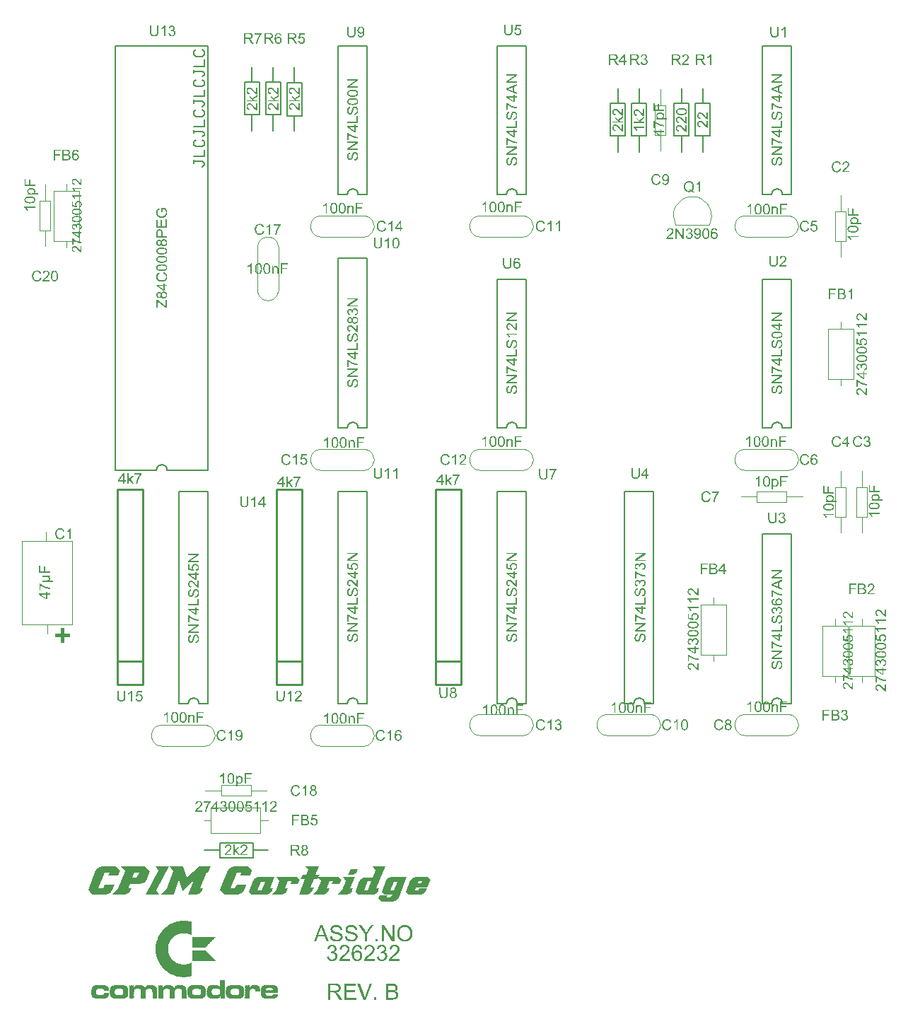
<source format=gto>
G04*
G04 #@! TF.GenerationSoftware,Altium Limited,Altium Designer,21.1.0 (24)*
G04*
G04 Layer_Color=65535*
%FSLAX25Y25*%
%MOIN*%
G70*
G04*
G04 #@! TF.SameCoordinates,BF14F638-7A53-41FE-949C-024BEFE5BD35*
G04*
G04*
G04 #@! TF.FilePolarity,Positive*
G04*
G01*
G75*
%ADD10C,0.00394*%
%ADD11C,0.00787*%
%ADD12C,0.01000*%
%ADD13C,0.00591*%
G36*
X82008Y77456D02*
X82108D01*
Y77356D01*
X82209D01*
Y77456D01*
X82309D01*
Y77356D01*
X82409D01*
Y77456D01*
X82510D01*
Y77356D01*
X83011D01*
Y77255D01*
X83312D01*
Y77155D01*
X83412D01*
Y77255D01*
X83512D01*
Y77155D01*
X83813D01*
Y77055D01*
X83913D01*
Y77155D01*
X84014D01*
Y77055D01*
X84114D01*
Y76955D01*
X84214D01*
Y76854D01*
X84114D01*
Y76754D01*
X84214D01*
Y76654D01*
X84114D01*
Y76553D01*
X84214D01*
Y76453D01*
X84114D01*
Y76353D01*
X84214D01*
Y76253D01*
X84114D01*
Y76152D01*
X84214D01*
Y76052D01*
X84114D01*
Y75952D01*
X84214D01*
Y75852D01*
X84114D01*
Y75751D01*
X84214D01*
Y75651D01*
X84114D01*
Y75551D01*
X84214D01*
Y75450D01*
X84114D01*
Y75350D01*
X84214D01*
Y75250D01*
X84114D01*
Y75150D01*
X84214D01*
Y75049D01*
X84114D01*
Y74949D01*
X84214D01*
Y74849D01*
X84114D01*
Y74748D01*
X84214D01*
Y74648D01*
X84114D01*
Y74548D01*
X84214D01*
Y74448D01*
X84114D01*
Y74347D01*
X84214D01*
Y74247D01*
X84114D01*
Y74147D01*
X84214D01*
Y74047D01*
X84114D01*
Y73946D01*
X84214D01*
Y73846D01*
X84114D01*
Y73746D01*
X84214D01*
Y73646D01*
X84114D01*
Y73545D01*
X84214D01*
Y73445D01*
X84114D01*
Y73345D01*
X84214D01*
Y73244D01*
X84114D01*
Y73144D01*
X84214D01*
Y73044D01*
X84114D01*
Y72944D01*
X84214D01*
Y72843D01*
X84114D01*
Y72743D01*
X84214D01*
Y72643D01*
X84114D01*
Y72542D01*
X84214D01*
Y72442D01*
X84114D01*
Y72342D01*
X84214D01*
Y72242D01*
X84114D01*
Y72141D01*
X84214D01*
Y72041D01*
X84114D01*
Y71941D01*
X84214D01*
Y71841D01*
X84114D01*
Y71740D01*
X84214D01*
Y71640D01*
X84114D01*
Y71540D01*
X84214D01*
Y71439D01*
X84114D01*
Y71339D01*
X84214D01*
Y71239D01*
X84114D01*
Y71139D01*
X84214D01*
Y71038D01*
X84114D01*
Y70938D01*
X84214D01*
Y70838D01*
X84114D01*
Y70737D01*
X84214D01*
Y70637D01*
X84114D01*
Y70737D01*
X84014D01*
Y70838D01*
X83713D01*
Y70938D01*
X83613D01*
Y71038D01*
X83312D01*
Y71139D01*
X83211D01*
Y71239D01*
X82911D01*
Y71339D01*
X82610D01*
Y71439D01*
X82309D01*
Y71540D01*
X82209D01*
Y71439D01*
X82108D01*
Y71540D01*
X82008D01*
Y71640D01*
X81908D01*
Y71540D01*
X81808D01*
Y71640D01*
X80905D01*
Y71740D01*
X80805D01*
Y71640D01*
X80705D01*
Y71740D01*
X80604D01*
Y71640D01*
X80504D01*
Y71740D01*
X80404D01*
Y71640D01*
X80304D01*
Y71740D01*
X80203D01*
Y71640D01*
X80103D01*
Y71740D01*
X80003D01*
Y71640D01*
X79902D01*
Y71740D01*
X79802D01*
Y71640D01*
X79702D01*
Y71740D01*
X79602D01*
Y71640D01*
X79100D01*
Y71540D01*
X79000D01*
Y71640D01*
X78900D01*
Y71540D01*
X78799D01*
Y71439D01*
X78699D01*
Y71540D01*
X78599D01*
Y71439D01*
X78298D01*
Y71339D01*
X78198D01*
Y71439D01*
X78097D01*
Y71339D01*
X77997D01*
Y71239D01*
X77696D01*
Y71139D01*
X77596D01*
Y71239D01*
X77496D01*
Y71139D01*
X77596D01*
Y71038D01*
X77496D01*
Y71139D01*
X77396D01*
Y71038D01*
X77295D01*
Y70938D01*
X76995D01*
Y70838D01*
X76894D01*
Y70737D01*
X76794D01*
Y70838D01*
X76694D01*
Y70737D01*
X76794D01*
Y70637D01*
X76694D01*
Y70737D01*
X76593D01*
Y70637D01*
X76493D01*
Y70537D01*
X76393D01*
Y70437D01*
X76092D01*
Y70336D01*
Y70236D01*
X75892D01*
Y70136D01*
X75791D01*
Y70036D01*
X75691D01*
Y69935D01*
X75591D01*
Y69835D01*
X75490D01*
Y69735D01*
X75390D01*
Y69634D01*
X75089D01*
Y69534D01*
X75190D01*
Y69434D01*
X75089D01*
Y69334D01*
X74989D01*
Y69233D01*
X74889D01*
Y69133D01*
X74788D01*
Y69033D01*
X74688D01*
Y68933D01*
X74588D01*
Y68832D01*
X74488D01*
Y68732D01*
Y68632D01*
X74387D01*
Y68532D01*
Y68431D01*
X74287D01*
Y68331D01*
X74187D01*
Y68231D01*
X74087D01*
Y68130D01*
Y68030D01*
X73986D01*
Y67930D01*
Y67830D01*
X73886D01*
Y67729D01*
Y67629D01*
X73786D01*
Y67529D01*
Y67428D01*
X73685D01*
Y67328D01*
X73585D01*
Y67228D01*
Y67128D01*
Y67027D01*
X73485D01*
Y66927D01*
Y66827D01*
Y66726D01*
X73385D01*
Y66626D01*
Y66526D01*
Y66426D01*
X73284D01*
Y66325D01*
Y66225D01*
Y66125D01*
X73184D01*
Y66025D01*
Y65924D01*
Y65824D01*
Y65724D01*
Y65624D01*
X73084D01*
Y65523D01*
X73184D01*
Y65423D01*
X73084D01*
Y65323D01*
Y65223D01*
Y65122D01*
Y65022D01*
Y64922D01*
Y64821D01*
Y64721D01*
X72984D01*
Y64621D01*
X73084D01*
Y64521D01*
X72984D01*
Y64420D01*
X73084D01*
Y64320D01*
X72984D01*
Y64220D01*
X73084D01*
Y64119D01*
X72984D01*
Y64019D01*
X73084D01*
Y63919D01*
X72984D01*
Y63819D01*
X73084D01*
Y63718D01*
Y63618D01*
Y63518D01*
Y63418D01*
Y63317D01*
Y63217D01*
Y63117D01*
X73184D01*
Y63016D01*
X73084D01*
Y62916D01*
X73184D01*
Y62816D01*
Y62716D01*
Y62615D01*
X73284D01*
Y62515D01*
Y62415D01*
Y62314D01*
X73385D01*
Y62214D01*
X73284D01*
Y62114D01*
X73385D01*
Y62014D01*
Y61913D01*
Y61813D01*
X73485D01*
Y61713D01*
X73585D01*
Y61613D01*
X73485D01*
Y61512D01*
X73585D01*
Y61412D01*
X73685D01*
Y61312D01*
Y61212D01*
Y61111D01*
X73786D01*
Y61011D01*
Y60911D01*
X73886D01*
Y60810D01*
Y60710D01*
X73986D01*
Y60610D01*
X74087D01*
Y60510D01*
X74187D01*
Y60409D01*
X74087D01*
Y60309D01*
X74187D01*
Y60209D01*
X74287D01*
Y60109D01*
X74387D01*
Y60008D01*
X74488D01*
Y59908D01*
X74588D01*
Y59808D01*
Y59707D01*
X74688D01*
Y59607D01*
Y59507D01*
X74788D01*
Y59407D01*
X74889D01*
Y59306D01*
X74989D01*
Y59206D01*
X75089D01*
Y59106D01*
X75190D01*
Y59005D01*
X75290D01*
Y58905D01*
X75390D01*
Y58805D01*
X75490D01*
Y58705D01*
X75691D01*
Y58604D01*
Y58504D01*
X75992D01*
Y58404D01*
X76092D01*
Y58303D01*
X76192D01*
Y58203D01*
X76293D01*
Y58103D01*
X76593D01*
Y58003D01*
X76694D01*
Y57902D01*
X76794D01*
Y57802D01*
X76894D01*
Y57702D01*
X76995D01*
Y57802D01*
X77095D01*
Y57702D01*
X77195D01*
Y57602D01*
X77496D01*
Y57501D01*
X77797D01*
Y57401D01*
X77897D01*
Y57301D01*
X78198D01*
Y57200D01*
X78298D01*
Y57301D01*
X78398D01*
Y57200D01*
X78499D01*
Y57100D01*
X78599D01*
Y57200D01*
X78699D01*
Y57100D01*
X79000D01*
Y57000D01*
X79100D01*
Y57100D01*
X79201D01*
Y57000D01*
X79702D01*
Y56900D01*
X79802D01*
Y57000D01*
X79902D01*
Y56900D01*
X80003D01*
Y57000D01*
X80103D01*
Y56900D01*
X80404D01*
Y57000D01*
X80504D01*
Y56900D01*
X80604D01*
Y57000D01*
X80705D01*
Y56900D01*
X80805D01*
Y57000D01*
X80905D01*
Y56900D01*
X81006D01*
Y57000D01*
X81106D01*
Y56900D01*
X81206D01*
Y57000D01*
X81507D01*
Y57100D01*
X81607D01*
Y57000D01*
X81707D01*
Y57100D01*
X82209D01*
Y57200D01*
X82309D01*
Y57100D01*
X82409D01*
Y57200D01*
X82510D01*
Y57301D01*
X82810D01*
Y57401D01*
X82911D01*
Y57301D01*
X83011D01*
Y57401D01*
X83111D01*
Y57501D01*
X83412D01*
Y57602D01*
X83512D01*
Y57702D01*
X83613D01*
Y57602D01*
X83713D01*
Y57702D01*
X83813D01*
Y57802D01*
X83913D01*
Y57902D01*
X84214D01*
Y57802D01*
X84114D01*
Y57702D01*
X84214D01*
Y57602D01*
X84114D01*
Y57501D01*
X84214D01*
Y57401D01*
X84114D01*
Y57301D01*
X84214D01*
Y57200D01*
X84114D01*
Y57100D01*
X84214D01*
Y57000D01*
X84114D01*
Y56900D01*
X84214D01*
Y56800D01*
X84114D01*
Y56699D01*
X84214D01*
Y56599D01*
X84114D01*
Y56499D01*
X84214D01*
Y56398D01*
X84114D01*
Y56298D01*
X84214D01*
Y56198D01*
X84114D01*
Y56098D01*
X84214D01*
Y55997D01*
X84114D01*
Y55897D01*
X84214D01*
Y55797D01*
X84114D01*
Y55696D01*
X84214D01*
Y55596D01*
X84114D01*
Y55496D01*
X84214D01*
Y55396D01*
X84114D01*
Y55295D01*
X84214D01*
Y55195D01*
X84114D01*
Y55095D01*
X84214D01*
Y54994D01*
X84114D01*
Y54894D01*
X84214D01*
Y54794D01*
X84114D01*
Y54694D01*
X84214D01*
Y54593D01*
X84114D01*
Y54493D01*
X84214D01*
Y54393D01*
X84114D01*
Y54293D01*
X84214D01*
Y54192D01*
X84114D01*
Y54092D01*
X84214D01*
Y53992D01*
X84114D01*
Y53891D01*
X84214D01*
Y53791D01*
X84114D01*
Y53691D01*
X84214D01*
Y53591D01*
X84114D01*
Y53490D01*
X84214D01*
Y53390D01*
X84114D01*
Y53290D01*
X84214D01*
Y53190D01*
X84114D01*
Y53089D01*
X84214D01*
Y52989D01*
X84114D01*
Y52889D01*
X84214D01*
Y52789D01*
X84114D01*
Y52688D01*
X84214D01*
Y52588D01*
X84114D01*
Y52488D01*
X84214D01*
Y52387D01*
X84114D01*
Y52287D01*
X84214D01*
Y52187D01*
X84114D01*
Y52087D01*
X84214D01*
Y51986D01*
X84114D01*
Y51886D01*
X84214D01*
Y51786D01*
X84114D01*
Y51686D01*
X84214D01*
Y51585D01*
X84114D01*
Y51485D01*
X83813D01*
Y51385D01*
X83312D01*
Y51284D01*
X83011D01*
Y51184D01*
X82911D01*
Y51284D01*
X82810D01*
Y51184D01*
X82309D01*
Y51084D01*
X82209D01*
Y51184D01*
X82108D01*
Y51084D01*
X82008D01*
Y50984D01*
X81908D01*
Y51084D01*
X81808D01*
Y50984D01*
X81707D01*
Y51084D01*
X81607D01*
Y50984D01*
X81507D01*
Y51084D01*
X81407D01*
Y50984D01*
X79301D01*
Y51084D01*
X79201D01*
Y50984D01*
X79100D01*
Y51084D01*
X79000D01*
Y50984D01*
X78900D01*
Y51084D01*
X78599D01*
Y51184D01*
X78499D01*
Y51084D01*
X78398D01*
Y51184D01*
X77897D01*
Y51284D01*
X77797D01*
Y51184D01*
X77696D01*
Y51284D01*
X77396D01*
Y51385D01*
X76894D01*
Y51485D01*
X76794D01*
Y51585D01*
X76694D01*
Y51485D01*
X76593D01*
Y51585D01*
X76293D01*
Y51686D01*
X76192D01*
Y51585D01*
X76092D01*
Y51686D01*
X75992D01*
Y51786D01*
X75691D01*
Y51886D01*
X75591D01*
Y51986D01*
X75490D01*
Y51886D01*
X75390D01*
Y51986D01*
X75290D01*
Y52087D01*
X74989D01*
Y52187D01*
X74688D01*
Y52287D01*
X74588D01*
Y52387D01*
X74287D01*
Y52488D01*
X74187D01*
Y52588D01*
X73886D01*
Y52688D01*
X73786D01*
Y52789D01*
X73685D01*
Y52889D01*
X73585D01*
Y52989D01*
X73284D01*
Y53089D01*
X73184D01*
Y53190D01*
X72883D01*
Y53290D01*
X72783D01*
Y53390D01*
X72683D01*
Y53490D01*
X72583D01*
Y53591D01*
X72482D01*
Y53691D01*
X72382D01*
Y53791D01*
X72181D01*
Y53891D01*
X72081D01*
Y53992D01*
X71881D01*
Y54092D01*
X71780D01*
Y54192D01*
X71680D01*
Y54293D01*
X71580D01*
Y54393D01*
X71479D01*
Y54493D01*
X71379D01*
Y54593D01*
X71279D01*
Y54694D01*
X71179D01*
Y54794D01*
X71078D01*
Y54894D01*
X70978D01*
Y54994D01*
X70878D01*
Y55095D01*
X70777D01*
Y55195D01*
X70677D01*
Y55295D01*
X70577D01*
Y55396D01*
X70477D01*
Y55496D01*
X70376D01*
Y55596D01*
X70276D01*
Y55696D01*
X70176D01*
Y55797D01*
X70076D01*
Y55897D01*
Y55997D01*
X69975D01*
Y56098D01*
X69875D01*
Y56198D01*
X69775D01*
Y56298D01*
Y56398D01*
X69674D01*
Y56499D01*
X69574D01*
Y56599D01*
X69474D01*
Y56699D01*
Y56800D01*
X69273D01*
Y56900D01*
X69374D01*
Y57000D01*
X69273D01*
Y57100D01*
X69173D01*
Y57200D01*
X69073D01*
Y57301D01*
Y57401D01*
X68973D01*
Y57501D01*
Y57602D01*
X68872D01*
Y57702D01*
X68772D01*
Y57802D01*
X68672D01*
Y57902D01*
X68772D01*
Y58003D01*
X68672D01*
Y58103D01*
X68572D01*
Y58203D01*
X68471D01*
Y58303D01*
Y58404D01*
Y58504D01*
X68371D01*
Y58604D01*
X68271D01*
Y58705D01*
X68371D01*
Y58805D01*
X68271D01*
Y58905D01*
X68170D01*
Y59005D01*
X68070D01*
Y59106D01*
X68170D01*
Y59206D01*
X68070D01*
Y59306D01*
X67970D01*
Y59407D01*
Y59507D01*
Y59607D01*
X67870D01*
Y59707D01*
Y59808D01*
Y59908D01*
X67769D01*
Y60008D01*
X67669D01*
Y60109D01*
X67769D01*
Y60209D01*
X67669D01*
Y60309D01*
Y60409D01*
Y60510D01*
X67569D01*
Y60610D01*
Y60710D01*
Y60810D01*
X67469D01*
Y60911D01*
Y61011D01*
Y61111D01*
Y61212D01*
Y61312D01*
X67368D01*
Y61412D01*
Y61512D01*
Y61613D01*
X67268D01*
Y61713D01*
X67368D01*
Y61813D01*
X67268D01*
Y61913D01*
Y62014D01*
Y62114D01*
X67168D01*
Y62214D01*
X67268D01*
Y62314D01*
X67168D01*
Y62415D01*
Y62515D01*
Y62615D01*
Y62716D01*
Y62816D01*
X67067D01*
Y62916D01*
X67168D01*
Y63016D01*
X67067D01*
Y63117D01*
X67168D01*
Y63217D01*
X67067D01*
Y63317D01*
X67168D01*
Y63418D01*
X67067D01*
Y63518D01*
X67168D01*
Y63618D01*
X67067D01*
Y63718D01*
Y63819D01*
Y63919D01*
X67168D01*
Y64019D01*
X67067D01*
Y64119D01*
Y64220D01*
Y64320D01*
Y64420D01*
Y64521D01*
Y64621D01*
Y64721D01*
X67168D01*
Y64821D01*
X67067D01*
Y64922D01*
Y65022D01*
Y65122D01*
X67168D01*
Y65223D01*
X67067D01*
Y65323D01*
X67168D01*
Y65423D01*
X67067D01*
Y65523D01*
X67168D01*
Y65624D01*
X67067D01*
Y65724D01*
X67168D01*
Y65824D01*
Y65924D01*
Y66025D01*
Y66125D01*
Y66225D01*
Y66325D01*
X67268D01*
Y66426D01*
Y66526D01*
Y66626D01*
Y66726D01*
X67368D01*
Y66827D01*
X67268D01*
Y66927D01*
X67368D01*
Y67027D01*
Y67128D01*
Y67228D01*
X67469D01*
Y67328D01*
Y67428D01*
Y67529D01*
X67569D01*
Y67629D01*
X67469D01*
Y67729D01*
X67569D01*
Y67830D01*
Y67930D01*
Y68030D01*
X67669D01*
Y68130D01*
Y68231D01*
Y68331D01*
X67769D01*
Y68431D01*
Y68532D01*
Y68632D01*
X67870D01*
Y68732D01*
X67970D01*
Y68832D01*
X67870D01*
Y68933D01*
X67970D01*
Y69033D01*
Y69133D01*
Y69233D01*
X68070D01*
Y69334D01*
X68170D01*
Y69434D01*
X68070D01*
Y69534D01*
X68170D01*
Y69634D01*
X68271D01*
Y69735D01*
Y69835D01*
Y69935D01*
X68371D01*
Y70036D01*
X68471D01*
Y70136D01*
Y70236D01*
Y70336D01*
X68572D01*
Y70437D01*
X68672D01*
Y70537D01*
Y70637D01*
Y70737D01*
X68772D01*
Y70838D01*
X68872D01*
Y70938D01*
X68973D01*
Y71038D01*
Y71139D01*
Y71239D01*
X69073D01*
Y71339D01*
X69173D01*
Y71439D01*
Y71540D01*
X69273D01*
Y71640D01*
Y71740D01*
X69374D01*
Y71841D01*
X69474D01*
Y71941D01*
X69574D01*
Y72041D01*
X69674D01*
Y72141D01*
X69775D01*
Y72242D01*
Y72342D01*
X69975D01*
Y72442D01*
X69875D01*
Y72542D01*
X69975D01*
Y72643D01*
X70076D01*
Y72743D01*
X70176D01*
Y72843D01*
X70276D01*
Y72944D01*
X70376D01*
Y73044D01*
X70477D01*
Y73144D01*
X70577D01*
Y73244D01*
X70677D01*
Y73345D01*
X70777D01*
Y73445D01*
Y73545D01*
X70978D01*
Y73646D01*
Y73746D01*
X71179D01*
Y73846D01*
X71279D01*
Y73946D01*
X71379D01*
Y74047D01*
X71479D01*
Y74147D01*
X71580D01*
Y74247D01*
X71680D01*
Y74347D01*
X71780D01*
Y74448D01*
X71881D01*
Y74548D01*
X71981D01*
Y74648D01*
X72081D01*
Y74748D01*
X72382D01*
Y74849D01*
X72482D01*
Y74949D01*
X72583D01*
Y75049D01*
X72683D01*
Y75150D01*
X72783D01*
Y75250D01*
X72883D01*
Y75350D01*
X73184D01*
Y75450D01*
X73284D01*
Y75551D01*
X73385D01*
Y75651D01*
X73585D01*
Y75751D01*
X73786D01*
Y75852D01*
X73886D01*
Y75952D01*
X74187D01*
Y76052D01*
X74287D01*
Y76152D01*
X74588D01*
Y76253D01*
X74688D01*
Y76353D01*
X74989D01*
Y76453D01*
X75089D01*
Y76553D01*
X75390D01*
Y76654D01*
X75490D01*
Y76754D01*
X75591D01*
Y76654D01*
X75691D01*
Y76754D01*
X75992D01*
Y76854D01*
X76092D01*
Y76955D01*
X76192D01*
Y76854D01*
X76293D01*
Y76955D01*
X76593D01*
Y77055D01*
X76694D01*
Y77155D01*
X76794D01*
Y77055D01*
X76894D01*
Y77155D01*
X77396D01*
Y77255D01*
X77696D01*
Y77356D01*
X78398D01*
Y77456D01*
X78499D01*
Y77356D01*
X78599D01*
Y77456D01*
X78900D01*
Y77556D01*
X79000D01*
Y77456D01*
X79100D01*
Y77556D01*
X81407D01*
Y77456D01*
X81507D01*
Y77556D01*
X81607D01*
Y77456D01*
X81707D01*
Y77556D01*
X81808D01*
Y77456D01*
X81908D01*
Y77556D01*
X82008D01*
Y77456D01*
D02*
G37*
G36*
X95144Y69935D02*
X95445D01*
Y69835D01*
X95345D01*
Y69735D01*
X95244D01*
Y69634D01*
X95144D01*
Y69534D01*
X95044D01*
Y69434D01*
X94944D01*
Y69334D01*
X94843D01*
Y69233D01*
X94743D01*
Y69133D01*
X94643D01*
Y69033D01*
X94542D01*
Y68933D01*
X94442D01*
Y68832D01*
X94342D01*
Y68732D01*
X94242D01*
Y68632D01*
X94141D01*
Y68532D01*
X94041D01*
Y68431D01*
X93941D01*
Y68331D01*
X93840D01*
Y68231D01*
X93740D01*
Y68130D01*
X93640D01*
Y68030D01*
X93540D01*
Y67930D01*
X93439D01*
Y67830D01*
X93339D01*
Y67729D01*
X93239D01*
Y67629D01*
X93139D01*
Y67529D01*
X93038D01*
Y67428D01*
X92938D01*
Y67328D01*
X92838D01*
Y67228D01*
X92738D01*
Y67128D01*
X92838D01*
Y67027D01*
X92537D01*
Y66927D01*
Y66827D01*
X92336D01*
Y66726D01*
X92437D01*
Y66626D01*
X92136D01*
Y66526D01*
X92236D01*
Y66426D01*
X91935D01*
Y66325D01*
X92036D01*
Y66225D01*
X91835D01*
Y66125D01*
Y66025D01*
X91635D01*
Y65924D01*
Y65824D01*
X91434D01*
Y65724D01*
Y65624D01*
X91233D01*
Y65523D01*
Y65423D01*
X91133D01*
Y65323D01*
X91033D01*
Y65223D01*
X90933D01*
Y65122D01*
X90832D01*
Y65022D01*
X90732D01*
Y64922D01*
X84415D01*
Y65022D01*
X84315D01*
Y65122D01*
X84415D01*
Y65223D01*
Y65323D01*
Y65423D01*
X84315D01*
Y65523D01*
X84415D01*
Y65624D01*
Y65724D01*
Y65824D01*
X84315D01*
Y65924D01*
X84415D01*
Y66025D01*
Y66125D01*
Y66225D01*
X84315D01*
Y66325D01*
X84415D01*
Y66426D01*
Y66526D01*
Y66626D01*
X84315D01*
Y66726D01*
X84415D01*
Y66827D01*
Y66927D01*
Y67027D01*
X84315D01*
Y67128D01*
X84415D01*
Y67228D01*
Y67328D01*
Y67428D01*
X84315D01*
Y67529D01*
X84415D01*
Y67629D01*
Y67729D01*
Y67830D01*
X84315D01*
Y67930D01*
X84415D01*
Y68030D01*
Y68130D01*
Y68231D01*
X84315D01*
Y68331D01*
X84415D01*
Y68431D01*
Y68532D01*
Y68632D01*
X84315D01*
Y68732D01*
X84415D01*
Y68832D01*
Y68933D01*
Y69033D01*
X84315D01*
Y69133D01*
X84415D01*
Y69233D01*
Y69334D01*
Y69434D01*
X84315D01*
Y69534D01*
X84415D01*
Y69634D01*
Y69735D01*
Y69835D01*
X84315D01*
Y69935D01*
X84615D01*
Y70036D01*
X84716D01*
Y69935D01*
X85016D01*
Y70036D01*
X85117D01*
Y69935D01*
X85417D01*
Y70036D01*
X85518D01*
Y69935D01*
X85819D01*
Y70036D01*
X85919D01*
Y69935D01*
X86220D01*
Y70036D01*
X86320D01*
Y69935D01*
X86621D01*
Y70036D01*
X86721D01*
Y69935D01*
X87022D01*
Y70036D01*
X87122D01*
Y69935D01*
X87423D01*
Y70036D01*
X87523D01*
Y69935D01*
X87824D01*
Y70036D01*
X87924D01*
Y69935D01*
X88225D01*
Y70036D01*
X88326D01*
Y69935D01*
X88626D01*
Y70036D01*
X88727D01*
Y69935D01*
X89027D01*
Y70036D01*
X89128D01*
Y69935D01*
X89429D01*
Y70036D01*
X89529D01*
Y69935D01*
X89830D01*
Y70036D01*
X89930D01*
Y69935D01*
X90231D01*
Y70036D01*
X90331D01*
Y69935D01*
X90632D01*
Y70036D01*
X90732D01*
Y69935D01*
X91033D01*
Y70036D01*
X91133D01*
Y69935D01*
X91434D01*
Y70036D01*
X91534D01*
Y69935D01*
X91835D01*
Y70036D01*
X91935D01*
Y69935D01*
X92236D01*
Y70036D01*
X92336D01*
Y69935D01*
X92637D01*
Y70036D01*
X92738D01*
Y69935D01*
X93038D01*
Y70036D01*
X93139D01*
Y69935D01*
X93439D01*
Y70036D01*
X93540D01*
Y69935D01*
X93840D01*
Y70036D01*
X93941D01*
Y69935D01*
X94242D01*
Y70036D01*
X94342D01*
Y69935D01*
X94643D01*
Y70036D01*
X94743D01*
Y69935D01*
X95044D01*
Y70036D01*
X95144D01*
Y69935D01*
D02*
G37*
G36*
X90732Y63518D02*
X90832D01*
Y63418D01*
X90933D01*
Y63317D01*
X91033D01*
Y63217D01*
X91133D01*
Y63117D01*
X91233D01*
Y63016D01*
X91334D01*
Y62916D01*
X91434D01*
Y62816D01*
Y62716D01*
X91635D01*
Y62615D01*
Y62515D01*
X91835D01*
Y62415D01*
Y62314D01*
X92036D01*
Y62214D01*
Y62114D01*
X92236D01*
Y62014D01*
Y61913D01*
X92437D01*
Y61813D01*
Y61713D01*
X92537D01*
Y61613D01*
Y61512D01*
X92838D01*
Y61412D01*
X92738D01*
Y61312D01*
X92838D01*
Y61212D01*
X92938D01*
Y61111D01*
X93038D01*
Y61011D01*
X93139D01*
Y60911D01*
X93239D01*
Y60810D01*
X93339D01*
Y60710D01*
X93439D01*
Y60610D01*
X93540D01*
Y60510D01*
X93640D01*
Y60409D01*
X93740D01*
Y60309D01*
X93840D01*
Y60209D01*
X93941D01*
Y60109D01*
X94041D01*
Y60008D01*
X94141D01*
Y59908D01*
X94242D01*
Y59808D01*
X94342D01*
Y59707D01*
X94442D01*
Y59607D01*
X94542D01*
Y59507D01*
X94643D01*
Y59407D01*
X94743D01*
Y59306D01*
X94843D01*
Y59206D01*
X94944D01*
Y59106D01*
X95044D01*
Y59005D01*
X95144D01*
Y58905D01*
X95244D01*
Y58805D01*
X95345D01*
Y58705D01*
X95445D01*
Y58604D01*
X95345D01*
Y58504D01*
X95244D01*
Y58604D01*
X95144D01*
Y58504D01*
X95044D01*
Y58604D01*
X94944D01*
Y58504D01*
X94843D01*
Y58604D01*
X94743D01*
Y58504D01*
X94643D01*
Y58604D01*
X94542D01*
Y58504D01*
X94442D01*
Y58604D01*
X94342D01*
Y58504D01*
X94242D01*
Y58604D01*
X94141D01*
Y58504D01*
X94041D01*
Y58604D01*
X93941D01*
Y58504D01*
X93840D01*
Y58604D01*
X93740D01*
Y58504D01*
X93640D01*
Y58604D01*
X93540D01*
Y58504D01*
X93439D01*
Y58604D01*
X93339D01*
Y58504D01*
X93239D01*
Y58604D01*
X93139D01*
Y58504D01*
X93038D01*
Y58604D01*
X92938D01*
Y58504D01*
X92838D01*
Y58604D01*
X92738D01*
Y58504D01*
X92637D01*
Y58604D01*
X92537D01*
Y58504D01*
X92437D01*
Y58604D01*
X92336D01*
Y58504D01*
X92236D01*
Y58604D01*
X92136D01*
Y58504D01*
X92036D01*
Y58604D01*
X91935D01*
Y58504D01*
X91835D01*
Y58604D01*
X91735D01*
Y58504D01*
X91635D01*
Y58604D01*
X91534D01*
Y58504D01*
X91434D01*
Y58604D01*
X91334D01*
Y58504D01*
X91233D01*
Y58604D01*
X91133D01*
Y58504D01*
X91033D01*
Y58604D01*
X90933D01*
Y58504D01*
X90832D01*
Y58604D01*
X90732D01*
Y58504D01*
X90632D01*
Y58604D01*
X90531D01*
Y58504D01*
X90431D01*
Y58604D01*
X90331D01*
Y58504D01*
X90231D01*
Y58604D01*
X90130D01*
Y58504D01*
X90030D01*
Y58604D01*
X89930D01*
Y58504D01*
X89830D01*
Y58604D01*
X89729D01*
Y58504D01*
X89629D01*
Y58604D01*
X89529D01*
Y58504D01*
X89429D01*
Y58604D01*
X89328D01*
Y58504D01*
X89228D01*
Y58604D01*
X89128D01*
Y58504D01*
X89027D01*
Y58604D01*
X88927D01*
Y58504D01*
X88827D01*
Y58604D01*
X88727D01*
Y58504D01*
X88626D01*
Y58604D01*
X88526D01*
Y58504D01*
X88426D01*
Y58604D01*
X88326D01*
Y58504D01*
X88225D01*
Y58604D01*
X88125D01*
Y58504D01*
X88025D01*
Y58604D01*
X87924D01*
Y58504D01*
X87824D01*
Y58604D01*
X87724D01*
Y58504D01*
X87624D01*
Y58604D01*
X87523D01*
Y58504D01*
X87423D01*
Y58604D01*
X87323D01*
Y58504D01*
X87222D01*
Y58604D01*
X87122D01*
Y58504D01*
X87022D01*
Y58604D01*
X86922D01*
Y58504D01*
X86821D01*
Y58604D01*
X86721D01*
Y58504D01*
X86621D01*
Y58604D01*
X86521D01*
Y58504D01*
X86420D01*
Y58604D01*
X86320D01*
Y58504D01*
X86220D01*
Y58604D01*
X86119D01*
Y58504D01*
X86019D01*
Y58604D01*
X85919D01*
Y58504D01*
X85819D01*
Y58604D01*
X85718D01*
Y58504D01*
X85618D01*
Y58604D01*
X85518D01*
Y58504D01*
X85417D01*
Y58604D01*
X85317D01*
Y58504D01*
X85217D01*
Y58604D01*
X85117D01*
Y58504D01*
X85016D01*
Y58604D01*
X84916D01*
Y58504D01*
X84816D01*
Y58604D01*
X84716D01*
Y58504D01*
X84615D01*
Y58604D01*
X84515D01*
Y58504D01*
X84415D01*
Y58604D01*
X84315D01*
Y58705D01*
X84415D01*
Y58805D01*
Y58905D01*
Y59005D01*
X84315D01*
Y59106D01*
X84415D01*
Y59206D01*
Y59306D01*
Y59407D01*
X84315D01*
Y59507D01*
X84415D01*
Y59607D01*
Y59707D01*
Y59808D01*
X84315D01*
Y59908D01*
X84415D01*
Y60008D01*
Y60109D01*
Y60209D01*
X84315D01*
Y60309D01*
X84415D01*
Y60409D01*
Y60510D01*
Y60610D01*
X84315D01*
Y60710D01*
X84415D01*
Y60810D01*
Y60911D01*
Y61011D01*
X84315D01*
Y61111D01*
X84415D01*
Y61212D01*
Y61312D01*
Y61412D01*
X84315D01*
Y61512D01*
X84415D01*
Y61613D01*
Y61713D01*
Y61813D01*
X84315D01*
Y61913D01*
X84415D01*
Y62014D01*
Y62114D01*
Y62214D01*
X84315D01*
Y62314D01*
X84415D01*
Y62415D01*
Y62515D01*
Y62615D01*
X84315D01*
Y62716D01*
X84415D01*
Y62816D01*
Y62916D01*
Y63016D01*
X84315D01*
Y63117D01*
X84415D01*
Y63217D01*
Y63317D01*
Y63418D01*
X84315D01*
Y63518D01*
X84415D01*
Y63618D01*
X90732D01*
Y63518D01*
D02*
G37*
G36*
X99738Y49531D02*
X99840D01*
Y49480D01*
Y49429D01*
X99789D01*
Y49378D01*
X99840D01*
Y49327D01*
Y49276D01*
Y49225D01*
X99789D01*
Y49174D01*
X99840D01*
Y49123D01*
Y49072D01*
Y49021D01*
X99789D01*
Y48970D01*
X99840D01*
Y48919D01*
Y48868D01*
Y48817D01*
X99789D01*
Y48766D01*
X99840D01*
Y48715D01*
Y48664D01*
Y48613D01*
X99789D01*
Y48562D01*
X99840D01*
Y48511D01*
Y48460D01*
Y48410D01*
X99789D01*
Y48359D01*
X99840D01*
Y48308D01*
Y48257D01*
Y48206D01*
X99789D01*
Y48155D01*
X99840D01*
Y48104D01*
Y48053D01*
Y48002D01*
X99789D01*
Y47951D01*
X99840D01*
Y47900D01*
Y47849D01*
Y47798D01*
X99789D01*
Y47747D01*
X99840D01*
Y47696D01*
Y47645D01*
Y47594D01*
X99789D01*
Y47543D01*
X99840D01*
Y47492D01*
Y47441D01*
Y47390D01*
X99789D01*
Y47339D01*
X99840D01*
Y47288D01*
Y47238D01*
Y47186D01*
X99789D01*
Y47136D01*
X99840D01*
Y47085D01*
Y47034D01*
Y46983D01*
X99789D01*
Y46932D01*
X99840D01*
Y46881D01*
Y46830D01*
Y46779D01*
X99789D01*
Y46728D01*
X99840D01*
Y46677D01*
Y46626D01*
Y46575D01*
X99789D01*
Y46524D01*
X99840D01*
Y46473D01*
Y46422D01*
Y46371D01*
X99789D01*
Y46320D01*
X99840D01*
Y46269D01*
Y46218D01*
Y46167D01*
X99789D01*
Y46116D01*
X99840D01*
Y46065D01*
Y46014D01*
Y45963D01*
X99789D01*
Y45913D01*
X99840D01*
Y45862D01*
Y45811D01*
Y45760D01*
X99789D01*
Y45709D01*
X99840D01*
Y45658D01*
Y45607D01*
Y45556D01*
X99789D01*
Y45505D01*
X99840D01*
Y45454D01*
Y45403D01*
Y45352D01*
X99789D01*
Y45301D01*
X99840D01*
Y45250D01*
Y45199D01*
Y45148D01*
X99789D01*
Y45097D01*
X99840D01*
Y45046D01*
Y44995D01*
Y44944D01*
X99789D01*
Y44894D01*
X99840D01*
Y44842D01*
Y44791D01*
Y44741D01*
X99789D01*
Y44690D01*
X99840D01*
Y44639D01*
Y44588D01*
Y44537D01*
X99789D01*
Y44486D01*
X99840D01*
Y44435D01*
Y44384D01*
Y44333D01*
X99789D01*
Y44282D01*
X99840D01*
Y44231D01*
Y44180D01*
Y44129D01*
X99789D01*
Y44078D01*
X99840D01*
Y44027D01*
Y43976D01*
Y43925D01*
X99789D01*
Y43874D01*
X99840D01*
Y43823D01*
Y43772D01*
Y43721D01*
X99789D01*
Y43670D01*
X99840D01*
Y43619D01*
Y43569D01*
Y43518D01*
X99789D01*
Y43467D01*
X99840D01*
Y43416D01*
Y43365D01*
Y43314D01*
X99789D01*
Y43263D01*
X99840D01*
Y43212D01*
Y43161D01*
Y43110D01*
X99789D01*
Y43059D01*
X99840D01*
Y43008D01*
Y42957D01*
Y42906D01*
X99789D01*
Y42855D01*
X99840D01*
Y42804D01*
Y42753D01*
Y42702D01*
X99789D01*
Y42651D01*
X99840D01*
Y42600D01*
Y42549D01*
Y42498D01*
X99789D01*
Y42448D01*
X99840D01*
Y42397D01*
Y42346D01*
Y42295D01*
X99789D01*
Y42244D01*
X99840D01*
Y42193D01*
Y42142D01*
Y42091D01*
X99789D01*
Y42040D01*
X99840D01*
Y41989D01*
Y41938D01*
Y41887D01*
X99789D01*
Y41836D01*
X99840D01*
Y41785D01*
Y41734D01*
Y41683D01*
X99789D01*
Y41632D01*
X99840D01*
Y41581D01*
Y41530D01*
Y41479D01*
X99789D01*
Y41428D01*
X99840D01*
Y41377D01*
Y41326D01*
Y41276D01*
X99789D01*
Y41225D01*
X99840D01*
Y41174D01*
Y41123D01*
Y41072D01*
X99789D01*
Y41021D01*
X97700D01*
Y41072D01*
Y41123D01*
Y41174D01*
Y41225D01*
Y41276D01*
Y41326D01*
Y41377D01*
Y41428D01*
Y41479D01*
Y41530D01*
Y41581D01*
Y41632D01*
Y41683D01*
Y41734D01*
Y41785D01*
X97649D01*
Y41836D01*
X97598D01*
Y41785D01*
X97547D01*
Y41734D01*
X97496D01*
Y41683D01*
Y41632D01*
X97445D01*
Y41581D01*
Y41530D01*
X97394D01*
Y41479D01*
X97343D01*
Y41428D01*
X97292D01*
Y41377D01*
X97241D01*
Y41326D01*
X97139D01*
Y41276D01*
X97088D01*
Y41225D01*
X96986D01*
Y41174D01*
X96935D01*
Y41123D01*
X96782D01*
Y41072D01*
X96630D01*
Y41021D01*
X96477D01*
Y40970D01*
X96324D01*
Y40919D01*
X96273D01*
Y40970D01*
X96222D01*
Y40919D01*
X95967D01*
Y40868D01*
X95916D01*
Y40919D01*
X95865D01*
Y40868D01*
X95814D01*
Y40919D01*
X95763D01*
Y40868D01*
X95407D01*
Y40817D01*
X95356D01*
Y40868D01*
X95203D01*
Y40817D01*
X95152D01*
Y40868D01*
X95101D01*
Y40817D01*
X95050D01*
Y40868D01*
X94999D01*
Y40817D01*
X94948D01*
Y40868D01*
X94897D01*
Y40817D01*
X94846D01*
Y40868D01*
X94795D01*
Y40817D01*
X94744D01*
Y40868D01*
X94693D01*
Y40817D01*
X94642D01*
Y40868D01*
X94591D01*
Y40817D01*
X94540D01*
Y40868D01*
X94388D01*
Y40817D01*
X94337D01*
Y40868D01*
X93980D01*
Y40919D01*
X93929D01*
Y40868D01*
X93878D01*
Y40919D01*
X93827D01*
Y40868D01*
X93776D01*
Y40919D01*
X93725D01*
Y40868D01*
X93674D01*
Y40919D01*
X93318D01*
Y40970D01*
X93266D01*
Y40919D01*
X93216D01*
Y40970D01*
X93063D01*
Y41021D01*
X93012D01*
Y40970D01*
X92961D01*
Y41021D01*
X92808D01*
Y41072D01*
X92757D01*
Y41021D01*
X92706D01*
Y41072D01*
X92655D01*
Y41123D01*
X92502D01*
Y41174D01*
X92451D01*
Y41225D01*
X92400D01*
Y41174D01*
X92349D01*
Y41225D01*
X92298D01*
Y41276D01*
X92196D01*
Y41326D01*
X92094D01*
Y41377D01*
X92044D01*
Y41428D01*
X91993D01*
Y41479D01*
X91942D01*
Y41530D01*
X91891D01*
Y41581D01*
X91840D01*
Y41632D01*
X91789D01*
Y41683D01*
X91738D01*
Y41734D01*
X91687D01*
Y41785D01*
Y41836D01*
X91636D01*
Y41887D01*
Y41938D01*
X91585D01*
Y41989D01*
X91534D01*
Y42040D01*
Y42091D01*
Y42142D01*
X91483D01*
Y42193D01*
Y42244D01*
Y42295D01*
X91432D01*
Y42346D01*
Y42397D01*
Y42448D01*
X91381D01*
Y42498D01*
X91432D01*
Y42549D01*
X91381D01*
Y42600D01*
X91432D01*
Y42651D01*
X91381D01*
Y42702D01*
Y42753D01*
Y42804D01*
X91330D01*
Y42855D01*
Y42906D01*
Y42957D01*
Y43008D01*
Y43059D01*
X91279D01*
Y43110D01*
X91330D01*
Y43161D01*
X91279D01*
Y43212D01*
X91330D01*
Y43263D01*
X91279D01*
Y43314D01*
X91330D01*
Y43365D01*
X91279D01*
Y43416D01*
X91330D01*
Y43467D01*
X91279D01*
Y43518D01*
X91330D01*
Y43569D01*
X91279D01*
Y43619D01*
X91330D01*
Y43670D01*
X91279D01*
Y43721D01*
X91330D01*
Y43772D01*
X91279D01*
Y43823D01*
X91330D01*
Y43874D01*
X91279D01*
Y43925D01*
X91330D01*
Y43976D01*
X91279D01*
Y44027D01*
X91330D01*
Y44078D01*
X91279D01*
Y44129D01*
X91330D01*
Y44180D01*
X91279D01*
Y44231D01*
X91330D01*
Y44282D01*
X91279D01*
Y44333D01*
X91330D01*
Y44384D01*
X91279D01*
Y44435D01*
X91330D01*
Y44486D01*
X91279D01*
Y44537D01*
X91330D01*
Y44588D01*
X91279D01*
Y44639D01*
X91330D01*
Y44690D01*
X91279D01*
Y44741D01*
X91330D01*
Y44791D01*
X91279D01*
Y44842D01*
X91330D01*
Y44894D01*
X91279D01*
Y44944D01*
X91330D01*
Y44995D01*
Y45046D01*
Y45097D01*
Y45148D01*
Y45199D01*
X91381D01*
Y45250D01*
X91330D01*
Y45301D01*
X91381D01*
Y45352D01*
Y45403D01*
Y45454D01*
X91432D01*
Y45505D01*
X91381D01*
Y45556D01*
X91432D01*
Y45607D01*
X91381D01*
Y45658D01*
X91432D01*
Y45709D01*
X91483D01*
Y45760D01*
Y45811D01*
Y45862D01*
X91534D01*
Y45913D01*
X91483D01*
Y45963D01*
X91534D01*
Y46014D01*
X91585D01*
Y46065D01*
X91636D01*
Y46116D01*
X91585D01*
Y46167D01*
X91636D01*
Y46218D01*
X91687D01*
Y46269D01*
X91738D01*
Y46320D01*
X91687D01*
Y46371D01*
X91789D01*
Y46422D01*
Y46473D01*
X91840D01*
Y46524D01*
X91891D01*
Y46575D01*
X91942D01*
Y46626D01*
X91993D01*
Y46677D01*
X92094D01*
Y46728D01*
Y46779D01*
X92247D01*
Y46830D01*
X92298D01*
Y46881D01*
X92451D01*
Y46932D01*
X92502D01*
Y46983D01*
X92655D01*
Y47034D01*
X92808D01*
Y47085D01*
X93063D01*
Y47136D01*
X93216D01*
Y47186D01*
X93266D01*
Y47136D01*
X93318D01*
Y47186D01*
X93878D01*
Y47238D01*
X93929D01*
Y47186D01*
X93980D01*
Y47238D01*
X94031D01*
Y47186D01*
X94082D01*
Y47238D01*
X94133D01*
Y47186D01*
X94184D01*
Y47238D01*
X94235D01*
Y47186D01*
X94286D01*
Y47238D01*
X94337D01*
Y47186D01*
X94388D01*
Y47238D01*
X94540D01*
Y47186D01*
X94591D01*
Y47238D01*
X94744D01*
Y47186D01*
X94795D01*
Y47238D01*
X94948D01*
Y47186D01*
X94999D01*
Y47238D01*
X95050D01*
Y47186D01*
X95101D01*
Y47238D01*
X95152D01*
Y47186D01*
X95203D01*
Y47238D01*
X95254D01*
Y47186D01*
X95305D01*
Y47238D01*
X95356D01*
Y47186D01*
X95407D01*
Y47238D01*
X95458D01*
Y47186D01*
X95509D01*
Y47238D01*
X95560D01*
Y47186D01*
X95610D01*
Y47238D01*
X95661D01*
Y47186D01*
X95712D01*
Y47238D01*
X95763D01*
Y47186D01*
X96120D01*
Y47136D01*
X96171D01*
Y47186D01*
X96222D01*
Y47136D01*
X96273D01*
Y47085D01*
X96324D01*
Y47136D01*
X96375D01*
Y47085D01*
X96528D01*
Y47034D01*
X96681D01*
Y46983D01*
X96833D01*
Y46932D01*
X96885D01*
Y46881D01*
X96935D01*
Y46830D01*
X96986D01*
Y46779D01*
X97088D01*
Y46728D01*
Y46677D01*
X97190D01*
Y46626D01*
Y46575D01*
X97292D01*
Y46524D01*
Y46473D01*
X97343D01*
Y46422D01*
X97394D01*
Y46371D01*
X97445D01*
Y46320D01*
Y46269D01*
X97547D01*
Y46320D01*
Y46371D01*
Y46422D01*
Y46473D01*
Y46524D01*
Y46575D01*
Y46626D01*
Y46677D01*
Y46728D01*
Y46779D01*
Y46830D01*
Y46881D01*
Y46932D01*
Y46983D01*
Y47034D01*
Y47085D01*
Y47136D01*
Y47186D01*
Y47238D01*
Y47288D01*
Y47339D01*
Y47390D01*
Y47441D01*
Y47492D01*
Y47543D01*
Y47594D01*
Y47645D01*
Y47696D01*
Y47747D01*
Y47798D01*
Y47849D01*
Y47900D01*
Y47951D01*
Y48002D01*
Y48053D01*
Y48104D01*
Y48155D01*
Y48206D01*
Y48257D01*
Y48308D01*
Y48359D01*
Y48410D01*
Y48460D01*
Y48511D01*
Y48562D01*
Y48613D01*
Y48664D01*
Y48715D01*
Y48766D01*
Y48817D01*
Y48868D01*
Y48919D01*
Y48970D01*
Y49021D01*
Y49072D01*
Y49123D01*
Y49174D01*
Y49225D01*
Y49276D01*
Y49327D01*
Y49378D01*
Y49429D01*
Y49480D01*
Y49531D01*
X97649D01*
Y49582D01*
X97700D01*
Y49531D01*
X97853D01*
Y49582D01*
X97904D01*
Y49531D01*
X98057D01*
Y49582D01*
X98107D01*
Y49531D01*
X98260D01*
Y49582D01*
X98311D01*
Y49531D01*
X98464D01*
Y49582D01*
X98515D01*
Y49531D01*
X98668D01*
Y49582D01*
X98719D01*
Y49531D01*
X98872D01*
Y49582D01*
X98923D01*
Y49531D01*
X99076D01*
Y49582D01*
X99127D01*
Y49531D01*
X99279D01*
Y49582D01*
X99330D01*
Y49531D01*
X99483D01*
Y49582D01*
X99534D01*
Y49531D01*
X99687D01*
Y49582D01*
X99738D01*
Y49531D01*
D02*
G37*
G36*
X122057Y47186D02*
X122618D01*
Y47136D01*
X122669D01*
Y47186D01*
X122720D01*
Y47136D01*
X122771D01*
Y47186D01*
X122821D01*
Y47136D01*
X122974D01*
Y47085D01*
X123025D01*
Y47136D01*
X123076D01*
Y47085D01*
X123331D01*
Y47034D01*
X123382D01*
Y47085D01*
X123433D01*
Y47034D01*
X123484D01*
Y46983D01*
X123637D01*
Y46932D01*
X123790D01*
Y46881D01*
X123892D01*
Y46830D01*
X123994D01*
Y46779D01*
X124045D01*
Y46728D01*
X124095D01*
Y46677D01*
X124146D01*
Y46626D01*
X124197D01*
Y46575D01*
X124248D01*
Y46524D01*
X124299D01*
Y46473D01*
X124350D01*
Y46422D01*
X124401D01*
Y46371D01*
X124452D01*
Y46320D01*
X124503D01*
Y46269D01*
X124554D01*
Y46218D01*
Y46167D01*
X124605D01*
Y46116D01*
Y46065D01*
X124656D01*
Y46014D01*
Y45963D01*
Y45913D01*
X124707D01*
Y45862D01*
Y45811D01*
Y45760D01*
X124758D01*
Y45709D01*
Y45658D01*
Y45607D01*
X124809D01*
Y45556D01*
Y45505D01*
Y45454D01*
X124860D01*
Y45403D01*
X124809D01*
Y45352D01*
X124860D01*
Y45301D01*
X124809D01*
Y45250D01*
X124860D01*
Y45199D01*
Y45148D01*
Y45097D01*
Y45046D01*
Y44995D01*
X124911D01*
Y44944D01*
X124860D01*
Y44894D01*
X124911D01*
Y44842D01*
X124860D01*
Y44791D01*
X124911D01*
Y44741D01*
X124860D01*
Y44690D01*
X124911D01*
Y44639D01*
Y44588D01*
Y44537D01*
Y44486D01*
Y44435D01*
Y44384D01*
Y44333D01*
Y44282D01*
Y44231D01*
Y44180D01*
Y44129D01*
Y44078D01*
Y44027D01*
Y43976D01*
Y43925D01*
Y43874D01*
Y43823D01*
Y43772D01*
Y43721D01*
Y43670D01*
Y43619D01*
Y43569D01*
Y43518D01*
X124860D01*
Y43569D01*
X124809D01*
Y43518D01*
X124758D01*
Y43569D01*
X124707D01*
Y43518D01*
X124656D01*
Y43569D01*
X124605D01*
Y43518D01*
X124554D01*
Y43569D01*
X124503D01*
Y43518D01*
X124452D01*
Y43569D01*
X124401D01*
Y43518D01*
X124350D01*
Y43569D01*
X124299D01*
Y43518D01*
X124248D01*
Y43569D01*
X124197D01*
Y43518D01*
X124146D01*
Y43569D01*
X124095D01*
Y43518D01*
X124045D01*
Y43569D01*
X123994D01*
Y43518D01*
X123943D01*
Y43569D01*
X123892D01*
Y43518D01*
X123841D01*
Y43569D01*
X123790D01*
Y43518D01*
X123739D01*
Y43569D01*
X123688D01*
Y43518D01*
X123637D01*
Y43569D01*
X123586D01*
Y43518D01*
X123535D01*
Y43569D01*
X123484D01*
Y43518D01*
X123433D01*
Y43569D01*
X123382D01*
Y43518D01*
X123331D01*
Y43569D01*
X123280D01*
Y43518D01*
X123229D01*
Y43569D01*
X123178D01*
Y43518D01*
X123127D01*
Y43569D01*
X123076D01*
Y43518D01*
X123025D01*
Y43569D01*
X122974D01*
Y43518D01*
X122923D01*
Y43569D01*
X122872D01*
Y43518D01*
X122821D01*
Y43569D01*
X122771D01*
Y43518D01*
X122720D01*
Y43569D01*
X122669D01*
Y43518D01*
X122618D01*
Y43569D01*
X122567D01*
Y43518D01*
X122516D01*
Y43569D01*
X122465D01*
Y43518D01*
X122414D01*
Y43569D01*
X122363D01*
Y43518D01*
X122312D01*
Y43569D01*
X122261D01*
Y43518D01*
X122210D01*
Y43569D01*
X122159D01*
Y43518D01*
X122108D01*
Y43569D01*
X122057D01*
Y43518D01*
X122006D01*
Y43569D01*
X121955D01*
Y43518D01*
X121904D01*
Y43569D01*
X121853D01*
Y43518D01*
X121802D01*
Y43569D01*
X121751D01*
Y43518D01*
X121700D01*
Y43569D01*
X121650D01*
Y43518D01*
X121598D01*
Y43569D01*
X121548D01*
Y43518D01*
X121497D01*
Y43569D01*
X121446D01*
Y43518D01*
X121395D01*
Y43569D01*
X121344D01*
Y43518D01*
X121293D01*
Y43569D01*
X121242D01*
Y43518D01*
X121191D01*
Y43569D01*
X121140D01*
Y43518D01*
X121089D01*
Y43569D01*
X121038D01*
Y43518D01*
X120987D01*
Y43569D01*
X120936D01*
Y43518D01*
X120885D01*
Y43569D01*
X120834D01*
Y43518D01*
X120783D01*
Y43569D01*
X120732D01*
Y43518D01*
X120681D01*
Y43569D01*
X120630D01*
Y43518D01*
X120579D01*
Y43569D01*
X120528D01*
Y43518D01*
X120477D01*
Y43569D01*
X120426D01*
Y43518D01*
X120376D01*
Y43569D01*
X120325D01*
Y43518D01*
X120274D01*
Y43569D01*
X120223D01*
Y43518D01*
X120172D01*
Y43569D01*
X120121D01*
Y43518D01*
X120070D01*
Y43569D01*
X120019D01*
Y43518D01*
X119968D01*
Y43569D01*
X119917D01*
Y43518D01*
X119866D01*
Y43569D01*
X119815D01*
Y43518D01*
X119764D01*
Y43569D01*
X119713D01*
Y43518D01*
X119662D01*
Y43569D01*
X119611D01*
Y43518D01*
X119560D01*
Y43569D01*
X119509D01*
Y43518D01*
X119458D01*
Y43569D01*
X119407D01*
Y43518D01*
X119356D01*
Y43569D01*
X119306D01*
Y43518D01*
X119255D01*
Y43569D01*
X119204D01*
Y43518D01*
X119153D01*
Y43569D01*
X119102D01*
Y43518D01*
X119051D01*
Y43569D01*
X119000D01*
Y43518D01*
X118949D01*
Y43467D01*
Y43416D01*
Y43365D01*
X119000D01*
Y43314D01*
X118949D01*
Y43263D01*
X119000D01*
Y43212D01*
Y43161D01*
Y43110D01*
Y43059D01*
Y43008D01*
X119051D01*
Y42957D01*
X119000D01*
Y42906D01*
X119051D01*
Y42855D01*
Y42804D01*
Y42753D01*
X119102D01*
Y42702D01*
X119153D01*
Y42651D01*
X119204D01*
Y42600D01*
X119255D01*
Y42549D01*
X119306D01*
Y42498D01*
X119458D01*
Y42448D01*
X119509D01*
Y42397D01*
X119764D01*
Y42346D01*
X119815D01*
Y42397D01*
X119866D01*
Y42346D01*
X120019D01*
Y42295D01*
X120070D01*
Y42346D01*
X120121D01*
Y42295D01*
X120172D01*
Y42346D01*
X120223D01*
Y42295D01*
X121395D01*
Y42346D01*
X121446D01*
Y42295D01*
X121497D01*
Y42346D01*
X121548D01*
Y42295D01*
X121598D01*
Y42346D01*
X121650D01*
Y42295D01*
X121700D01*
Y42346D01*
X121955D01*
Y42397D01*
X122006D01*
Y42346D01*
X122057D01*
Y42397D01*
X122210D01*
Y42448D01*
X122261D01*
Y42498D01*
X122414D01*
Y42549D01*
X122465D01*
Y42600D01*
X122516D01*
Y42651D01*
Y42702D01*
X122567D01*
Y42753D01*
Y42804D01*
X122618D01*
Y42855D01*
X122567D01*
Y42906D01*
X122618D01*
Y42957D01*
X122669D01*
Y42906D01*
X122720D01*
Y42957D01*
X122771D01*
Y42906D01*
X122821D01*
Y42957D01*
X122872D01*
Y42906D01*
X122923D01*
Y42957D01*
X122974D01*
Y42906D01*
X123025D01*
Y42957D01*
X123076D01*
Y42906D01*
X123127D01*
Y42957D01*
X123178D01*
Y42906D01*
X123229D01*
Y42957D01*
X123280D01*
Y42906D01*
X123331D01*
Y42957D01*
X123382D01*
Y42906D01*
X123433D01*
Y42957D01*
X123484D01*
Y42906D01*
X123535D01*
Y42957D01*
X123586D01*
Y42906D01*
X123637D01*
Y42957D01*
X123688D01*
Y42906D01*
X123739D01*
Y42957D01*
X123790D01*
Y42906D01*
X123841D01*
Y42957D01*
X123892D01*
Y42906D01*
X123943D01*
Y42957D01*
X123994D01*
Y42906D01*
X124045D01*
Y42957D01*
X124095D01*
Y42906D01*
X124146D01*
Y42957D01*
X124197D01*
Y42906D01*
X124248D01*
Y42957D01*
X124299D01*
Y42906D01*
X124350D01*
Y42957D01*
X124401D01*
Y42906D01*
X124452D01*
Y42957D01*
X124503D01*
Y42906D01*
X124554D01*
Y42957D01*
X124605D01*
Y42906D01*
X124656D01*
Y42957D01*
X124707D01*
Y42906D01*
X124758D01*
Y42957D01*
X124809D01*
Y42906D01*
X124860D01*
Y42855D01*
X124809D01*
Y42804D01*
X124860D01*
Y42753D01*
X124809D01*
Y42702D01*
X124860D01*
Y42651D01*
X124809D01*
Y42600D01*
X124860D01*
Y42549D01*
X124809D01*
Y42498D01*
X124758D01*
Y42448D01*
X124809D01*
Y42397D01*
X124758D01*
Y42346D01*
X124707D01*
Y42295D01*
X124758D01*
Y42244D01*
X124707D01*
Y42193D01*
Y42142D01*
Y42091D01*
X124656D01*
Y42040D01*
X124605D01*
Y41989D01*
X124656D01*
Y41938D01*
X124605D01*
Y41887D01*
X124554D01*
Y41836D01*
X124503D01*
Y41785D01*
Y41734D01*
X124452D01*
Y41683D01*
Y41632D01*
X124350D01*
Y41581D01*
Y41530D01*
X124248D01*
Y41479D01*
X124197D01*
Y41428D01*
X124095D01*
Y41377D01*
X124045D01*
Y41326D01*
X123892D01*
Y41276D01*
X123841D01*
Y41225D01*
X123688D01*
Y41174D01*
X123637D01*
Y41123D01*
X123484D01*
Y41072D01*
X123433D01*
Y41123D01*
X123382D01*
Y41072D01*
X123331D01*
Y41021D01*
X123280D01*
Y41072D01*
X123229D01*
Y41021D01*
X122974D01*
Y40970D01*
X122923D01*
Y41021D01*
X122872D01*
Y40970D01*
X122821D01*
Y41021D01*
X122771D01*
Y40970D01*
X122821D01*
Y40919D01*
X122771D01*
Y40970D01*
X122720D01*
Y40919D01*
X122669D01*
Y40970D01*
X122618D01*
Y40919D01*
X122159D01*
Y40868D01*
X122108D01*
Y40919D01*
X122057D01*
Y40868D01*
X122006D01*
Y40919D01*
X121955D01*
Y40868D01*
X121904D01*
Y40919D01*
X121853D01*
Y40868D01*
X121293D01*
Y40817D01*
X121242D01*
Y40868D01*
X121191D01*
Y40817D01*
X121140D01*
Y40868D01*
X121089D01*
Y40817D01*
X121038D01*
Y40868D01*
X120885D01*
Y40817D01*
X120834D01*
Y40868D01*
X120783D01*
Y40817D01*
X120732D01*
Y40868D01*
X120681D01*
Y40817D01*
X120630D01*
Y40868D01*
X120579D01*
Y40817D01*
X120528D01*
Y40868D01*
X120477D01*
Y40817D01*
X120426D01*
Y40868D01*
X120376D01*
Y40817D01*
X120325D01*
Y40868D01*
X120274D01*
Y40817D01*
X120223D01*
Y40868D01*
X120070D01*
Y40817D01*
X120019D01*
Y40868D01*
X119662D01*
Y40919D01*
X119611D01*
Y40868D01*
X119560D01*
Y40919D01*
X119509D01*
Y40868D01*
X119458D01*
Y40919D01*
X119407D01*
Y40868D01*
X119356D01*
Y40919D01*
X118898D01*
Y40970D01*
X118847D01*
Y40919D01*
X118796D01*
Y40970D01*
X118745D01*
Y40919D01*
X118694D01*
Y40970D01*
X118643D01*
Y41021D01*
X118592D01*
Y40970D01*
X118541D01*
Y41021D01*
X118286D01*
Y41072D01*
X118133D01*
Y41123D01*
X117981D01*
Y41174D01*
X117930D01*
Y41225D01*
X117879D01*
Y41174D01*
X117828D01*
Y41225D01*
X117777D01*
Y41276D01*
X117675D01*
Y41326D01*
X117573D01*
Y41377D01*
X117522D01*
Y41428D01*
X117420D01*
Y41479D01*
Y41530D01*
X117267D01*
Y41581D01*
X117318D01*
Y41632D01*
X117165D01*
Y41683D01*
X117216D01*
Y41734D01*
X117114D01*
Y41785D01*
Y41836D01*
X117063D01*
Y41887D01*
X117012D01*
Y41938D01*
Y41989D01*
Y42040D01*
X116961D01*
Y42091D01*
X116911D01*
Y42142D01*
Y42193D01*
Y42244D01*
X116859D01*
Y42295D01*
Y42346D01*
Y42397D01*
X116809D01*
Y42448D01*
Y42498D01*
Y42549D01*
Y42600D01*
Y42651D01*
X116758D01*
Y42702D01*
X116809D01*
Y42753D01*
X116758D01*
Y42804D01*
Y42855D01*
Y42906D01*
Y42957D01*
Y43008D01*
Y43059D01*
Y43110D01*
X116707D01*
Y43161D01*
X116758D01*
Y43212D01*
X116707D01*
Y43263D01*
X116758D01*
Y43314D01*
X116707D01*
Y43365D01*
Y43416D01*
Y43467D01*
Y43518D01*
Y43569D01*
Y43619D01*
Y43670D01*
Y43721D01*
Y43772D01*
Y43823D01*
Y43874D01*
Y43925D01*
Y43976D01*
Y44027D01*
Y44078D01*
Y44129D01*
Y44180D01*
Y44231D01*
Y44282D01*
Y44333D01*
Y44384D01*
Y44435D01*
Y44486D01*
Y44537D01*
Y44588D01*
Y44639D01*
Y44690D01*
X116758D01*
Y44741D01*
X116707D01*
Y44791D01*
X116758D01*
Y44842D01*
X116707D01*
Y44894D01*
X116758D01*
Y44944D01*
X116707D01*
Y44995D01*
X116758D01*
Y45046D01*
Y45097D01*
Y45148D01*
Y45199D01*
Y45250D01*
X116809D01*
Y45301D01*
X116758D01*
Y45352D01*
X116809D01*
Y45403D01*
X116758D01*
Y45454D01*
X116809D01*
Y45505D01*
Y45556D01*
Y45607D01*
X116859D01*
Y45658D01*
Y45709D01*
Y45760D01*
X116911D01*
Y45811D01*
X116859D01*
Y45862D01*
X116911D01*
Y45913D01*
Y45963D01*
Y46014D01*
X116961D01*
Y46065D01*
X117012D01*
Y46116D01*
Y46167D01*
X117063D01*
Y46218D01*
Y46269D01*
X117114D01*
Y46320D01*
X117165D01*
Y46371D01*
X117216D01*
Y46422D01*
X117267D01*
Y46473D01*
X117318D01*
Y46524D01*
X117369D01*
Y46575D01*
X117420D01*
Y46626D01*
X117471D01*
Y46677D01*
X117522D01*
Y46728D01*
X117573D01*
Y46779D01*
X117726D01*
Y46830D01*
X117777D01*
Y46881D01*
X117930D01*
Y46932D01*
X117981D01*
Y46983D01*
X118133D01*
Y47034D01*
X118184D01*
Y46983D01*
X118235D01*
Y47034D01*
X118286D01*
Y47085D01*
X118337D01*
Y47034D01*
X118388D01*
Y47085D01*
X118643D01*
Y47136D01*
X118694D01*
Y47085D01*
X118745D01*
Y47136D01*
X118898D01*
Y47186D01*
X118949D01*
Y47136D01*
X119000D01*
Y47186D01*
X119560D01*
Y47238D01*
X119611D01*
Y47186D01*
X119662D01*
Y47238D01*
X119713D01*
Y47186D01*
X119764D01*
Y47238D01*
X119815D01*
Y47186D01*
X119866D01*
Y47238D01*
X119917D01*
Y47186D01*
X119968D01*
Y47238D01*
X120019D01*
Y47186D01*
X120070D01*
Y47238D01*
X120121D01*
Y47186D01*
X120172D01*
Y47238D01*
X120223D01*
Y47186D01*
X120274D01*
Y47238D01*
X120325D01*
Y47186D01*
X120376D01*
Y47238D01*
X120426D01*
Y47186D01*
X120477D01*
Y47238D01*
X120630D01*
Y47186D01*
X120681D01*
Y47238D01*
X120834D01*
Y47186D01*
X120885D01*
Y47238D01*
X121038D01*
Y47186D01*
X121089D01*
Y47238D01*
X121140D01*
Y47186D01*
X121191D01*
Y47238D01*
X121242D01*
Y47186D01*
X121293D01*
Y47238D01*
X121446D01*
Y47186D01*
X121497D01*
Y47238D01*
X121548D01*
Y47186D01*
X121598D01*
Y47238D01*
X121650D01*
Y47186D01*
X121700D01*
Y47238D01*
X121751D01*
Y47186D01*
X121802D01*
Y47238D01*
X121853D01*
Y47186D01*
X121904D01*
Y47238D01*
X121955D01*
Y47186D01*
X122006D01*
Y47238D01*
X122057D01*
Y47186D01*
D02*
G37*
G36*
X114312D02*
X114668D01*
Y47136D01*
X114719D01*
Y47186D01*
X114770D01*
Y47136D01*
X114923D01*
Y47085D01*
X114974D01*
Y47136D01*
X115025D01*
Y47085D01*
X115178D01*
Y47034D01*
X115331D01*
Y46983D01*
X115382D01*
Y46932D01*
X115433D01*
Y46881D01*
X115586D01*
Y46830D01*
X115637D01*
Y46779D01*
X115688D01*
Y46728D01*
X115738D01*
Y46677D01*
X115789D01*
Y46626D01*
X115840D01*
Y46575D01*
X115891D01*
Y46524D01*
X115942D01*
Y46473D01*
X115993D01*
Y46422D01*
Y46371D01*
X116044D01*
Y46320D01*
Y46269D01*
X116095D01*
Y46218D01*
X116146D01*
Y46167D01*
Y46116D01*
Y46065D01*
X116197D01*
Y46014D01*
X116146D01*
Y45963D01*
X116197D01*
Y45913D01*
Y45862D01*
Y45811D01*
X116248D01*
Y45760D01*
Y45709D01*
Y45658D01*
X116299D01*
Y45607D01*
X116248D01*
Y45556D01*
X116299D01*
Y45505D01*
X116248D01*
Y45454D01*
X116299D01*
Y45403D01*
Y45352D01*
Y45301D01*
Y45250D01*
Y45199D01*
X116350D01*
Y45148D01*
X116299D01*
Y45097D01*
Y45046D01*
Y44995D01*
X116350D01*
Y44944D01*
X116299D01*
Y44894D01*
X116350D01*
Y44842D01*
Y44791D01*
Y44741D01*
X116299D01*
Y44690D01*
X116350D01*
Y44639D01*
Y44588D01*
Y44537D01*
X116299D01*
Y44486D01*
X116350D01*
Y44435D01*
Y44384D01*
X114210D01*
Y44435D01*
Y44486D01*
Y44537D01*
Y44588D01*
Y44639D01*
X114159D01*
Y44690D01*
Y44741D01*
Y44791D01*
Y44842D01*
Y44894D01*
X114108D01*
Y44944D01*
X114159D01*
Y44995D01*
X114108D01*
Y45046D01*
Y45097D01*
X114057D01*
Y45148D01*
Y45199D01*
X114006D01*
Y45250D01*
X113955D01*
Y45301D01*
X113904D01*
Y45352D01*
X113853D01*
Y45403D01*
X113700D01*
Y45454D01*
X113649D01*
Y45403D01*
X113598D01*
Y45454D01*
X113547D01*
Y45505D01*
X112579D01*
Y45454D01*
X112426D01*
Y45403D01*
X112273D01*
Y45352D01*
X112121D01*
Y45301D01*
X112070D01*
Y45250D01*
X112019D01*
Y45199D01*
X111917D01*
Y45148D01*
Y45097D01*
X111815D01*
Y45046D01*
Y44995D01*
X111764D01*
Y44944D01*
Y44894D01*
X111713D01*
Y44842D01*
Y44791D01*
X111662D01*
Y44741D01*
Y44690D01*
Y44639D01*
X111611D01*
Y44588D01*
X111662D01*
Y44537D01*
X111611D01*
Y44486D01*
X111560D01*
Y44435D01*
X111611D01*
Y44384D01*
X111560D01*
Y44333D01*
X111611D01*
Y44282D01*
X111560D01*
Y44231D01*
X111611D01*
Y44180D01*
X111560D01*
Y44129D01*
X111611D01*
Y44078D01*
X111560D01*
Y44027D01*
X111611D01*
Y43976D01*
X111560D01*
Y43925D01*
Y43874D01*
Y43823D01*
X111611D01*
Y43772D01*
X111560D01*
Y43721D01*
Y43670D01*
Y43619D01*
X111611D01*
Y43569D01*
X111560D01*
Y43518D01*
Y43467D01*
Y43416D01*
X111611D01*
Y43365D01*
X111560D01*
Y43314D01*
Y43263D01*
Y43212D01*
X111611D01*
Y43161D01*
X111560D01*
Y43110D01*
Y43059D01*
Y43008D01*
X111611D01*
Y42957D01*
X111560D01*
Y42906D01*
Y42855D01*
Y42804D01*
X111611D01*
Y42753D01*
X111560D01*
Y42702D01*
Y42651D01*
Y42600D01*
X111611D01*
Y42549D01*
X111560D01*
Y42498D01*
Y42448D01*
Y42397D01*
X111611D01*
Y42346D01*
X111560D01*
Y42295D01*
Y42244D01*
Y42193D01*
X111611D01*
Y42142D01*
X111560D01*
Y42091D01*
Y42040D01*
Y41989D01*
X111611D01*
Y41938D01*
X111560D01*
Y41887D01*
Y41836D01*
Y41785D01*
X111611D01*
Y41734D01*
X111560D01*
Y41683D01*
Y41632D01*
Y41581D01*
X111611D01*
Y41530D01*
X111560D01*
Y41479D01*
Y41428D01*
Y41377D01*
X111611D01*
Y41326D01*
X111560D01*
Y41276D01*
Y41225D01*
Y41174D01*
X111611D01*
Y41123D01*
X111560D01*
Y41072D01*
Y41021D01*
X109318D01*
Y41072D01*
X109267D01*
Y41123D01*
X109318D01*
Y41174D01*
X109267D01*
Y41225D01*
X109318D01*
Y41276D01*
X109267D01*
Y41326D01*
X109318D01*
Y41377D01*
X109267D01*
Y41428D01*
X109318D01*
Y41479D01*
X109267D01*
Y41530D01*
X109318D01*
Y41581D01*
X109267D01*
Y41632D01*
X109318D01*
Y41683D01*
X109267D01*
Y41734D01*
X109318D01*
Y41785D01*
X109267D01*
Y41836D01*
X109318D01*
Y41887D01*
X109267D01*
Y41938D01*
X109318D01*
Y41989D01*
X109267D01*
Y42040D01*
X109318D01*
Y42091D01*
X109267D01*
Y42142D01*
X109318D01*
Y42193D01*
X109267D01*
Y42244D01*
X109318D01*
Y42295D01*
X109267D01*
Y42346D01*
X109318D01*
Y42397D01*
X109267D01*
Y42448D01*
X109318D01*
Y42498D01*
X109267D01*
Y42549D01*
X109318D01*
Y42600D01*
X109267D01*
Y42651D01*
X109318D01*
Y42702D01*
X109267D01*
Y42753D01*
X109318D01*
Y42804D01*
X109267D01*
Y42855D01*
X109318D01*
Y42906D01*
X109267D01*
Y42957D01*
X109318D01*
Y43008D01*
X109267D01*
Y43059D01*
X109318D01*
Y43110D01*
X109267D01*
Y43161D01*
X109318D01*
Y43212D01*
X109267D01*
Y43263D01*
X109318D01*
Y43314D01*
X109267D01*
Y43365D01*
X109318D01*
Y43416D01*
X109267D01*
Y43467D01*
X109318D01*
Y43518D01*
X109267D01*
Y43569D01*
X109318D01*
Y43619D01*
X109267D01*
Y43670D01*
X109318D01*
Y43721D01*
X109267D01*
Y43772D01*
X109318D01*
Y43823D01*
X109267D01*
Y43874D01*
X109318D01*
Y43925D01*
X109267D01*
Y43976D01*
X109318D01*
Y44027D01*
X109267D01*
Y44078D01*
X109318D01*
Y44129D01*
X109267D01*
Y44180D01*
X109318D01*
Y44231D01*
X109267D01*
Y44282D01*
X109318D01*
Y44333D01*
X109267D01*
Y44384D01*
X109318D01*
Y44435D01*
X109267D01*
Y44486D01*
X109318D01*
Y44537D01*
X109267D01*
Y44588D01*
X109318D01*
Y44639D01*
X109267D01*
Y44690D01*
X109318D01*
Y44741D01*
X109267D01*
Y44791D01*
X109318D01*
Y44842D01*
X109267D01*
Y44894D01*
X109318D01*
Y44944D01*
X109267D01*
Y44995D01*
X109318D01*
Y45046D01*
X109267D01*
Y45097D01*
X109318D01*
Y45148D01*
X109267D01*
Y45199D01*
X109318D01*
Y45250D01*
X109267D01*
Y45301D01*
X109318D01*
Y45352D01*
X109267D01*
Y45403D01*
X109318D01*
Y45454D01*
X109267D01*
Y45505D01*
X109318D01*
Y45556D01*
X109267D01*
Y45607D01*
X109318D01*
Y45658D01*
X109267D01*
Y45709D01*
X109318D01*
Y45760D01*
X109267D01*
Y45811D01*
X109318D01*
Y45862D01*
X109267D01*
Y45913D01*
X109318D01*
Y45963D01*
X109267D01*
Y46014D01*
X109318D01*
Y46065D01*
X109267D01*
Y46116D01*
X109318D01*
Y46167D01*
X109267D01*
Y46218D01*
X109318D01*
Y46269D01*
X109267D01*
Y46320D01*
X109318D01*
Y46371D01*
X109267D01*
Y46422D01*
X109318D01*
Y46473D01*
X109267D01*
Y46524D01*
X109318D01*
Y46575D01*
X109267D01*
Y46626D01*
X109318D01*
Y46677D01*
X109267D01*
Y46728D01*
X109318D01*
Y46779D01*
X109267D01*
Y46830D01*
X109318D01*
Y46881D01*
X109267D01*
Y46932D01*
X109318D01*
Y46983D01*
X109267D01*
Y47034D01*
X109318D01*
Y47085D01*
X109471D01*
Y47034D01*
X109522D01*
Y47085D01*
X109675D01*
Y47034D01*
X109726D01*
Y47085D01*
X109878D01*
Y47034D01*
X109929D01*
Y47085D01*
X110082D01*
Y47034D01*
X110133D01*
Y47085D01*
X110286D01*
Y47034D01*
X110337D01*
Y47085D01*
X110490D01*
Y47034D01*
X110541D01*
Y47085D01*
X110694D01*
Y47034D01*
X110745D01*
Y47085D01*
X110898D01*
Y47034D01*
X110949D01*
Y47085D01*
X111101D01*
Y47034D01*
X111152D01*
Y47085D01*
X111305D01*
Y47034D01*
X111356D01*
Y47085D01*
X111407D01*
Y47034D01*
X111458D01*
Y46983D01*
X111407D01*
Y46932D01*
X111458D01*
Y46881D01*
Y46830D01*
Y46779D01*
X111407D01*
Y46728D01*
X111458D01*
Y46677D01*
Y46626D01*
Y46575D01*
X111407D01*
Y46524D01*
X111458D01*
Y46473D01*
Y46422D01*
Y46371D01*
X111407D01*
Y46320D01*
X111458D01*
Y46269D01*
Y46218D01*
Y46167D01*
X111611D01*
Y46218D01*
X111560D01*
Y46269D01*
X111611D01*
Y46320D01*
X111662D01*
Y46371D01*
X111713D01*
Y46422D01*
X111764D01*
Y46473D01*
X111815D01*
Y46524D01*
Y46575D01*
X111917D01*
Y46626D01*
Y46677D01*
X112019D01*
Y46728D01*
X112070D01*
Y46779D01*
X112121D01*
Y46830D01*
X112171D01*
Y46881D01*
X112273D01*
Y46932D01*
X112375D01*
Y46983D01*
X112426D01*
Y47034D01*
X112477D01*
Y46983D01*
X112528D01*
Y47034D01*
X112579D01*
Y47085D01*
X112834D01*
Y47136D01*
X112987D01*
Y47186D01*
X113038D01*
Y47136D01*
X113089D01*
Y47186D01*
X113445D01*
Y47238D01*
X113496D01*
Y47186D01*
X113547D01*
Y47238D01*
X113598D01*
Y47186D01*
X113649D01*
Y47238D01*
X113700D01*
Y47186D01*
X113751D01*
Y47238D01*
X113802D01*
Y47186D01*
X113853D01*
Y47238D01*
X113904D01*
Y47186D01*
X113955D01*
Y47238D01*
X114006D01*
Y47186D01*
X114057D01*
Y47238D01*
X114108D01*
Y47186D01*
X114159D01*
Y47238D01*
X114210D01*
Y47186D01*
X114261D01*
Y47238D01*
X114312D01*
Y47186D01*
D02*
G37*
G36*
X105547D02*
X106312D01*
Y47136D01*
X106362D01*
Y47186D01*
X106413D01*
Y47136D01*
X106668D01*
Y47085D01*
X106719D01*
Y47136D01*
X106770D01*
Y47085D01*
X107025D01*
Y47034D01*
X107076D01*
Y47085D01*
X107127D01*
Y47034D01*
X107280D01*
Y46983D01*
X107432D01*
Y46932D01*
X107585D01*
Y46881D01*
X107738D01*
Y46830D01*
X107789D01*
Y46779D01*
X107942D01*
Y46728D01*
X107993D01*
Y46677D01*
X108044D01*
Y46626D01*
X108095D01*
Y46575D01*
X108248D01*
Y46524D01*
Y46473D01*
X108350D01*
Y46422D01*
Y46371D01*
X108401D01*
Y46320D01*
Y46269D01*
X108452D01*
Y46218D01*
X108503D01*
Y46167D01*
X108554D01*
Y46116D01*
X108503D01*
Y46065D01*
X108554D01*
Y46014D01*
X108605D01*
Y45963D01*
X108656D01*
Y45913D01*
X108605D01*
Y45862D01*
X108656D01*
Y45811D01*
X108706D01*
Y45760D01*
Y45709D01*
Y45658D01*
X108757D01*
Y45607D01*
X108706D01*
Y45556D01*
X108757D01*
Y45505D01*
X108706D01*
Y45454D01*
X108757D01*
Y45403D01*
Y45352D01*
Y45301D01*
Y45250D01*
Y45199D01*
X108808D01*
Y45148D01*
Y45097D01*
Y45046D01*
Y44995D01*
Y44944D01*
Y44894D01*
Y44842D01*
Y44791D01*
Y44741D01*
X108859D01*
Y44690D01*
X108808D01*
Y44639D01*
X108859D01*
Y44588D01*
X108808D01*
Y44537D01*
X108859D01*
Y44486D01*
X108808D01*
Y44435D01*
X108859D01*
Y44384D01*
X108808D01*
Y44333D01*
X108859D01*
Y44282D01*
X108808D01*
Y44231D01*
X108859D01*
Y44180D01*
X108808D01*
Y44129D01*
X108859D01*
Y44078D01*
X108808D01*
Y44027D01*
X108859D01*
Y43976D01*
X108808D01*
Y43925D01*
X108859D01*
Y43874D01*
X108808D01*
Y43823D01*
X108859D01*
Y43772D01*
X108808D01*
Y43721D01*
X108859D01*
Y43670D01*
X108808D01*
Y43619D01*
X108859D01*
Y43569D01*
X108808D01*
Y43518D01*
X108859D01*
Y43467D01*
X108808D01*
Y43416D01*
Y43365D01*
Y43314D01*
Y43263D01*
Y43212D01*
Y43161D01*
Y43110D01*
Y43059D01*
Y43008D01*
Y42957D01*
Y42906D01*
X108757D01*
Y42855D01*
Y42804D01*
Y42753D01*
Y42702D01*
Y42651D01*
X108706D01*
Y42600D01*
X108757D01*
Y42549D01*
X108706D01*
Y42498D01*
Y42448D01*
Y42397D01*
Y42346D01*
X108656D01*
Y42295D01*
Y42244D01*
X108605D01*
Y42193D01*
X108656D01*
Y42142D01*
X108605D01*
Y42091D01*
X108554D01*
Y42040D01*
Y41989D01*
Y41938D01*
X108503D01*
Y41887D01*
Y41836D01*
X108452D01*
Y41785D01*
Y41734D01*
X108401D01*
Y41683D01*
X108350D01*
Y41632D01*
X108299D01*
Y41581D01*
X108248D01*
Y41530D01*
X108197D01*
Y41479D01*
X108146D01*
Y41428D01*
X108044D01*
Y41377D01*
X107993D01*
Y41326D01*
X107891D01*
Y41276D01*
X107840D01*
Y41225D01*
X107687D01*
Y41174D01*
X107636D01*
Y41123D01*
X107483D01*
Y41072D01*
X107432D01*
Y41123D01*
X107382D01*
Y41072D01*
X107331D01*
Y41021D01*
X107076D01*
Y40970D01*
X107025D01*
Y41021D01*
X106974D01*
Y40970D01*
X106923D01*
Y40919D01*
X106872D01*
Y40970D01*
X106821D01*
Y40919D01*
X106770D01*
Y40970D01*
X106719D01*
Y40919D01*
X106261D01*
Y40868D01*
X106210D01*
Y40919D01*
X106159D01*
Y40868D01*
X106108D01*
Y40919D01*
X106057D01*
Y40868D01*
X106006D01*
Y40919D01*
X105955D01*
Y40868D01*
X105802D01*
Y40919D01*
X105751D01*
Y40868D01*
X105394D01*
Y40817D01*
X105343D01*
Y40868D01*
X105190D01*
Y40817D01*
X105140D01*
Y40868D01*
X104987D01*
Y40817D01*
X104936D01*
Y40868D01*
X104885D01*
Y40817D01*
X104834D01*
Y40868D01*
X104783D01*
Y40817D01*
X104732D01*
Y40868D01*
X104681D01*
Y40817D01*
X104630D01*
Y40868D01*
X104579D01*
Y40817D01*
X104528D01*
Y40868D01*
X104477D01*
Y40817D01*
X104426D01*
Y40868D01*
X104375D01*
Y40817D01*
X104324D01*
Y40868D01*
X104273D01*
Y40817D01*
X104222D01*
Y40868D01*
X104171D01*
Y40817D01*
X104120D01*
Y40868D01*
X104069D01*
Y40817D01*
X104018D01*
Y40868D01*
X103967D01*
Y40817D01*
X103917D01*
Y40868D01*
X103764D01*
Y40817D01*
X103713D01*
Y40868D01*
X103356D01*
Y40919D01*
X103305D01*
Y40868D01*
X103152D01*
Y40919D01*
X103101D01*
Y40868D01*
X103050D01*
Y40919D01*
X102999D01*
Y40868D01*
X102948D01*
Y40919D01*
X102897D01*
Y40868D01*
X102846D01*
Y40919D01*
X102388D01*
Y40970D01*
X102337D01*
Y40919D01*
X102286D01*
Y40970D01*
X102235D01*
Y40919D01*
X102184D01*
Y40970D01*
X102133D01*
Y41021D01*
X102082D01*
Y40970D01*
X102031D01*
Y41021D01*
X101776D01*
Y41072D01*
X101623D01*
Y41123D01*
X101471D01*
Y41174D01*
X101420D01*
Y41225D01*
X101369D01*
Y41174D01*
X101318D01*
Y41225D01*
X101267D01*
Y41276D01*
X101165D01*
Y41326D01*
X101063D01*
Y41377D01*
X101012D01*
Y41428D01*
X100961D01*
Y41479D01*
X100910D01*
Y41530D01*
X100859D01*
Y41581D01*
X100808D01*
Y41632D01*
X100757D01*
Y41683D01*
X100706D01*
Y41734D01*
X100655D01*
Y41785D01*
X100604D01*
Y41836D01*
X100553D01*
Y41887D01*
Y41938D01*
Y41989D01*
X100502D01*
Y42040D01*
X100451D01*
Y42091D01*
X100502D01*
Y42142D01*
X100451D01*
Y42193D01*
X100400D01*
Y42244D01*
Y42295D01*
Y42346D01*
X100349D01*
Y42397D01*
X100400D01*
Y42448D01*
X100349D01*
Y42498D01*
Y42549D01*
Y42600D01*
X100299D01*
Y42651D01*
Y42702D01*
Y42753D01*
Y42804D01*
Y42855D01*
Y42906D01*
Y42957D01*
X100248D01*
Y43008D01*
X100299D01*
Y43059D01*
X100248D01*
Y43110D01*
X100299D01*
Y43161D01*
X100248D01*
Y43212D01*
X100299D01*
Y43263D01*
X100248D01*
Y43314D01*
X100299D01*
Y43365D01*
X100248D01*
Y43416D01*
Y43467D01*
Y43518D01*
Y43569D01*
Y43619D01*
Y43670D01*
Y43721D01*
Y43772D01*
Y43823D01*
Y43874D01*
Y43925D01*
Y43976D01*
Y44027D01*
Y44078D01*
Y44129D01*
Y44180D01*
Y44231D01*
Y44282D01*
Y44333D01*
Y44384D01*
Y44435D01*
Y44486D01*
Y44537D01*
Y44588D01*
Y44639D01*
Y44690D01*
Y44741D01*
Y44791D01*
Y44842D01*
X100299D01*
Y44894D01*
X100248D01*
Y44944D01*
X100299D01*
Y44995D01*
X100248D01*
Y45046D01*
X100299D01*
Y45097D01*
X100248D01*
Y45148D01*
X100299D01*
Y45199D01*
X100248D01*
Y45250D01*
X100299D01*
Y45301D01*
Y45352D01*
Y45403D01*
Y45454D01*
Y45505D01*
X100349D01*
Y45556D01*
Y45607D01*
Y45658D01*
X100400D01*
Y45709D01*
X100349D01*
Y45760D01*
X100400D01*
Y45811D01*
Y45862D01*
X100451D01*
Y45913D01*
Y45963D01*
X100502D01*
Y46014D01*
X100451D01*
Y46065D01*
X100502D01*
Y46116D01*
X100553D01*
Y46167D01*
X100604D01*
Y46218D01*
X100553D01*
Y46269D01*
X100655D01*
Y46320D01*
Y46371D01*
X100706D01*
Y46422D01*
X100757D01*
Y46473D01*
X100808D01*
Y46524D01*
X100859D01*
Y46575D01*
X100910D01*
Y46626D01*
X100961D01*
Y46677D01*
X101114D01*
Y46728D01*
X101165D01*
Y46779D01*
X101216D01*
Y46830D01*
X101369D01*
Y46881D01*
X101522D01*
Y46932D01*
X101573D01*
Y46983D01*
X101827D01*
Y47034D01*
X101980D01*
Y47085D01*
X102337D01*
Y47136D01*
X102388D01*
Y47085D01*
X102439D01*
Y47136D01*
X102592D01*
Y47186D01*
X102643D01*
Y47136D01*
X102693D01*
Y47186D01*
X102744D01*
Y47136D01*
X102795D01*
Y47186D01*
X102846D01*
Y47136D01*
X102897D01*
Y47186D01*
X103458D01*
Y47238D01*
X103509D01*
Y47186D01*
X103662D01*
Y47238D01*
X103713D01*
Y47186D01*
X103764D01*
Y47238D01*
X103815D01*
Y47186D01*
X103866D01*
Y47238D01*
X103917D01*
Y47186D01*
X103967D01*
Y47238D01*
X104018D01*
Y47186D01*
X104069D01*
Y47238D01*
X104120D01*
Y47186D01*
X104171D01*
Y47238D01*
X104222D01*
Y47186D01*
X104273D01*
Y47238D01*
X104324D01*
Y47186D01*
X104375D01*
Y47238D01*
X104426D01*
Y47186D01*
X104477D01*
Y47238D01*
X104528D01*
Y47186D01*
X104579D01*
Y47238D01*
X104630D01*
Y47186D01*
X104681D01*
Y47238D01*
X104732D01*
Y47186D01*
X104783D01*
Y47238D01*
X104834D01*
Y47186D01*
X104885D01*
Y47238D01*
X104936D01*
Y47186D01*
X104987D01*
Y47238D01*
X105038D01*
Y47186D01*
X105088D01*
Y47238D01*
X105140D01*
Y47186D01*
X105190D01*
Y47238D01*
X105241D01*
Y47186D01*
X105292D01*
Y47238D01*
X105343D01*
Y47186D01*
X105496D01*
Y47238D01*
X105547D01*
Y47186D01*
D02*
G37*
G36*
X87406D02*
X88171D01*
Y47136D01*
X88222D01*
Y47186D01*
X88273D01*
Y47136D01*
X88324D01*
Y47186D01*
X88375D01*
Y47136D01*
X88426D01*
Y47186D01*
X88477D01*
Y47136D01*
X88528D01*
Y47085D01*
X88578D01*
Y47136D01*
X88629D01*
Y47085D01*
X88680D01*
Y47136D01*
X88731D01*
Y47085D01*
X89088D01*
Y47034D01*
X89241D01*
Y46983D01*
X89394D01*
Y46932D01*
X89445D01*
Y46983D01*
X89496D01*
Y46932D01*
X89547D01*
Y46881D01*
X89700D01*
Y46830D01*
X89750D01*
Y46779D01*
X89903D01*
Y46728D01*
X89954D01*
Y46677D01*
X90005D01*
Y46626D01*
X90056D01*
Y46575D01*
X90158D01*
Y46524D01*
Y46473D01*
X90260D01*
Y46422D01*
Y46371D01*
X90311D01*
Y46320D01*
X90362D01*
Y46269D01*
X90413D01*
Y46218D01*
X90464D01*
Y46167D01*
X90515D01*
Y46116D01*
X90464D01*
Y46065D01*
X90515D01*
Y46014D01*
X90566D01*
Y45963D01*
Y45913D01*
Y45862D01*
X90617D01*
Y45811D01*
Y45760D01*
Y45709D01*
X90668D01*
Y45658D01*
Y45607D01*
Y45556D01*
X90719D01*
Y45505D01*
X90668D01*
Y45454D01*
X90719D01*
Y45403D01*
X90668D01*
Y45352D01*
X90719D01*
Y45301D01*
Y45250D01*
Y45199D01*
Y45148D01*
Y45097D01*
X90770D01*
Y45046D01*
X90719D01*
Y44995D01*
X90770D01*
Y44944D01*
Y44894D01*
Y44842D01*
Y44791D01*
Y44741D01*
Y44690D01*
Y44639D01*
Y44588D01*
Y44537D01*
Y44486D01*
Y44435D01*
Y44384D01*
Y44333D01*
Y44282D01*
Y44231D01*
Y44180D01*
Y44129D01*
Y44078D01*
Y44027D01*
Y43976D01*
Y43925D01*
Y43874D01*
Y43823D01*
Y43772D01*
Y43721D01*
Y43670D01*
Y43619D01*
Y43569D01*
Y43518D01*
Y43467D01*
Y43416D01*
Y43365D01*
Y43314D01*
Y43263D01*
Y43212D01*
X90719D01*
Y43161D01*
X90770D01*
Y43110D01*
X90719D01*
Y43059D01*
Y43008D01*
Y42957D01*
Y42906D01*
Y42855D01*
X90668D01*
Y42804D01*
X90719D01*
Y42753D01*
X90668D01*
Y42702D01*
X90719D01*
Y42651D01*
X90668D01*
Y42600D01*
X90719D01*
Y42549D01*
X90668D01*
Y42498D01*
Y42448D01*
Y42397D01*
X90617D01*
Y42346D01*
Y42295D01*
Y42244D01*
X90566D01*
Y42193D01*
X90617D01*
Y42142D01*
X90566D01*
Y42091D01*
X90515D01*
Y42040D01*
X90464D01*
Y41989D01*
X90515D01*
Y41938D01*
X90464D01*
Y41887D01*
X90413D01*
Y41836D01*
X90362D01*
Y41785D01*
Y41734D01*
X90311D01*
Y41683D01*
Y41632D01*
X90209D01*
Y41581D01*
Y41530D01*
X90107D01*
Y41479D01*
Y41428D01*
X89954D01*
Y41377D01*
X89903D01*
Y41326D01*
X89852D01*
Y41276D01*
X89801D01*
Y41225D01*
X89649D01*
Y41174D01*
X89598D01*
Y41123D01*
X89547D01*
Y41174D01*
X89496D01*
Y41123D01*
X89445D01*
Y41072D01*
X89394D01*
Y41123D01*
X89343D01*
Y41072D01*
X89292D01*
Y41021D01*
X89241D01*
Y41072D01*
X89190D01*
Y41021D01*
X88935D01*
Y40970D01*
X88782D01*
Y40919D01*
X88731D01*
Y40970D01*
X88680D01*
Y40919D01*
X88222D01*
Y40868D01*
X88171D01*
Y40919D01*
X88120D01*
Y40868D01*
X88069D01*
Y40919D01*
X88018D01*
Y40868D01*
X87967D01*
Y40919D01*
X87916D01*
Y40868D01*
X87865D01*
Y40919D01*
X87814D01*
Y40868D01*
X87457D01*
Y40817D01*
X87406D01*
Y40868D01*
X87254D01*
Y40817D01*
X87203D01*
Y40868D01*
X87050D01*
Y40817D01*
X86999D01*
Y40868D01*
X86948D01*
Y40817D01*
X86897D01*
Y40868D01*
X86846D01*
Y40817D01*
X86795D01*
Y40868D01*
X86744D01*
Y40817D01*
X86693D01*
Y40868D01*
X86642D01*
Y40817D01*
X86591D01*
Y40868D01*
X86540D01*
Y40817D01*
X86489D01*
Y40868D01*
X86438D01*
Y40817D01*
X86387D01*
Y40868D01*
X86336D01*
Y40817D01*
X86285D01*
Y40868D01*
X86234D01*
Y40817D01*
X86184D01*
Y40868D01*
X86133D01*
Y40817D01*
X86082D01*
Y40868D01*
X86031D01*
Y40817D01*
X85980D01*
Y40868D01*
X85827D01*
Y40817D01*
X85776D01*
Y40868D01*
X85215D01*
Y40919D01*
X85164D01*
Y40868D01*
X85113D01*
Y40919D01*
X85062D01*
Y40868D01*
X85012D01*
Y40919D01*
X84961D01*
Y40868D01*
X84910D01*
Y40919D01*
X84859D01*
Y40868D01*
X84808D01*
Y40919D01*
X84757D01*
Y40868D01*
X84706D01*
Y40919D01*
X84247D01*
Y40970D01*
X84196D01*
Y40919D01*
X84145D01*
Y40970D01*
X84094D01*
Y41021D01*
X84043D01*
Y40970D01*
X83992D01*
Y41021D01*
X83738D01*
Y41072D01*
X83585D01*
Y41123D01*
X83432D01*
Y41174D01*
X83279D01*
Y41225D01*
X83228D01*
Y41276D01*
X83075D01*
Y41326D01*
X83024D01*
Y41377D01*
X82973D01*
Y41428D01*
X82922D01*
Y41479D01*
X82871D01*
Y41530D01*
X82769D01*
Y41581D01*
Y41632D01*
X82667D01*
Y41683D01*
Y41734D01*
X82617D01*
Y41785D01*
X82566D01*
Y41836D01*
X82515D01*
Y41887D01*
X82464D01*
Y41938D01*
Y41989D01*
Y42040D01*
X82413D01*
Y42091D01*
Y42142D01*
Y42193D01*
X82362D01*
Y42244D01*
X82311D01*
Y42295D01*
X82362D01*
Y42346D01*
X82311D01*
Y42397D01*
Y42448D01*
Y42498D01*
X82260D01*
Y42549D01*
Y42600D01*
Y42651D01*
Y42702D01*
Y42753D01*
X82209D01*
Y42804D01*
X82260D01*
Y42855D01*
X82209D01*
Y42906D01*
X82260D01*
Y42957D01*
X82209D01*
Y43008D01*
X82260D01*
Y43059D01*
X82209D01*
Y43110D01*
Y43161D01*
Y43212D01*
Y43263D01*
Y43314D01*
Y43365D01*
Y43416D01*
Y43467D01*
Y43518D01*
Y43569D01*
Y43619D01*
X82158D01*
Y43670D01*
X82209D01*
Y43721D01*
X82158D01*
Y43772D01*
X82209D01*
Y43823D01*
X82158D01*
Y43874D01*
X82209D01*
Y43925D01*
X82158D01*
Y43976D01*
X82209D01*
Y44027D01*
X82158D01*
Y44078D01*
X82209D01*
Y44129D01*
X82158D01*
Y44180D01*
X82209D01*
Y44231D01*
X82158D01*
Y44282D01*
X82209D01*
Y44333D01*
X82158D01*
Y44384D01*
X82209D01*
Y44435D01*
X82158D01*
Y44486D01*
X82209D01*
Y44537D01*
X82158D01*
Y44588D01*
X82209D01*
Y44639D01*
X82158D01*
Y44690D01*
X82209D01*
Y44741D01*
Y44791D01*
Y44842D01*
Y44894D01*
Y44944D01*
Y44995D01*
Y45046D01*
X82260D01*
Y45097D01*
X82209D01*
Y45148D01*
Y45199D01*
Y45250D01*
X82260D01*
Y45301D01*
X82209D01*
Y45352D01*
X82260D01*
Y45403D01*
X82209D01*
Y45454D01*
X82260D01*
Y45505D01*
Y45556D01*
Y45607D01*
X82311D01*
Y45658D01*
Y45709D01*
Y45760D01*
X82362D01*
Y45811D01*
X82311D01*
Y45862D01*
X82362D01*
Y45913D01*
X82413D01*
Y45963D01*
Y46014D01*
Y46065D01*
X82464D01*
Y46116D01*
X82515D01*
Y46167D01*
Y46218D01*
Y46269D01*
X82566D01*
Y46320D01*
X82617D01*
Y46371D01*
X82667D01*
Y46422D01*
X82718D01*
Y46473D01*
X82769D01*
Y46524D01*
X82820D01*
Y46575D01*
X82871D01*
Y46626D01*
X82922D01*
Y46677D01*
X83075D01*
Y46728D01*
X83126D01*
Y46779D01*
X83177D01*
Y46830D01*
X83228D01*
Y46881D01*
X83381D01*
Y46932D01*
X83432D01*
Y46881D01*
X83483D01*
Y46932D01*
X83534D01*
Y46983D01*
X83687D01*
Y47034D01*
X83738D01*
Y46983D01*
X83789D01*
Y47034D01*
X83839D01*
Y47085D01*
X83890D01*
Y47034D01*
X83941D01*
Y47085D01*
X84196D01*
Y47136D01*
X84247D01*
Y47085D01*
X84298D01*
Y47136D01*
X84349D01*
Y47085D01*
X84400D01*
Y47136D01*
X84553D01*
Y47186D01*
X84604D01*
Y47136D01*
X84655D01*
Y47186D01*
X84706D01*
Y47136D01*
X84757D01*
Y47186D01*
X85521D01*
Y47238D01*
X85572D01*
Y47186D01*
X85623D01*
Y47238D01*
X85674D01*
Y47186D01*
X85725D01*
Y47238D01*
X85776D01*
Y47186D01*
X85827D01*
Y47238D01*
X85878D01*
Y47186D01*
X85929D01*
Y47238D01*
X85980D01*
Y47186D01*
X86031D01*
Y47238D01*
X86082D01*
Y47186D01*
X86133D01*
Y47238D01*
X86184D01*
Y47186D01*
X86234D01*
Y47238D01*
X86285D01*
Y47186D01*
X86336D01*
Y47238D01*
X86387D01*
Y47186D01*
X86438D01*
Y47238D01*
X86489D01*
Y47186D01*
X86540D01*
Y47238D01*
X86591D01*
Y47186D01*
X86642D01*
Y47238D01*
X86693D01*
Y47186D01*
X86744D01*
Y47238D01*
X86795D01*
Y47186D01*
X86846D01*
Y47238D01*
X86897D01*
Y47186D01*
X86948D01*
Y47238D01*
X86999D01*
Y47186D01*
X87050D01*
Y47238D01*
X87101D01*
Y47186D01*
X87152D01*
Y47238D01*
X87203D01*
Y47186D01*
X87254D01*
Y47238D01*
X87305D01*
Y47186D01*
X87356D01*
Y47238D01*
X87406D01*
Y47186D01*
D02*
G37*
G36*
X79049D02*
X79406D01*
Y47136D01*
X79457D01*
Y47186D01*
X79508D01*
Y47136D01*
X79661D01*
Y47085D01*
X79712D01*
Y47136D01*
X79763D01*
Y47085D01*
X80018D01*
Y47034D01*
X80069D01*
Y46983D01*
X80120D01*
Y47034D01*
X80171D01*
Y46983D01*
X80323D01*
Y46932D01*
X80374D01*
Y46881D01*
X80527D01*
Y46830D01*
X80578D01*
Y46779D01*
X80731D01*
Y46728D01*
X80782D01*
Y46677D01*
X80833D01*
Y46626D01*
X80884D01*
Y46575D01*
X80935D01*
Y46524D01*
X80986D01*
Y46473D01*
X81037D01*
Y46422D01*
X81088D01*
Y46371D01*
X81139D01*
Y46320D01*
X81190D01*
Y46269D01*
X81241D01*
Y46218D01*
X81292D01*
Y46167D01*
X81343D01*
Y46116D01*
X81292D01*
Y46065D01*
X81343D01*
Y46014D01*
X81394D01*
Y45963D01*
X81445D01*
Y45913D01*
X81394D01*
Y45862D01*
X81445D01*
Y45811D01*
X81495D01*
Y45760D01*
X81546D01*
Y45709D01*
X81495D01*
Y45658D01*
X81546D01*
Y45607D01*
Y45556D01*
Y45505D01*
X81597D01*
Y45454D01*
Y45403D01*
Y45352D01*
Y45301D01*
Y45250D01*
X81648D01*
Y45199D01*
X81597D01*
Y45148D01*
X81648D01*
Y45097D01*
X81597D01*
Y45046D01*
X81648D01*
Y44995D01*
Y44944D01*
Y44894D01*
Y44842D01*
Y44791D01*
X81699D01*
Y44741D01*
X81648D01*
Y44690D01*
Y44639D01*
X81699D01*
Y44588D01*
Y44537D01*
X81648D01*
Y44486D01*
X81699D01*
Y44435D01*
Y44384D01*
Y44333D01*
X81648D01*
Y44282D01*
X81699D01*
Y44231D01*
Y44180D01*
Y44129D01*
Y44078D01*
Y44027D01*
Y43976D01*
Y43925D01*
Y43874D01*
Y43823D01*
Y43772D01*
Y43721D01*
Y43670D01*
Y43619D01*
Y43569D01*
Y43518D01*
Y43467D01*
Y43416D01*
Y43365D01*
Y43314D01*
Y43263D01*
Y43212D01*
Y43161D01*
Y43110D01*
Y43059D01*
Y43008D01*
Y42957D01*
Y42906D01*
Y42855D01*
Y42804D01*
Y42753D01*
Y42702D01*
Y42651D01*
Y42600D01*
Y42549D01*
Y42498D01*
Y42448D01*
Y42397D01*
Y42346D01*
Y42295D01*
Y42244D01*
Y42193D01*
Y42142D01*
Y42091D01*
Y42040D01*
Y41989D01*
Y41938D01*
Y41887D01*
Y41836D01*
Y41785D01*
Y41734D01*
Y41683D01*
Y41632D01*
Y41581D01*
Y41530D01*
Y41479D01*
Y41428D01*
Y41377D01*
Y41326D01*
Y41276D01*
Y41225D01*
Y41174D01*
Y41123D01*
Y41072D01*
Y41021D01*
X79457D01*
Y41072D01*
X79406D01*
Y41123D01*
Y41174D01*
Y41225D01*
X79457D01*
Y41276D01*
X79406D01*
Y41326D01*
Y41377D01*
Y41428D01*
X79457D01*
Y41479D01*
X79406D01*
Y41530D01*
Y41581D01*
Y41632D01*
X79457D01*
Y41683D01*
X79406D01*
Y41734D01*
Y41785D01*
Y41836D01*
X79457D01*
Y41887D01*
X79406D01*
Y41938D01*
Y41989D01*
Y42040D01*
X79457D01*
Y42091D01*
X79406D01*
Y42142D01*
Y42193D01*
Y42244D01*
X79457D01*
Y42295D01*
X79406D01*
Y42346D01*
Y42397D01*
Y42448D01*
X79457D01*
Y42498D01*
X79406D01*
Y42549D01*
Y42600D01*
Y42651D01*
X79457D01*
Y42702D01*
X79406D01*
Y42753D01*
Y42804D01*
Y42855D01*
X79457D01*
Y42906D01*
X79406D01*
Y42957D01*
Y43008D01*
Y43059D01*
X79457D01*
Y43110D01*
X79406D01*
Y43161D01*
Y43212D01*
Y43263D01*
X79457D01*
Y43314D01*
X79406D01*
Y43365D01*
Y43416D01*
Y43467D01*
X79457D01*
Y43518D01*
X79406D01*
Y43569D01*
Y43619D01*
Y43670D01*
X79457D01*
Y43721D01*
X79406D01*
Y43772D01*
Y43823D01*
Y43874D01*
Y43925D01*
Y43976D01*
Y44027D01*
Y44078D01*
Y44129D01*
Y44180D01*
Y44231D01*
Y44282D01*
Y44333D01*
Y44384D01*
Y44435D01*
Y44486D01*
Y44537D01*
Y44588D01*
X79355D01*
Y44639D01*
X79406D01*
Y44690D01*
X79355D01*
Y44741D01*
X79406D01*
Y44791D01*
X79355D01*
Y44842D01*
X79406D01*
Y44894D01*
X79355D01*
Y44944D01*
X79304D01*
Y44995D01*
Y45046D01*
Y45097D01*
X79253D01*
Y45148D01*
X79202D01*
Y45199D01*
X79151D01*
Y45250D01*
X79101D01*
Y45301D01*
X78948D01*
Y45352D01*
X78897D01*
Y45403D01*
X78744D01*
Y45454D01*
X78693D01*
Y45403D01*
X78642D01*
Y45454D01*
X78591D01*
Y45505D01*
X78540D01*
Y45454D01*
X78489D01*
Y45505D01*
X77317D01*
Y45454D01*
X77266D01*
Y45505D01*
X77215D01*
Y45454D01*
X77164D01*
Y45403D01*
X77113D01*
Y45454D01*
X77062D01*
Y45403D01*
X76909D01*
Y45352D01*
X76858D01*
Y45301D01*
X76807D01*
Y45352D01*
X76757D01*
Y45301D01*
X76705D01*
Y45250D01*
X76655D01*
Y45199D01*
X76604D01*
Y45148D01*
X76553D01*
Y45097D01*
X76502D01*
Y45046D01*
X76451D01*
Y44995D01*
X76400D01*
Y44944D01*
Y44894D01*
X76349D01*
Y44842D01*
Y44791D01*
X76298D01*
Y44741D01*
Y44690D01*
Y44639D01*
X76247D01*
Y44588D01*
Y44537D01*
Y44486D01*
Y44435D01*
Y44384D01*
X76196D01*
Y44333D01*
X76247D01*
Y44282D01*
X76196D01*
Y44231D01*
X76247D01*
Y44180D01*
X76196D01*
Y44129D01*
X76247D01*
Y44078D01*
X76196D01*
Y44027D01*
X76247D01*
Y43976D01*
X76196D01*
Y43925D01*
X76247D01*
Y43874D01*
X76196D01*
Y43823D01*
X76247D01*
Y43772D01*
X76196D01*
Y43721D01*
X76247D01*
Y43670D01*
X76196D01*
Y43619D01*
Y43569D01*
Y43518D01*
X76247D01*
Y43467D01*
X76196D01*
Y43416D01*
Y43365D01*
Y43314D01*
X76247D01*
Y43263D01*
X76196D01*
Y43212D01*
Y43161D01*
Y43110D01*
X76247D01*
Y43059D01*
X76196D01*
Y43008D01*
Y42957D01*
Y42906D01*
X76247D01*
Y42855D01*
X76196D01*
Y42804D01*
Y42753D01*
Y42702D01*
X76247D01*
Y42651D01*
X76196D01*
Y42600D01*
Y42549D01*
Y42498D01*
X76247D01*
Y42448D01*
X76196D01*
Y42397D01*
Y42346D01*
Y42295D01*
X76247D01*
Y42244D01*
X76196D01*
Y42193D01*
Y42142D01*
Y42091D01*
X76247D01*
Y42040D01*
X76196D01*
Y41989D01*
Y41938D01*
Y41887D01*
X76247D01*
Y41836D01*
X76196D01*
Y41785D01*
Y41734D01*
Y41683D01*
X76247D01*
Y41632D01*
X76196D01*
Y41581D01*
Y41530D01*
Y41479D01*
X76247D01*
Y41428D01*
X76196D01*
Y41377D01*
Y41326D01*
Y41276D01*
X76247D01*
Y41225D01*
X76196D01*
Y41174D01*
Y41123D01*
Y41072D01*
X76247D01*
Y41021D01*
X73954D01*
Y41072D01*
X73903D01*
Y41123D01*
X73954D01*
Y41174D01*
Y41225D01*
Y41276D01*
X73903D01*
Y41326D01*
X73954D01*
Y41377D01*
Y41428D01*
Y41479D01*
X73903D01*
Y41530D01*
X73954D01*
Y41581D01*
Y41632D01*
Y41683D01*
X73903D01*
Y41734D01*
X73954D01*
Y41785D01*
Y41836D01*
Y41887D01*
X73903D01*
Y41938D01*
X73954D01*
Y41989D01*
Y42040D01*
Y42091D01*
X73903D01*
Y42142D01*
X73954D01*
Y42193D01*
Y42244D01*
Y42295D01*
X73903D01*
Y42346D01*
X73954D01*
Y42397D01*
Y42448D01*
Y42498D01*
X73903D01*
Y42549D01*
X73954D01*
Y42600D01*
Y42651D01*
Y42702D01*
X73903D01*
Y42753D01*
X73954D01*
Y42804D01*
Y42855D01*
Y42906D01*
X73903D01*
Y42957D01*
X73954D01*
Y43008D01*
Y43059D01*
Y43110D01*
X73903D01*
Y43161D01*
X73954D01*
Y43212D01*
Y43263D01*
Y43314D01*
X73903D01*
Y43365D01*
X73954D01*
Y43416D01*
Y43467D01*
Y43518D01*
X73903D01*
Y43569D01*
X73954D01*
Y43619D01*
Y43670D01*
Y43721D01*
X73903D01*
Y43772D01*
X73954D01*
Y43823D01*
Y43874D01*
Y43925D01*
X73903D01*
Y43976D01*
X73954D01*
Y44027D01*
X73903D01*
Y44078D01*
X73954D01*
Y44129D01*
X73903D01*
Y44180D01*
X73954D01*
Y44231D01*
X73903D01*
Y44282D01*
X73954D01*
Y44333D01*
X73903D01*
Y44384D01*
Y44435D01*
Y44486D01*
X73954D01*
Y44537D01*
X73903D01*
Y44588D01*
Y44639D01*
Y44690D01*
Y44741D01*
Y44791D01*
X73852D01*
Y44842D01*
X73903D01*
Y44894D01*
X73852D01*
Y44944D01*
Y44995D01*
X73801D01*
Y45046D01*
Y45097D01*
X73750D01*
Y45148D01*
X73699D01*
Y45199D01*
X73648D01*
Y45250D01*
X73597D01*
Y45301D01*
X73546D01*
Y45352D01*
X73393D01*
Y45403D01*
X73241D01*
Y45454D01*
X73088D01*
Y45505D01*
X73037D01*
Y45454D01*
X72986D01*
Y45505D01*
X71814D01*
Y45454D01*
X71661D01*
Y45403D01*
X71610D01*
Y45454D01*
X71559D01*
Y45403D01*
X71406D01*
Y45352D01*
X71355D01*
Y45301D01*
X71202D01*
Y45250D01*
X71151D01*
Y45199D01*
X71100D01*
Y45148D01*
X71049D01*
Y45097D01*
X70998D01*
Y45046D01*
X70947D01*
Y44995D01*
X70897D01*
Y44944D01*
Y44894D01*
X70846D01*
Y44842D01*
Y44791D01*
X70794D01*
Y44741D01*
X70846D01*
Y44690D01*
X70794D01*
Y44639D01*
Y44588D01*
Y44537D01*
X70744D01*
Y44486D01*
Y44435D01*
Y44384D01*
Y44333D01*
Y44282D01*
Y44231D01*
Y44180D01*
X70693D01*
Y44129D01*
X70744D01*
Y44078D01*
X70693D01*
Y44027D01*
X70744D01*
Y43976D01*
X70693D01*
Y43925D01*
X70744D01*
Y43874D01*
X70693D01*
Y43823D01*
X70744D01*
Y43772D01*
X70693D01*
Y43721D01*
X70744D01*
Y43670D01*
X70693D01*
Y43619D01*
X70744D01*
Y43569D01*
X70693D01*
Y43518D01*
X70744D01*
Y43467D01*
X70693D01*
Y43416D01*
X70744D01*
Y43365D01*
X70693D01*
Y43314D01*
X70744D01*
Y43263D01*
X70693D01*
Y43212D01*
X70744D01*
Y43161D01*
X70693D01*
Y43110D01*
X70744D01*
Y43059D01*
X70693D01*
Y43008D01*
X70744D01*
Y42957D01*
X70693D01*
Y42906D01*
X70744D01*
Y42855D01*
X70693D01*
Y42804D01*
X70744D01*
Y42753D01*
X70693D01*
Y42702D01*
X70744D01*
Y42651D01*
X70693D01*
Y42600D01*
X70744D01*
Y42549D01*
X70693D01*
Y42498D01*
X70744D01*
Y42448D01*
X70693D01*
Y42397D01*
X70744D01*
Y42346D01*
X70693D01*
Y42295D01*
X70744D01*
Y42244D01*
X70693D01*
Y42193D01*
X70744D01*
Y42142D01*
X70693D01*
Y42091D01*
X70744D01*
Y42040D01*
X70693D01*
Y41989D01*
X70744D01*
Y41938D01*
X70693D01*
Y41887D01*
X70744D01*
Y41836D01*
X70693D01*
Y41785D01*
X70744D01*
Y41734D01*
X70693D01*
Y41683D01*
X70744D01*
Y41632D01*
X70693D01*
Y41581D01*
X70744D01*
Y41530D01*
X70693D01*
Y41479D01*
X70744D01*
Y41428D01*
X70693D01*
Y41377D01*
X70744D01*
Y41326D01*
X70693D01*
Y41276D01*
X70744D01*
Y41225D01*
X70693D01*
Y41174D01*
X70744D01*
Y41123D01*
X70693D01*
Y41072D01*
X70744D01*
Y41021D01*
X68450D01*
Y41072D01*
Y41123D01*
Y41174D01*
Y41225D01*
Y41276D01*
Y41326D01*
Y41377D01*
Y41428D01*
Y41479D01*
Y41530D01*
Y41581D01*
Y41632D01*
Y41683D01*
Y41734D01*
Y41785D01*
Y41836D01*
Y41887D01*
Y41938D01*
Y41989D01*
Y42040D01*
Y42091D01*
Y42142D01*
Y42193D01*
Y42244D01*
Y42295D01*
Y42346D01*
Y42397D01*
Y42448D01*
Y42498D01*
Y42549D01*
Y42600D01*
Y42651D01*
Y42702D01*
Y42753D01*
Y42804D01*
Y42855D01*
Y42906D01*
Y42957D01*
Y43008D01*
Y43059D01*
Y43110D01*
Y43161D01*
Y43212D01*
Y43263D01*
Y43314D01*
Y43365D01*
Y43416D01*
Y43467D01*
Y43518D01*
Y43569D01*
Y43619D01*
Y43670D01*
Y43721D01*
Y43772D01*
Y43823D01*
Y43874D01*
Y43925D01*
Y43976D01*
Y44027D01*
Y44078D01*
Y44129D01*
Y44180D01*
Y44231D01*
Y44282D01*
Y44333D01*
Y44384D01*
Y44435D01*
Y44486D01*
Y44537D01*
Y44588D01*
Y44639D01*
Y44690D01*
Y44741D01*
Y44791D01*
Y44842D01*
Y44894D01*
Y44944D01*
Y44995D01*
Y45046D01*
Y45097D01*
Y45148D01*
Y45199D01*
Y45250D01*
Y45301D01*
Y45352D01*
Y45403D01*
Y45454D01*
Y45505D01*
Y45556D01*
Y45607D01*
Y45658D01*
Y45709D01*
Y45760D01*
Y45811D01*
Y45862D01*
Y45913D01*
Y45963D01*
Y46014D01*
Y46065D01*
Y46116D01*
Y46167D01*
Y46218D01*
Y46269D01*
Y46320D01*
Y46371D01*
Y46422D01*
Y46473D01*
Y46524D01*
Y46575D01*
Y46626D01*
Y46677D01*
Y46728D01*
Y46779D01*
Y46830D01*
Y46881D01*
Y46932D01*
Y46983D01*
Y47034D01*
Y47085D01*
X68502D01*
Y47034D01*
X68552D01*
Y47085D01*
X68705D01*
Y47034D01*
X68756D01*
Y47085D01*
X68909D01*
Y47034D01*
X68960D01*
Y47085D01*
X69113D01*
Y47034D01*
X69164D01*
Y47085D01*
X69317D01*
Y47034D01*
X69368D01*
Y47085D01*
X69521D01*
Y47034D01*
X69572D01*
Y47085D01*
X69724D01*
Y47034D01*
X69775D01*
Y47085D01*
X69928D01*
Y47034D01*
X69979D01*
Y47085D01*
X70132D01*
Y47034D01*
X70183D01*
Y47085D01*
X70336D01*
Y47034D01*
X70387D01*
Y47085D01*
X70540D01*
Y47034D01*
X70591D01*
Y46983D01*
Y46932D01*
Y46881D01*
Y46830D01*
Y46779D01*
Y46728D01*
Y46677D01*
Y46626D01*
Y46575D01*
Y46524D01*
Y46473D01*
Y46422D01*
Y46371D01*
Y46320D01*
Y46269D01*
Y46218D01*
Y46167D01*
X70744D01*
Y46218D01*
Y46269D01*
Y46320D01*
X70794D01*
Y46371D01*
X70846D01*
Y46422D01*
Y46473D01*
X70947D01*
Y46524D01*
Y46575D01*
X70998D01*
Y46626D01*
Y46677D01*
X71151D01*
Y46728D01*
X71202D01*
Y46779D01*
X71253D01*
Y46830D01*
X71304D01*
Y46881D01*
X71457D01*
Y46932D01*
X71508D01*
Y46983D01*
X71661D01*
Y47034D01*
X71814D01*
Y47085D01*
X71966D01*
Y47136D01*
X72018D01*
Y47085D01*
X72069D01*
Y47136D01*
X72221D01*
Y47186D01*
X72272D01*
Y47136D01*
X72323D01*
Y47186D01*
X72680D01*
Y47238D01*
X72731D01*
Y47186D01*
X72782D01*
Y47238D01*
X72833D01*
Y47186D01*
X72884D01*
Y47238D01*
X72935D01*
Y47186D01*
X72986D01*
Y47238D01*
X73037D01*
Y47186D01*
X73088D01*
Y47238D01*
X73138D01*
Y47186D01*
X73190D01*
Y47238D01*
X73241D01*
Y47186D01*
X73291D01*
Y47238D01*
X73342D01*
Y47186D01*
X73393D01*
Y47238D01*
X73444D01*
Y47186D01*
X73495D01*
Y47238D01*
X73546D01*
Y47186D01*
X74005D01*
Y47136D01*
X74056D01*
Y47186D01*
X74107D01*
Y47136D01*
X74260D01*
Y47085D01*
X74514D01*
Y47034D01*
X74667D01*
Y46983D01*
X74820D01*
Y46932D01*
X74871D01*
Y46881D01*
X75024D01*
Y46830D01*
X75075D01*
Y46779D01*
X75228D01*
Y46728D01*
X75279D01*
Y46677D01*
X75330D01*
Y46626D01*
X75381D01*
Y46575D01*
X75432D01*
Y46524D01*
X75483D01*
Y46473D01*
X75533D01*
Y46422D01*
X75585D01*
Y46371D01*
X75635D01*
Y46320D01*
X75686D01*
Y46269D01*
X75737D01*
Y46218D01*
X75788D01*
Y46167D01*
Y46116D01*
Y46065D01*
X75839D01*
Y46014D01*
X75890D01*
Y45963D01*
X75941D01*
Y46014D01*
Y46065D01*
X75992D01*
Y46116D01*
Y46167D01*
X76043D01*
Y46218D01*
Y46269D01*
X76094D01*
Y46320D01*
Y46371D01*
X76145D01*
Y46422D01*
X76196D01*
Y46473D01*
X76247D01*
Y46524D01*
X76298D01*
Y46575D01*
X76349D01*
Y46626D01*
X76400D01*
Y46677D01*
X76451D01*
Y46728D01*
X76502D01*
Y46779D01*
X76553D01*
Y46830D01*
X76705D01*
Y46881D01*
X76757D01*
Y46932D01*
X76807D01*
Y46983D01*
X76960D01*
Y47034D01*
X77011D01*
Y46983D01*
X77062D01*
Y47034D01*
X77113D01*
Y47085D01*
X77368D01*
Y47136D01*
X77521D01*
Y47186D01*
X77572D01*
Y47136D01*
X77623D01*
Y47186D01*
X77979D01*
Y47238D01*
X78030D01*
Y47186D01*
X78081D01*
Y47238D01*
X78132D01*
Y47186D01*
X78183D01*
Y47238D01*
X78234D01*
Y47186D01*
X78285D01*
Y47238D01*
X78336D01*
Y47186D01*
X78387D01*
Y47238D01*
X78438D01*
Y47186D01*
X78489D01*
Y47238D01*
X78540D01*
Y47186D01*
X78591D01*
Y47238D01*
X78642D01*
Y47186D01*
X78693D01*
Y47238D01*
X78744D01*
Y47186D01*
X78795D01*
Y47238D01*
X78846D01*
Y47186D01*
X78897D01*
Y47238D01*
X78948D01*
Y47186D01*
X78999D01*
Y47238D01*
X79049D01*
Y47186D01*
D02*
G37*
G36*
X65189D02*
X65648D01*
Y47136D01*
X65699D01*
Y47186D01*
X65750D01*
Y47136D01*
X65903D01*
Y47085D01*
X65954D01*
Y47136D01*
X66005D01*
Y47085D01*
X66259D01*
Y47034D01*
X66310D01*
Y46983D01*
X66361D01*
Y47034D01*
X66412D01*
Y46983D01*
X66565D01*
Y46932D01*
X66616D01*
Y46881D01*
X66769D01*
Y46830D01*
X66820D01*
Y46779D01*
X66871D01*
Y46728D01*
X66922D01*
Y46677D01*
X67075D01*
Y46626D01*
X67126D01*
Y46575D01*
X67177D01*
Y46524D01*
X67228D01*
Y46473D01*
X67278D01*
Y46422D01*
X67330D01*
Y46371D01*
X67380D01*
Y46320D01*
Y46269D01*
X67482D01*
Y46218D01*
Y46167D01*
X67533D01*
Y46116D01*
Y46065D01*
X67584D01*
Y46014D01*
X67635D01*
Y45963D01*
X67686D01*
Y45913D01*
X67635D01*
Y45862D01*
X67686D01*
Y45811D01*
X67737D01*
Y45760D01*
Y45709D01*
Y45658D01*
X67788D01*
Y45607D01*
Y45556D01*
Y45505D01*
Y45454D01*
X67839D01*
Y45403D01*
Y45352D01*
Y45301D01*
Y45250D01*
X67890D01*
Y45199D01*
X67839D01*
Y45148D01*
X67890D01*
Y45097D01*
X67839D01*
Y45046D01*
X67890D01*
Y44995D01*
X67839D01*
Y44944D01*
X67890D01*
Y44894D01*
Y44842D01*
Y44791D01*
Y44741D01*
Y44690D01*
Y44639D01*
Y44588D01*
Y44537D01*
Y44486D01*
X67941D01*
Y44435D01*
X67890D01*
Y44384D01*
X67941D01*
Y44333D01*
X67890D01*
Y44282D01*
X67941D01*
Y44231D01*
X67890D01*
Y44180D01*
X67941D01*
Y44129D01*
X67890D01*
Y44078D01*
X67941D01*
Y44027D01*
X67890D01*
Y43976D01*
X67941D01*
Y43925D01*
X67890D01*
Y43874D01*
X67941D01*
Y43823D01*
X67890D01*
Y43772D01*
X67941D01*
Y43721D01*
X67890D01*
Y43670D01*
X67941D01*
Y43619D01*
X67890D01*
Y43569D01*
X67941D01*
Y43518D01*
X67890D01*
Y43467D01*
X67941D01*
Y43416D01*
X67890D01*
Y43365D01*
X67941D01*
Y43314D01*
Y43263D01*
Y43212D01*
X67890D01*
Y43161D01*
X67941D01*
Y43110D01*
X67890D01*
Y43059D01*
X67941D01*
Y43008D01*
X67890D01*
Y42957D01*
X67941D01*
Y42906D01*
X67890D01*
Y42855D01*
X67941D01*
Y42804D01*
X67890D01*
Y42753D01*
X67941D01*
Y42702D01*
X67890D01*
Y42651D01*
X67941D01*
Y42600D01*
X67890D01*
Y42549D01*
X67941D01*
Y42498D01*
Y42448D01*
Y42397D01*
X67890D01*
Y42346D01*
X67941D01*
Y42295D01*
X67890D01*
Y42244D01*
X67941D01*
Y42193D01*
X67890D01*
Y42142D01*
X67941D01*
Y42091D01*
X67890D01*
Y42040D01*
X67941D01*
Y41989D01*
X67890D01*
Y41938D01*
X67941D01*
Y41887D01*
X67890D01*
Y41836D01*
X67941D01*
Y41785D01*
X67890D01*
Y41734D01*
X67941D01*
Y41683D01*
Y41632D01*
Y41581D01*
X67890D01*
Y41530D01*
X67941D01*
Y41479D01*
X67890D01*
Y41428D01*
X67941D01*
Y41377D01*
X67890D01*
Y41326D01*
X67941D01*
Y41276D01*
X67890D01*
Y41225D01*
X67941D01*
Y41174D01*
X67890D01*
Y41123D01*
X67941D01*
Y41072D01*
X67890D01*
Y41021D01*
X65648D01*
Y41072D01*
Y41123D01*
Y41174D01*
Y41225D01*
Y41276D01*
Y41326D01*
Y41377D01*
Y41428D01*
Y41479D01*
Y41530D01*
Y41581D01*
Y41632D01*
Y41683D01*
Y41734D01*
Y41785D01*
Y41836D01*
Y41887D01*
Y41938D01*
Y41989D01*
Y42040D01*
Y42091D01*
Y42142D01*
Y42193D01*
Y42244D01*
Y42295D01*
Y42346D01*
Y42397D01*
Y42448D01*
Y42498D01*
Y42549D01*
Y42600D01*
Y42651D01*
Y42702D01*
Y42753D01*
Y42804D01*
Y42855D01*
Y42906D01*
Y42957D01*
Y43008D01*
Y43059D01*
Y43110D01*
Y43161D01*
Y43212D01*
Y43263D01*
Y43314D01*
Y43365D01*
Y43416D01*
Y43467D01*
Y43518D01*
Y43569D01*
Y43619D01*
Y43670D01*
Y43721D01*
Y43772D01*
Y43823D01*
Y43874D01*
Y43925D01*
Y43976D01*
Y44027D01*
Y44078D01*
X65597D01*
Y44129D01*
X65648D01*
Y44180D01*
X65597D01*
Y44231D01*
X65648D01*
Y44282D01*
X65597D01*
Y44333D01*
X65648D01*
Y44384D01*
X65597D01*
Y44435D01*
X65648D01*
Y44486D01*
X65597D01*
Y44537D01*
X65648D01*
Y44588D01*
X65597D01*
Y44639D01*
X65648D01*
Y44690D01*
X65597D01*
Y44741D01*
Y44791D01*
Y44842D01*
Y44894D01*
Y44944D01*
X65546D01*
Y44995D01*
X65495D01*
Y45046D01*
Y45097D01*
X65444D01*
Y45148D01*
Y45199D01*
X65291D01*
Y45250D01*
X65240D01*
Y45301D01*
X65189D01*
Y45352D01*
X65138D01*
Y45403D01*
X64884D01*
Y45454D01*
X64731D01*
Y45505D01*
X64680D01*
Y45454D01*
X64629D01*
Y45505D01*
X63559D01*
Y45454D01*
X63508D01*
Y45505D01*
X63457D01*
Y45454D01*
X63304D01*
Y45403D01*
X63151D01*
Y45352D01*
X62998D01*
Y45301D01*
X62947D01*
Y45250D01*
X62896D01*
Y45199D01*
X62794D01*
Y45148D01*
Y45097D01*
X62692D01*
Y45046D01*
Y44995D01*
X62641D01*
Y44944D01*
X62590D01*
Y44894D01*
Y44842D01*
Y44791D01*
X62539D01*
Y44741D01*
Y44690D01*
Y44639D01*
X62489D01*
Y44588D01*
Y44537D01*
Y44486D01*
X62438D01*
Y44435D01*
X62489D01*
Y44384D01*
X62438D01*
Y44333D01*
X62489D01*
Y44282D01*
X62438D01*
Y44231D01*
X62489D01*
Y44180D01*
X62438D01*
Y44129D01*
Y44078D01*
Y44027D01*
Y43976D01*
Y43925D01*
Y43874D01*
Y43823D01*
Y43772D01*
Y43721D01*
Y43670D01*
Y43619D01*
Y43569D01*
Y43518D01*
Y43467D01*
Y43416D01*
Y43365D01*
Y43314D01*
Y43263D01*
Y43212D01*
Y43161D01*
Y43110D01*
Y43059D01*
Y43008D01*
Y42957D01*
Y42906D01*
Y42855D01*
Y42804D01*
Y42753D01*
Y42702D01*
Y42651D01*
Y42600D01*
Y42549D01*
Y42498D01*
Y42448D01*
Y42397D01*
Y42346D01*
Y42295D01*
Y42244D01*
Y42193D01*
Y42142D01*
Y42091D01*
Y42040D01*
Y41989D01*
Y41938D01*
Y41887D01*
Y41836D01*
Y41785D01*
Y41734D01*
Y41683D01*
Y41632D01*
Y41581D01*
Y41530D01*
Y41479D01*
Y41428D01*
Y41377D01*
Y41326D01*
Y41276D01*
Y41225D01*
Y41174D01*
Y41123D01*
Y41072D01*
Y41021D01*
X60145D01*
Y41072D01*
Y41123D01*
Y41174D01*
Y41225D01*
Y41276D01*
Y41326D01*
Y41377D01*
Y41428D01*
Y41479D01*
Y41530D01*
Y41581D01*
Y41632D01*
Y41683D01*
Y41734D01*
Y41785D01*
Y41836D01*
Y41887D01*
Y41938D01*
Y41989D01*
Y42040D01*
Y42091D01*
Y42142D01*
Y42193D01*
Y42244D01*
Y42295D01*
Y42346D01*
Y42397D01*
Y42448D01*
Y42498D01*
Y42549D01*
Y42600D01*
Y42651D01*
Y42702D01*
Y42753D01*
Y42804D01*
Y42855D01*
Y42906D01*
Y42957D01*
Y43008D01*
Y43059D01*
Y43110D01*
Y43161D01*
Y43212D01*
Y43263D01*
Y43314D01*
Y43365D01*
Y43416D01*
Y43467D01*
Y43518D01*
Y43569D01*
Y43619D01*
Y43670D01*
Y43721D01*
Y43772D01*
Y43823D01*
Y43874D01*
Y43925D01*
Y43976D01*
Y44027D01*
Y44078D01*
Y44129D01*
Y44180D01*
Y44231D01*
Y44282D01*
Y44333D01*
Y44384D01*
Y44435D01*
Y44486D01*
Y44537D01*
Y44588D01*
Y44639D01*
Y44690D01*
X60094D01*
Y44741D01*
X60145D01*
Y44791D01*
X60094D01*
Y44842D01*
Y44894D01*
Y44944D01*
X60043D01*
Y44995D01*
X59992D01*
Y45046D01*
X60043D01*
Y45097D01*
X59992D01*
Y45148D01*
X59941D01*
Y45199D01*
X59890D01*
Y45250D01*
X59839D01*
Y45301D01*
X59686D01*
Y45352D01*
X59635D01*
Y45403D01*
X59482D01*
Y45454D01*
X59431D01*
Y45403D01*
X59380D01*
Y45454D01*
X59329D01*
Y45505D01*
X59278D01*
Y45454D01*
X59227D01*
Y45505D01*
X58055D01*
Y45454D01*
X58004D01*
Y45505D01*
X57953D01*
Y45454D01*
X57902D01*
Y45403D01*
X57851D01*
Y45454D01*
X57801D01*
Y45403D01*
X57648D01*
Y45352D01*
X57546D01*
Y45301D01*
X57444D01*
Y45250D01*
X57393D01*
Y45199D01*
X57291D01*
Y45148D01*
Y45097D01*
X57189D01*
Y45046D01*
Y44995D01*
X57138D01*
Y44944D01*
X57087D01*
Y44894D01*
Y44842D01*
Y44791D01*
X57036D01*
Y44741D01*
Y44690D01*
Y44639D01*
X56985D01*
Y44588D01*
X57036D01*
Y44537D01*
X56985D01*
Y44486D01*
Y44435D01*
Y44384D01*
X56934D01*
Y44333D01*
X56985D01*
Y44282D01*
X56934D01*
Y44231D01*
X56985D01*
Y44180D01*
X56934D01*
Y44129D01*
X56985D01*
Y44078D01*
X56934D01*
Y44027D01*
X56985D01*
Y43976D01*
X56934D01*
Y43925D01*
X56985D01*
Y43874D01*
X56934D01*
Y43823D01*
X56985D01*
Y43772D01*
X56934D01*
Y43721D01*
Y43670D01*
Y43619D01*
X56985D01*
Y43569D01*
X56934D01*
Y43518D01*
Y43467D01*
Y43416D01*
X56985D01*
Y43365D01*
X56934D01*
Y43314D01*
Y43263D01*
Y43212D01*
X56985D01*
Y43161D01*
X56934D01*
Y43110D01*
Y43059D01*
Y43008D01*
X56985D01*
Y42957D01*
X56934D01*
Y42906D01*
Y42855D01*
Y42804D01*
X56985D01*
Y42753D01*
X56934D01*
Y42702D01*
Y42651D01*
Y42600D01*
X56985D01*
Y42549D01*
X56934D01*
Y42498D01*
Y42448D01*
Y42397D01*
X56985D01*
Y42346D01*
X56934D01*
Y42295D01*
Y42244D01*
Y42193D01*
X56985D01*
Y42142D01*
X56934D01*
Y42091D01*
Y42040D01*
Y41989D01*
X56985D01*
Y41938D01*
X56934D01*
Y41887D01*
Y41836D01*
Y41785D01*
X56985D01*
Y41734D01*
X56934D01*
Y41683D01*
Y41632D01*
Y41581D01*
X56985D01*
Y41530D01*
X56934D01*
Y41479D01*
Y41428D01*
Y41377D01*
X56985D01*
Y41326D01*
X56934D01*
Y41276D01*
Y41225D01*
Y41174D01*
X56985D01*
Y41123D01*
X56934D01*
Y41072D01*
Y41021D01*
X54692D01*
Y41072D01*
X54641D01*
Y41123D01*
X54692D01*
Y41174D01*
X54641D01*
Y41225D01*
X54692D01*
Y41276D01*
X54641D01*
Y41326D01*
X54692D01*
Y41377D01*
X54641D01*
Y41428D01*
X54692D01*
Y41479D01*
X54641D01*
Y41530D01*
X54692D01*
Y41581D01*
X54641D01*
Y41632D01*
X54692D01*
Y41683D01*
X54641D01*
Y41734D01*
X54692D01*
Y41785D01*
X54641D01*
Y41836D01*
X54692D01*
Y41887D01*
X54641D01*
Y41938D01*
X54692D01*
Y41989D01*
X54641D01*
Y42040D01*
X54692D01*
Y42091D01*
X54641D01*
Y42142D01*
X54692D01*
Y42193D01*
X54641D01*
Y42244D01*
X54692D01*
Y42295D01*
X54641D01*
Y42346D01*
X54692D01*
Y42397D01*
X54641D01*
Y42448D01*
X54692D01*
Y42498D01*
X54641D01*
Y42549D01*
X54692D01*
Y42600D01*
X54641D01*
Y42651D01*
X54692D01*
Y42702D01*
X54641D01*
Y42753D01*
X54692D01*
Y42804D01*
X54641D01*
Y42855D01*
X54692D01*
Y42906D01*
X54641D01*
Y42957D01*
X54692D01*
Y43008D01*
X54641D01*
Y43059D01*
X54692D01*
Y43110D01*
X54641D01*
Y43161D01*
X54692D01*
Y43212D01*
X54641D01*
Y43263D01*
X54692D01*
Y43314D01*
X54641D01*
Y43365D01*
X54692D01*
Y43416D01*
X54641D01*
Y43467D01*
X54692D01*
Y43518D01*
X54641D01*
Y43569D01*
X54692D01*
Y43619D01*
X54641D01*
Y43670D01*
X54692D01*
Y43721D01*
X54641D01*
Y43772D01*
X54692D01*
Y43823D01*
X54641D01*
Y43874D01*
X54692D01*
Y43925D01*
X54641D01*
Y43976D01*
X54692D01*
Y44027D01*
X54641D01*
Y44078D01*
X54692D01*
Y44129D01*
X54641D01*
Y44180D01*
X54692D01*
Y44231D01*
X54641D01*
Y44282D01*
X54692D01*
Y44333D01*
X54641D01*
Y44384D01*
X54692D01*
Y44435D01*
X54641D01*
Y44486D01*
X54692D01*
Y44537D01*
X54641D01*
Y44588D01*
X54692D01*
Y44639D01*
X54641D01*
Y44690D01*
X54692D01*
Y44741D01*
X54641D01*
Y44791D01*
X54692D01*
Y44842D01*
X54641D01*
Y44894D01*
X54692D01*
Y44944D01*
X54641D01*
Y44995D01*
X54692D01*
Y45046D01*
X54641D01*
Y45097D01*
X54692D01*
Y45148D01*
X54641D01*
Y45199D01*
X54692D01*
Y45250D01*
X54641D01*
Y45301D01*
X54692D01*
Y45352D01*
X54641D01*
Y45403D01*
X54692D01*
Y45454D01*
X54641D01*
Y45505D01*
X54692D01*
Y45556D01*
X54641D01*
Y45607D01*
X54692D01*
Y45658D01*
X54641D01*
Y45709D01*
X54692D01*
Y45760D01*
X54641D01*
Y45811D01*
X54692D01*
Y45862D01*
X54641D01*
Y45913D01*
X54692D01*
Y45963D01*
X54641D01*
Y46014D01*
X54692D01*
Y46065D01*
X54641D01*
Y46116D01*
X54692D01*
Y46167D01*
X54641D01*
Y46218D01*
X54692D01*
Y46269D01*
X54641D01*
Y46320D01*
X54692D01*
Y46371D01*
X54641D01*
Y46422D01*
X54692D01*
Y46473D01*
X54641D01*
Y46524D01*
X54692D01*
Y46575D01*
X54641D01*
Y46626D01*
X54692D01*
Y46677D01*
X54641D01*
Y46728D01*
X54692D01*
Y46779D01*
X54641D01*
Y46830D01*
X54692D01*
Y46881D01*
X54641D01*
Y46932D01*
X54692D01*
Y46983D01*
X54641D01*
Y47034D01*
X54692D01*
Y47085D01*
X54845D01*
Y47034D01*
X54896D01*
Y47085D01*
X55049D01*
Y47034D01*
X55100D01*
Y47085D01*
X55253D01*
Y47034D01*
X55304D01*
Y47085D01*
X55457D01*
Y47034D01*
X55507D01*
Y47085D01*
X55660D01*
Y47034D01*
X55711D01*
Y47085D01*
X55864D01*
Y47034D01*
X55915D01*
Y47085D01*
X56068D01*
Y47034D01*
X56119D01*
Y47085D01*
X56272D01*
Y47034D01*
X56323D01*
Y47085D01*
X56476D01*
Y47034D01*
X56527D01*
Y47085D01*
X56679D01*
Y47034D01*
X56730D01*
Y47085D01*
X56781D01*
Y47034D01*
X56832D01*
Y46983D01*
X56781D01*
Y46932D01*
X56832D01*
Y46881D01*
X56781D01*
Y46830D01*
X56832D01*
Y46779D01*
X56781D01*
Y46728D01*
Y46677D01*
Y46626D01*
X56832D01*
Y46575D01*
X56781D01*
Y46524D01*
X56832D01*
Y46473D01*
X56781D01*
Y46422D01*
X56832D01*
Y46371D01*
X56781D01*
Y46320D01*
Y46269D01*
Y46218D01*
X56832D01*
Y46167D01*
X56934D01*
Y46218D01*
Y46269D01*
X56985D01*
Y46320D01*
X57036D01*
Y46371D01*
X57087D01*
Y46422D01*
Y46473D01*
X57189D01*
Y46524D01*
X57138D01*
Y46575D01*
X57189D01*
Y46626D01*
X57240D01*
Y46677D01*
X57393D01*
Y46728D01*
X57444D01*
Y46779D01*
X57495D01*
Y46830D01*
X57546D01*
Y46881D01*
X57699D01*
Y46932D01*
X57750D01*
Y46983D01*
X57902D01*
Y47034D01*
X57953D01*
Y47085D01*
X58004D01*
Y47034D01*
X58055D01*
Y47085D01*
X58208D01*
Y47136D01*
X58259D01*
Y47085D01*
X58310D01*
Y47136D01*
X58463D01*
Y47186D01*
X58514D01*
Y47136D01*
X58565D01*
Y47186D01*
X59023D01*
Y47238D01*
X59074D01*
Y47186D01*
X59125D01*
Y47238D01*
X59176D01*
Y47186D01*
X59227D01*
Y47238D01*
X59278D01*
Y47186D01*
X59329D01*
Y47238D01*
X59380D01*
Y47186D01*
X59431D01*
Y47238D01*
X59482D01*
Y47186D01*
X59533D01*
Y47238D01*
X59584D01*
Y47186D01*
X59635D01*
Y47238D01*
X59686D01*
Y47186D01*
X59737D01*
Y47238D01*
X59788D01*
Y47186D01*
X59839D01*
Y47238D01*
X59890D01*
Y47186D01*
X60246D01*
Y47136D01*
X60297D01*
Y47186D01*
X60348D01*
Y47136D01*
X60399D01*
Y47085D01*
X60450D01*
Y47136D01*
X60501D01*
Y47085D01*
X60552D01*
Y47136D01*
X60603D01*
Y47085D01*
X60756D01*
Y47034D01*
X60807D01*
Y47085D01*
X60858D01*
Y47034D01*
X60909D01*
Y46983D01*
X61062D01*
Y46932D01*
X61113D01*
Y46881D01*
X61266D01*
Y46830D01*
X61317D01*
Y46779D01*
X61418D01*
Y46728D01*
X61469D01*
Y46677D01*
X61571D01*
Y46626D01*
X61622D01*
Y46575D01*
X61673D01*
Y46524D01*
X61724D01*
Y46473D01*
X61775D01*
Y46422D01*
X61826D01*
Y46371D01*
X61877D01*
Y46320D01*
X61928D01*
Y46269D01*
X61979D01*
Y46218D01*
Y46167D01*
X62030D01*
Y46116D01*
Y46065D01*
X62081D01*
Y46014D01*
X62132D01*
Y45963D01*
X62183D01*
Y46014D01*
X62132D01*
Y46065D01*
X62183D01*
Y46116D01*
X62234D01*
Y46167D01*
X62285D01*
Y46218D01*
X62234D01*
Y46269D01*
X62336D01*
Y46320D01*
Y46371D01*
X62387D01*
Y46422D01*
X62438D01*
Y46473D01*
X62489D01*
Y46524D01*
X62539D01*
Y46575D01*
X62590D01*
Y46626D01*
X62641D01*
Y46677D01*
X62692D01*
Y46728D01*
X62743D01*
Y46779D01*
X62794D01*
Y46830D01*
X62845D01*
Y46881D01*
X62998D01*
Y46932D01*
X63049D01*
Y46983D01*
X63202D01*
Y47034D01*
X63253D01*
Y47085D01*
X63304D01*
Y47034D01*
X63355D01*
Y47085D01*
X63610D01*
Y47136D01*
X63661D01*
Y47085D01*
X63712D01*
Y47136D01*
X63762D01*
Y47186D01*
X63814D01*
Y47136D01*
X63864D01*
Y47186D01*
X64323D01*
Y47238D01*
X64374D01*
Y47186D01*
X64425D01*
Y47238D01*
X64476D01*
Y47186D01*
X64527D01*
Y47238D01*
X64578D01*
Y47186D01*
X64629D01*
Y47238D01*
X64680D01*
Y47186D01*
X64731D01*
Y47238D01*
X64782D01*
Y47186D01*
X64833D01*
Y47238D01*
X64884D01*
Y47186D01*
X64934D01*
Y47238D01*
X64986D01*
Y47186D01*
X65036D01*
Y47238D01*
X65087D01*
Y47186D01*
X65138D01*
Y47238D01*
X65189D01*
Y47186D01*
D02*
G37*
G36*
X50921D02*
X51686D01*
Y47136D01*
X51737D01*
Y47186D01*
X51788D01*
Y47136D01*
X52042D01*
Y47085D01*
X52093D01*
Y47136D01*
X52144D01*
Y47085D01*
X52399D01*
Y47034D01*
X52450D01*
Y47085D01*
X52501D01*
Y47034D01*
X52654D01*
Y46983D01*
X52807D01*
Y46932D01*
X52858D01*
Y46983D01*
X52909D01*
Y46932D01*
X52960D01*
Y46881D01*
X53113D01*
Y46830D01*
X53163D01*
Y46779D01*
X53316D01*
Y46728D01*
X53367D01*
Y46677D01*
X53418D01*
Y46626D01*
X53469D01*
Y46575D01*
X53622D01*
Y46524D01*
Y46473D01*
X53724D01*
Y46422D01*
Y46371D01*
X53775D01*
Y46320D01*
Y46269D01*
X53826D01*
Y46218D01*
X53877D01*
Y46167D01*
X53928D01*
Y46116D01*
Y46065D01*
X53979D01*
Y46014D01*
Y45963D01*
X54030D01*
Y45913D01*
X53979D01*
Y45862D01*
X54030D01*
Y45811D01*
X54081D01*
Y45760D01*
Y45709D01*
Y45658D01*
X54132D01*
Y45607D01*
X54081D01*
Y45556D01*
X54132D01*
Y45505D01*
X54081D01*
Y45454D01*
X54132D01*
Y45403D01*
Y45352D01*
Y45301D01*
Y45250D01*
X54183D01*
Y45199D01*
Y45148D01*
Y45097D01*
Y45046D01*
Y44995D01*
Y44944D01*
Y44894D01*
Y44842D01*
X54234D01*
Y44791D01*
X54183D01*
Y44741D01*
X54234D01*
Y44690D01*
X54183D01*
Y44639D01*
X54234D01*
Y44588D01*
X54183D01*
Y44537D01*
X54234D01*
Y44486D01*
X54183D01*
Y44435D01*
X54234D01*
Y44384D01*
X54183D01*
Y44333D01*
X54234D01*
Y44282D01*
X54183D01*
Y44231D01*
X54234D01*
Y44180D01*
X54183D01*
Y44129D01*
X54234D01*
Y44078D01*
X54183D01*
Y44027D01*
X54234D01*
Y43976D01*
X54183D01*
Y43925D01*
X54234D01*
Y43874D01*
X54183D01*
Y43823D01*
X54234D01*
Y43772D01*
X54183D01*
Y43721D01*
X54234D01*
Y43670D01*
X54183D01*
Y43619D01*
X54234D01*
Y43569D01*
X54183D01*
Y43518D01*
X54234D01*
Y43467D01*
X54183D01*
Y43416D01*
X54234D01*
Y43365D01*
X54183D01*
Y43314D01*
Y43263D01*
Y43212D01*
Y43161D01*
Y43110D01*
Y43059D01*
Y43008D01*
Y42957D01*
Y42906D01*
X54132D01*
Y42855D01*
Y42804D01*
Y42753D01*
Y42702D01*
Y42651D01*
X54081D01*
Y42600D01*
X54132D01*
Y42549D01*
X54081D01*
Y42498D01*
Y42448D01*
Y42397D01*
Y42346D01*
Y42295D01*
X54030D01*
Y42244D01*
Y42193D01*
Y42142D01*
X53979D01*
Y42091D01*
Y42040D01*
X53928D01*
Y41989D01*
Y41938D01*
X53877D01*
Y41887D01*
Y41836D01*
X53826D01*
Y41785D01*
Y41734D01*
X53775D01*
Y41683D01*
X53724D01*
Y41632D01*
X53673D01*
Y41581D01*
X53622D01*
Y41530D01*
X53571D01*
Y41479D01*
X53520D01*
Y41428D01*
X53469D01*
Y41377D01*
X53367D01*
Y41326D01*
X53265D01*
Y41276D01*
X53214D01*
Y41225D01*
X53061D01*
Y41174D01*
X53011D01*
Y41123D01*
X52858D01*
Y41072D01*
X52807D01*
Y41123D01*
X52756D01*
Y41072D01*
X52705D01*
Y41021D01*
X52450D01*
Y40970D01*
X52399D01*
Y41021D01*
X52348D01*
Y40970D01*
X52297D01*
Y40919D01*
X52246D01*
Y40970D01*
X52195D01*
Y40919D01*
X52144D01*
Y40970D01*
X52093D01*
Y40919D01*
X51635D01*
Y40868D01*
X51584D01*
Y40919D01*
X51533D01*
Y40868D01*
X51482D01*
Y40919D01*
X51431D01*
Y40868D01*
X51380D01*
Y40919D01*
X51329D01*
Y40868D01*
X51176D01*
Y40919D01*
X51125D01*
Y40868D01*
X50769D01*
Y40817D01*
X50718D01*
Y40868D01*
X50565D01*
Y40817D01*
X50514D01*
Y40868D01*
X50361D01*
Y40817D01*
X50310D01*
Y40868D01*
X50259D01*
Y40817D01*
X50208D01*
Y40868D01*
X50157D01*
Y40817D01*
X50106D01*
Y40868D01*
X50055D01*
Y40817D01*
X50004D01*
Y40868D01*
X49953D01*
Y40817D01*
X49902D01*
Y40868D01*
X49851D01*
Y40817D01*
X49800D01*
Y40868D01*
X49749D01*
Y40817D01*
X49698D01*
Y40868D01*
X49647D01*
Y40817D01*
X49597D01*
Y40868D01*
X49545D01*
Y40817D01*
X49495D01*
Y40868D01*
X49444D01*
Y40817D01*
X49393D01*
Y40868D01*
X49342D01*
Y40817D01*
X49291D01*
Y40868D01*
X49138D01*
Y40817D01*
X49087D01*
Y40868D01*
X48730D01*
Y40919D01*
X48679D01*
Y40868D01*
X48526D01*
Y40919D01*
X48475D01*
Y40868D01*
X48425D01*
Y40919D01*
X48373D01*
Y40868D01*
X48323D01*
Y40919D01*
X48272D01*
Y40868D01*
X48221D01*
Y40919D01*
X47762D01*
Y40970D01*
X47711D01*
Y40919D01*
X47660D01*
Y40970D01*
X47609D01*
Y40919D01*
X47558D01*
Y40970D01*
X47507D01*
Y41021D01*
X47456D01*
Y40970D01*
X47405D01*
Y41021D01*
X47150D01*
Y41072D01*
X46998D01*
Y41123D01*
X46845D01*
Y41174D01*
X46794D01*
Y41225D01*
X46743D01*
Y41174D01*
X46692D01*
Y41225D01*
X46641D01*
Y41276D01*
X46539D01*
Y41326D01*
X46437D01*
Y41377D01*
X46386D01*
Y41428D01*
X46335D01*
Y41479D01*
X46284D01*
Y41530D01*
X46233D01*
Y41581D01*
X46182D01*
Y41632D01*
X46131D01*
Y41683D01*
X46080D01*
Y41734D01*
X46029D01*
Y41785D01*
X45979D01*
Y41836D01*
X45928D01*
Y41887D01*
Y41938D01*
Y41989D01*
X45877D01*
Y42040D01*
X45826D01*
Y42091D01*
X45877D01*
Y42142D01*
X45826D01*
Y42193D01*
X45775D01*
Y42244D01*
Y42295D01*
Y42346D01*
X45724D01*
Y42397D01*
X45775D01*
Y42448D01*
X45724D01*
Y42498D01*
Y42549D01*
Y42600D01*
X45673D01*
Y42651D01*
Y42702D01*
Y42753D01*
Y42804D01*
Y42855D01*
X45622D01*
Y42906D01*
X45673D01*
Y42957D01*
X45622D01*
Y43008D01*
X45673D01*
Y43059D01*
X45622D01*
Y43110D01*
X45673D01*
Y43161D01*
X45622D01*
Y43212D01*
X45673D01*
Y43263D01*
X45622D01*
Y43314D01*
X45673D01*
Y43365D01*
X45622D01*
Y43416D01*
Y43467D01*
Y43518D01*
Y43569D01*
Y43619D01*
Y43670D01*
Y43721D01*
Y43772D01*
Y43823D01*
Y43874D01*
Y43925D01*
Y43976D01*
Y44027D01*
Y44078D01*
Y44129D01*
Y44180D01*
Y44231D01*
Y44282D01*
Y44333D01*
Y44384D01*
Y44435D01*
Y44486D01*
Y44537D01*
Y44588D01*
Y44639D01*
Y44690D01*
Y44741D01*
Y44791D01*
Y44842D01*
Y44894D01*
Y44944D01*
X45673D01*
Y44995D01*
X45622D01*
Y45046D01*
X45673D01*
Y45097D01*
X45622D01*
Y45148D01*
X45673D01*
Y45199D01*
X45622D01*
Y45250D01*
X45673D01*
Y45301D01*
X45622D01*
Y45352D01*
X45673D01*
Y45403D01*
Y45454D01*
Y45505D01*
X45724D01*
Y45556D01*
Y45607D01*
Y45658D01*
X45775D01*
Y45709D01*
X45724D01*
Y45760D01*
X45775D01*
Y45811D01*
X45724D01*
Y45862D01*
X45775D01*
Y45913D01*
X45826D01*
Y45963D01*
X45877D01*
Y46014D01*
X45826D01*
Y46065D01*
X45877D01*
Y46116D01*
X45928D01*
Y46167D01*
X45979D01*
Y46218D01*
X45928D01*
Y46269D01*
X46029D01*
Y46320D01*
Y46371D01*
X46080D01*
Y46422D01*
X46131D01*
Y46473D01*
X46182D01*
Y46524D01*
X46233D01*
Y46575D01*
X46284D01*
Y46626D01*
X46335D01*
Y46677D01*
X46488D01*
Y46728D01*
X46539D01*
Y46779D01*
X46590D01*
Y46830D01*
X46743D01*
Y46881D01*
X46896D01*
Y46932D01*
X46947D01*
Y46983D01*
X47201D01*
Y47034D01*
X47354D01*
Y47085D01*
X47711D01*
Y47136D01*
X47762D01*
Y47085D01*
X47813D01*
Y47136D01*
X47966D01*
Y47186D01*
X48017D01*
Y47136D01*
X48068D01*
Y47186D01*
X48119D01*
Y47136D01*
X48170D01*
Y47186D01*
X48221D01*
Y47136D01*
X48272D01*
Y47186D01*
X48832D01*
Y47238D01*
X48883D01*
Y47186D01*
X49036D01*
Y47238D01*
X49087D01*
Y47186D01*
X49138D01*
Y47238D01*
X49189D01*
Y47186D01*
X49240D01*
Y47238D01*
X49291D01*
Y47186D01*
X49342D01*
Y47238D01*
X49393D01*
Y47186D01*
X49444D01*
Y47238D01*
X49495D01*
Y47186D01*
X49545D01*
Y47238D01*
X49597D01*
Y47186D01*
X49647D01*
Y47238D01*
X49698D01*
Y47186D01*
X49749D01*
Y47238D01*
X49800D01*
Y47186D01*
X49851D01*
Y47238D01*
X49902D01*
Y47186D01*
X49953D01*
Y47238D01*
X50004D01*
Y47186D01*
X50055D01*
Y47238D01*
X50106D01*
Y47186D01*
X50157D01*
Y47238D01*
X50208D01*
Y47186D01*
X50259D01*
Y47238D01*
X50310D01*
Y47186D01*
X50361D01*
Y47238D01*
X50412D01*
Y47186D01*
X50463D01*
Y47238D01*
X50514D01*
Y47186D01*
X50565D01*
Y47238D01*
X50616D01*
Y47186D01*
X50667D01*
Y47238D01*
X50718D01*
Y47186D01*
X50870D01*
Y47238D01*
X50921D01*
Y47186D01*
D02*
G37*
G36*
X42157D02*
X42717D01*
Y47136D01*
X42768D01*
Y47186D01*
X42819D01*
Y47136D01*
X42870D01*
Y47186D01*
X42921D01*
Y47136D01*
X43074D01*
Y47085D01*
X43125D01*
Y47136D01*
X43176D01*
Y47085D01*
X43431D01*
Y47034D01*
X43482D01*
Y47085D01*
X43533D01*
Y47034D01*
X43584D01*
Y46983D01*
X43635D01*
Y47034D01*
X43685D01*
Y46983D01*
X43838D01*
Y46932D01*
X43889D01*
Y46881D01*
X44042D01*
Y46830D01*
X44195D01*
Y46779D01*
X44246D01*
Y46728D01*
X44297D01*
Y46677D01*
X44450D01*
Y46626D01*
Y46575D01*
X44552D01*
Y46524D01*
X44603D01*
Y46473D01*
X44654D01*
Y46422D01*
X44705D01*
Y46371D01*
X44756D01*
Y46320D01*
Y46269D01*
X44807D01*
Y46218D01*
Y46167D01*
X44857D01*
Y46116D01*
X44908D01*
Y46065D01*
X44959D01*
Y46014D01*
X44908D01*
Y45963D01*
X44959D01*
Y45913D01*
Y45862D01*
X45010D01*
Y45811D01*
Y45760D01*
X45061D01*
Y45709D01*
X45010D01*
Y45658D01*
X45061D01*
Y45607D01*
X45010D01*
Y45556D01*
X45061D01*
Y45505D01*
Y45454D01*
Y45403D01*
X45112D01*
Y45352D01*
Y45301D01*
Y45250D01*
Y45199D01*
Y45148D01*
Y45097D01*
Y45046D01*
X45163D01*
Y44995D01*
X45112D01*
Y44944D01*
X45163D01*
Y44894D01*
X45112D01*
Y44842D01*
X45163D01*
Y44791D01*
X45112D01*
Y44741D01*
X45163D01*
Y44690D01*
X45112D01*
Y44639D01*
X45163D01*
Y44588D01*
X45112D01*
Y44639D01*
X45061D01*
Y44588D01*
X44908D01*
Y44639D01*
X44857D01*
Y44588D01*
X44705D01*
Y44639D01*
X44654D01*
Y44588D01*
X44501D01*
Y44639D01*
X44450D01*
Y44588D01*
X44297D01*
Y44639D01*
X44246D01*
Y44588D01*
X44093D01*
Y44639D01*
X44042D01*
Y44588D01*
X43889D01*
Y44639D01*
X43838D01*
Y44588D01*
X43685D01*
Y44639D01*
X43635D01*
Y44588D01*
X43482D01*
Y44639D01*
X43431D01*
Y44588D01*
X43278D01*
Y44639D01*
X43227D01*
Y44588D01*
X43074D01*
Y44639D01*
X43023D01*
Y44588D01*
X42870D01*
Y44639D01*
X42819D01*
Y44690D01*
Y44741D01*
Y44791D01*
X42768D01*
Y44842D01*
X42819D01*
Y44894D01*
X42768D01*
Y44944D01*
X42717D01*
Y44995D01*
X42666D01*
Y45046D01*
X42717D01*
Y45097D01*
X42666D01*
Y45148D01*
X42615D01*
Y45199D01*
X42564D01*
Y45250D01*
X42513D01*
Y45301D01*
X42361D01*
Y45352D01*
X42310D01*
Y45403D01*
X42055D01*
Y45454D01*
X41902D01*
Y45505D01*
X41851D01*
Y45454D01*
X41800D01*
Y45505D01*
X41342D01*
Y45556D01*
X41291D01*
Y45505D01*
X41138D01*
Y45556D01*
X41087D01*
Y45505D01*
X41036D01*
Y45556D01*
X40985D01*
Y45505D01*
X40934D01*
Y45556D01*
X40883D01*
Y45505D01*
X40832D01*
Y45556D01*
X40781D01*
Y45505D01*
X40730D01*
Y45556D01*
X40679D01*
Y45505D01*
X40526D01*
Y45556D01*
X40475D01*
Y45505D01*
X40017D01*
Y45454D01*
X39864D01*
Y45403D01*
X39711D01*
Y45352D01*
X39558D01*
Y45301D01*
X39507D01*
Y45250D01*
X39456D01*
Y45199D01*
X39405D01*
Y45148D01*
X39354D01*
Y45097D01*
X39303D01*
Y45046D01*
X39252D01*
Y44995D01*
Y44944D01*
Y44894D01*
X39201D01*
Y44842D01*
Y44791D01*
Y44741D01*
X39150D01*
Y44690D01*
Y44639D01*
Y44588D01*
X39099D01*
Y44537D01*
X39150D01*
Y44486D01*
X39099D01*
Y44435D01*
X39150D01*
Y44384D01*
X39099D01*
Y44333D01*
X39150D01*
Y44282D01*
X39099D01*
Y44231D01*
X39150D01*
Y44180D01*
X39099D01*
Y44129D01*
X39150D01*
Y44078D01*
X39099D01*
Y44027D01*
X39150D01*
Y43976D01*
X39099D01*
Y43925D01*
X39150D01*
Y43874D01*
X39099D01*
Y43823D01*
X39150D01*
Y43772D01*
X39099D01*
Y43721D01*
X39150D01*
Y43670D01*
X39099D01*
Y43619D01*
X39150D01*
Y43569D01*
X39099D01*
Y43518D01*
X39150D01*
Y43467D01*
Y43416D01*
Y43365D01*
Y43314D01*
Y43263D01*
X39201D01*
Y43212D01*
X39252D01*
Y43161D01*
X39201D01*
Y43110D01*
X39252D01*
Y43059D01*
X39303D01*
Y43008D01*
X39354D01*
Y42957D01*
Y42906D01*
X39456D01*
Y42855D01*
X39507D01*
Y42804D01*
X39558D01*
Y42753D01*
X39609D01*
Y42804D01*
X39660D01*
Y42753D01*
X39711D01*
Y42702D01*
X39864D01*
Y42651D01*
X39915D01*
Y42702D01*
X39966D01*
Y42651D01*
X40017D01*
Y42600D01*
X40067D01*
Y42651D01*
X40119D01*
Y42600D01*
X40781D01*
Y42549D01*
X40832D01*
Y42600D01*
X40883D01*
Y42549D01*
X40934D01*
Y42600D01*
X40985D01*
Y42549D01*
X41036D01*
Y42600D01*
X41087D01*
Y42549D01*
X41138D01*
Y42600D01*
X41189D01*
Y42549D01*
X41240D01*
Y42600D01*
X41392D01*
Y42549D01*
X41443D01*
Y42600D01*
X42004D01*
Y42651D01*
X42055D01*
Y42600D01*
X42106D01*
Y42651D01*
X42157D01*
Y42702D01*
X42310D01*
Y42753D01*
X42463D01*
Y42804D01*
X42513D01*
Y42855D01*
X42564D01*
Y42906D01*
X42615D01*
Y42957D01*
X42666D01*
Y43008D01*
X42717D01*
Y43059D01*
Y43110D01*
Y43161D01*
X42768D01*
Y43212D01*
X42819D01*
Y43263D01*
X42768D01*
Y43314D01*
X42819D01*
Y43365D01*
Y43416D01*
Y43467D01*
X42870D01*
Y43416D01*
X42921D01*
Y43467D01*
X42972D01*
Y43416D01*
X43023D01*
Y43467D01*
X43074D01*
Y43416D01*
X43125D01*
Y43467D01*
X43176D01*
Y43416D01*
X43227D01*
Y43467D01*
X43278D01*
Y43416D01*
X43329D01*
Y43467D01*
X43380D01*
Y43416D01*
X43431D01*
Y43467D01*
X43482D01*
Y43416D01*
X43533D01*
Y43467D01*
X43584D01*
Y43416D01*
X43635D01*
Y43467D01*
X43685D01*
Y43416D01*
X43736D01*
Y43467D01*
X43787D01*
Y43416D01*
X43838D01*
Y43467D01*
X43889D01*
Y43416D01*
X43940D01*
Y43467D01*
X43991D01*
Y43416D01*
X44042D01*
Y43467D01*
X44093D01*
Y43416D01*
X44144D01*
Y43467D01*
X44195D01*
Y43416D01*
X44246D01*
Y43467D01*
X44297D01*
Y43416D01*
X44348D01*
Y43467D01*
X44399D01*
Y43416D01*
X44450D01*
Y43467D01*
X44501D01*
Y43416D01*
X44552D01*
Y43467D01*
X44603D01*
Y43416D01*
X44654D01*
Y43467D01*
X44705D01*
Y43416D01*
X44756D01*
Y43467D01*
X44807D01*
Y43416D01*
X44857D01*
Y43467D01*
X44908D01*
Y43416D01*
X44959D01*
Y43467D01*
X45010D01*
Y43416D01*
X45061D01*
Y43467D01*
X45112D01*
Y43416D01*
X45163D01*
Y43365D01*
X45112D01*
Y43314D01*
X45163D01*
Y43263D01*
X45112D01*
Y43212D01*
X45163D01*
Y43161D01*
X45112D01*
Y43110D01*
Y43059D01*
Y43008D01*
Y42957D01*
Y42906D01*
Y42855D01*
Y42804D01*
X45061D01*
Y42753D01*
Y42702D01*
Y42651D01*
Y42600D01*
Y42549D01*
X45010D01*
Y42498D01*
X45061D01*
Y42448D01*
X45010D01*
Y42397D01*
Y42346D01*
Y42295D01*
X44959D01*
Y42244D01*
Y42193D01*
Y42142D01*
X44908D01*
Y42091D01*
Y42040D01*
Y41989D01*
X44857D01*
Y41938D01*
X44807D01*
Y41887D01*
Y41836D01*
X44705D01*
Y41785D01*
X44756D01*
Y41734D01*
X44705D01*
Y41683D01*
X44654D01*
Y41632D01*
X44603D01*
Y41581D01*
X44552D01*
Y41530D01*
X44501D01*
Y41479D01*
X44450D01*
Y41428D01*
X44297D01*
Y41377D01*
X44348D01*
Y41326D01*
X44195D01*
Y41276D01*
X44144D01*
Y41225D01*
X43991D01*
Y41174D01*
X43940D01*
Y41123D01*
X43787D01*
Y41072D01*
X43736D01*
Y41123D01*
X43685D01*
Y41072D01*
X43635D01*
Y41021D01*
X43584D01*
Y41072D01*
X43533D01*
Y41021D01*
X43278D01*
Y40970D01*
X43125D01*
Y40919D01*
X43074D01*
Y40970D01*
X43023D01*
Y40919D01*
X42564D01*
Y40868D01*
X42513D01*
Y40919D01*
X42463D01*
Y40868D01*
X42412D01*
Y40919D01*
X42361D01*
Y40868D01*
X42310D01*
Y40919D01*
X42259D01*
Y40868D01*
X42208D01*
Y40919D01*
X42157D01*
Y40868D01*
X41800D01*
Y40817D01*
X41749D01*
Y40868D01*
X41596D01*
Y40817D01*
X41545D01*
Y40868D01*
X41392D01*
Y40817D01*
X41342D01*
Y40868D01*
X41291D01*
Y40817D01*
X41240D01*
Y40868D01*
X41189D01*
Y40817D01*
X41138D01*
Y40868D01*
X41087D01*
Y40817D01*
X41036D01*
Y40868D01*
X40985D01*
Y40817D01*
X40934D01*
Y40868D01*
X40883D01*
Y40817D01*
X40832D01*
Y40868D01*
X40781D01*
Y40817D01*
X40730D01*
Y40868D01*
X40679D01*
Y40817D01*
X40628D01*
Y40868D01*
X40577D01*
Y40817D01*
X40526D01*
Y40868D01*
X40475D01*
Y40817D01*
X40424D01*
Y40868D01*
X40373D01*
Y40817D01*
X40322D01*
Y40868D01*
X40170D01*
Y40817D01*
X40119D01*
Y40868D01*
X39762D01*
Y40919D01*
X39711D01*
Y40868D01*
X39660D01*
Y40919D01*
X39609D01*
Y40868D01*
X39558D01*
Y40919D01*
X39507D01*
Y40868D01*
X39456D01*
Y40919D01*
X38998D01*
Y40970D01*
X38947D01*
Y40919D01*
X38895D01*
Y40970D01*
X38845D01*
Y40919D01*
X38794D01*
Y40970D01*
X38743D01*
Y41021D01*
X38692D01*
Y40970D01*
X38641D01*
Y41021D01*
X38488D01*
Y41072D01*
X38437D01*
Y41021D01*
X38386D01*
Y41072D01*
X38335D01*
Y41123D01*
X38284D01*
Y41072D01*
X38233D01*
Y41123D01*
X38080D01*
Y41174D01*
X38029D01*
Y41225D01*
X37876D01*
Y41276D01*
X37826D01*
Y41326D01*
X37673D01*
Y41377D01*
X37622D01*
Y41428D01*
X37571D01*
Y41479D01*
X37520D01*
Y41530D01*
X37469D01*
Y41581D01*
X37418D01*
Y41632D01*
X37367D01*
Y41683D01*
X37316D01*
Y41734D01*
X37265D01*
Y41785D01*
X37214D01*
Y41836D01*
X37163D01*
Y41887D01*
Y41938D01*
Y41989D01*
X37112D01*
Y42040D01*
X37061D01*
Y42091D01*
X37112D01*
Y42142D01*
X37061D01*
Y42193D01*
Y42244D01*
X37010D01*
Y42295D01*
Y42346D01*
X36959D01*
Y42397D01*
X37010D01*
Y42448D01*
X36959D01*
Y42498D01*
Y42549D01*
Y42600D01*
X36908D01*
Y42651D01*
X36959D01*
Y42702D01*
X36908D01*
Y42753D01*
Y42804D01*
Y42855D01*
X36857D01*
Y42906D01*
X36908D01*
Y42957D01*
X36857D01*
Y43008D01*
X36908D01*
Y43059D01*
X36857D01*
Y43110D01*
X36908D01*
Y43161D01*
X36857D01*
Y43212D01*
X36908D01*
Y43263D01*
X36857D01*
Y43314D01*
Y43365D01*
Y43416D01*
Y43467D01*
Y43518D01*
Y43569D01*
Y43619D01*
Y43670D01*
Y43721D01*
Y43772D01*
Y43823D01*
Y43874D01*
Y43925D01*
Y43976D01*
Y44027D01*
Y44078D01*
Y44129D01*
X36806D01*
Y44180D01*
X36857D01*
Y44231D01*
Y44282D01*
Y44333D01*
Y44384D01*
Y44435D01*
Y44486D01*
Y44537D01*
Y44588D01*
Y44639D01*
Y44690D01*
Y44741D01*
Y44791D01*
Y44842D01*
Y44894D01*
Y44944D01*
X36908D01*
Y44995D01*
X36857D01*
Y45046D01*
X36908D01*
Y45097D01*
X36857D01*
Y45148D01*
X36908D01*
Y45199D01*
Y45250D01*
Y45301D01*
Y45352D01*
Y45403D01*
X36959D01*
Y45454D01*
X36908D01*
Y45505D01*
X36959D01*
Y45556D01*
Y45607D01*
Y45658D01*
X37010D01*
Y45709D01*
X36959D01*
Y45760D01*
X37010D01*
Y45811D01*
Y45862D01*
X37061D01*
Y45913D01*
Y45963D01*
X37112D01*
Y46014D01*
Y46065D01*
Y46116D01*
X37163D01*
Y46167D01*
X37214D01*
Y46218D01*
X37163D01*
Y46269D01*
X37265D01*
Y46320D01*
Y46371D01*
X37316D01*
Y46422D01*
X37367D01*
Y46473D01*
X37418D01*
Y46524D01*
X37469D01*
Y46575D01*
X37520D01*
Y46626D01*
X37571D01*
Y46677D01*
X37723D01*
Y46728D01*
X37775D01*
Y46779D01*
X37826D01*
Y46830D01*
X37876D01*
Y46881D01*
X38029D01*
Y46932D01*
X38080D01*
Y46983D01*
X38131D01*
Y46932D01*
X38182D01*
Y46983D01*
X38335D01*
Y47034D01*
X38386D01*
Y47085D01*
X38437D01*
Y47034D01*
X38488D01*
Y47085D01*
X38743D01*
Y47136D01*
X38794D01*
Y47085D01*
X38845D01*
Y47136D01*
X38998D01*
Y47186D01*
X39048D01*
Y47136D01*
X39099D01*
Y47186D01*
X39150D01*
Y47136D01*
X39201D01*
Y47186D01*
X39252D01*
Y47136D01*
X39303D01*
Y47186D01*
X39660D01*
Y47238D01*
X39711D01*
Y47186D01*
X39864D01*
Y47238D01*
X39915D01*
Y47186D01*
X39966D01*
Y47238D01*
X40017D01*
Y47186D01*
X40067D01*
Y47238D01*
X40119D01*
Y47186D01*
X40170D01*
Y47238D01*
X40220D01*
Y47186D01*
X40271D01*
Y47238D01*
X40322D01*
Y47186D01*
X40373D01*
Y47238D01*
X40424D01*
Y47186D01*
X40475D01*
Y47238D01*
X40526D01*
Y47186D01*
X40577D01*
Y47238D01*
X40730D01*
Y47186D01*
X40781D01*
Y47238D01*
X40934D01*
Y47186D01*
X40985D01*
Y47238D01*
X41138D01*
Y47186D01*
X41189D01*
Y47238D01*
X41240D01*
Y47186D01*
X41291D01*
Y47238D01*
X41342D01*
Y47186D01*
X41392D01*
Y47238D01*
X41545D01*
Y47186D01*
X41596D01*
Y47238D01*
X41647D01*
Y47186D01*
X41698D01*
Y47238D01*
X41749D01*
Y47186D01*
X41800D01*
Y47238D01*
X41851D01*
Y47186D01*
X41902D01*
Y47238D01*
X41953D01*
Y47186D01*
X42004D01*
Y47238D01*
X42055D01*
Y47186D01*
X42106D01*
Y47238D01*
X42157D01*
Y47186D01*
D02*
G37*
G36*
X71825Y413560D02*
X71840Y413545D01*
X71858Y413520D01*
X71887Y413483D01*
X71917Y413436D01*
X71956Y413385D01*
X71996Y413323D01*
X72040Y413258D01*
X72088Y413181D01*
X72135Y413105D01*
X72186Y413021D01*
X72233Y412930D01*
X72328Y412745D01*
X72368Y412650D01*
X72408Y412552D01*
X72412Y412544D01*
X72415Y412530D01*
X72426Y412501D01*
X72437Y412461D01*
X72452Y412413D01*
X72470Y412359D01*
X72488Y412293D01*
X72506Y412224D01*
X72524Y412144D01*
X72543Y412060D01*
X72557Y411973D01*
X72575Y411882D01*
X72597Y411685D01*
X72601Y411583D01*
X72604Y411482D01*
Y411431D01*
X72601Y411409D01*
Y411358D01*
X72593Y411292D01*
X72586Y411216D01*
X72579Y411128D01*
X72564Y411034D01*
X72546Y410932D01*
X72528Y410826D01*
X72502Y410713D01*
X72470Y410597D01*
X72433Y410480D01*
X72393Y410364D01*
X72342Y410248D01*
X72288Y410131D01*
X72284Y410124D01*
X72273Y410106D01*
X72255Y410073D01*
X72229Y410033D01*
X72197Y409982D01*
X72157Y409924D01*
X72109Y409858D01*
X72055Y409789D01*
X71993Y409716D01*
X71924Y409640D01*
X71851Y409563D01*
X71767Y409487D01*
X71676Y409414D01*
X71582Y409341D01*
X71480Y409276D01*
X71371Y409214D01*
X71363Y409210D01*
X71341Y409199D01*
X71309Y409185D01*
X71265Y409166D01*
X71207Y409145D01*
X71141Y409116D01*
X71061Y409090D01*
X70977Y409061D01*
X70879Y409032D01*
X70777Y409006D01*
X70668Y408981D01*
X70548Y408955D01*
X70424Y408937D01*
X70297Y408922D01*
X70166Y408912D01*
X70027Y408908D01*
X70024D01*
X70020D01*
X70009D01*
X69994D01*
X69976D01*
X69955Y408912D01*
X69903D01*
X69838Y408919D01*
X69762Y408922D01*
X69674Y408933D01*
X69580Y408948D01*
X69478Y408963D01*
X69368Y408984D01*
X69256Y409006D01*
X69139Y409035D01*
X69019Y409072D01*
X68895Y409112D01*
X68775Y409159D01*
X68655Y409214D01*
X68651D01*
X68648Y409217D01*
X68626Y409228D01*
X68593Y409246D01*
X68550Y409272D01*
X68498Y409301D01*
X68437Y409341D01*
X68367Y409388D01*
X68295Y409439D01*
X68218Y409498D01*
X68142Y409563D01*
X68062Y409636D01*
X67985Y409716D01*
X67909Y409803D01*
X67836Y409894D01*
X67767Y409993D01*
X67705Y410098D01*
X67701Y410106D01*
X67690Y410124D01*
X67676Y410156D01*
X67658Y410200D01*
X67632Y410255D01*
X67607Y410320D01*
X67578Y410397D01*
X67549Y410480D01*
X67523Y410575D01*
X67494Y410677D01*
X67468Y410786D01*
X67443Y410903D01*
X67425Y411026D01*
X67410Y411154D01*
X67399Y411288D01*
X67396Y411427D01*
Y411482D01*
X67399Y411518D01*
Y411569D01*
X67406Y411623D01*
X67410Y411685D01*
X67417Y411755D01*
X67428Y411831D01*
X67439Y411907D01*
X67472Y412075D01*
X67490Y412158D01*
X67516Y412246D01*
X67541Y412330D01*
X67574Y412413D01*
X67578Y412417D01*
X67581Y412431D01*
X67592Y412457D01*
X67607Y412486D01*
X67625Y412523D01*
X67647Y412566D01*
X67672Y412613D01*
X67701Y412668D01*
X67738Y412723D01*
X67774Y412777D01*
X67858Y412894D01*
X67956Y413007D01*
X68011Y413061D01*
X68069Y413108D01*
X68073Y413112D01*
X68084Y413120D01*
X68102Y413134D01*
X68127Y413149D01*
X68156Y413170D01*
X68196Y413196D01*
X68240Y413221D01*
X68291Y413250D01*
X68346Y413280D01*
X68411Y413312D01*
X68477Y413345D01*
X68550Y413374D01*
X68629Y413407D01*
X68713Y413436D01*
X68801Y413465D01*
X68895Y413491D01*
X69059Y412890D01*
X69055D01*
X69041Y412886D01*
X69023Y412879D01*
X68994Y412868D01*
X68964Y412857D01*
X68924Y412847D01*
X68884Y412828D01*
X68837Y412814D01*
X68742Y412770D01*
X68641Y412723D01*
X68542Y412668D01*
X68498Y412639D01*
X68455Y412606D01*
X68451Y412603D01*
X68444Y412599D01*
X68433Y412588D01*
X68418Y412577D01*
X68400Y412559D01*
X68378Y412537D01*
X68353Y412512D01*
X68327Y412483D01*
X68298Y412450D01*
X68269Y412417D01*
X68211Y412333D01*
X68153Y412235D01*
X68102Y412126D01*
Y412122D01*
X68094Y412111D01*
X68091Y412093D01*
X68080Y412071D01*
X68069Y412042D01*
X68058Y412006D01*
X68047Y411966D01*
X68033Y411922D01*
X68022Y411875D01*
X68011Y411820D01*
X68000Y411762D01*
X67989Y411703D01*
X67974Y411573D01*
X67967Y411434D01*
Y411390D01*
X67971Y411358D01*
Y411318D01*
X67974Y411270D01*
X67978Y411219D01*
X67985Y411165D01*
X67993Y411103D01*
X68000Y411037D01*
X68025Y410906D01*
X68062Y410772D01*
X68109Y410641D01*
Y410637D01*
X68116Y410626D01*
X68124Y410608D01*
X68134Y410586D01*
X68149Y410557D01*
X68164Y410524D01*
X68186Y410488D01*
X68207Y410451D01*
X68258Y410364D01*
X68324Y410277D01*
X68397Y410186D01*
X68477Y410106D01*
X68480Y410102D01*
X68488Y410098D01*
X68498Y410087D01*
X68517Y410073D01*
X68538Y410055D01*
X68560Y410036D01*
X68590Y410014D01*
X68622Y409989D01*
X68695Y409938D01*
X68779Y409883D01*
X68873Y409832D01*
X68972Y409785D01*
X68975Y409782D01*
X68994Y409778D01*
X69019Y409767D01*
X69052Y409756D01*
X69095Y409741D01*
X69146Y409727D01*
X69208Y409709D01*
X69274Y409691D01*
X69347Y409672D01*
X69423Y409654D01*
X69507Y409640D01*
X69598Y409625D01*
X69689Y409614D01*
X69787Y409603D01*
X69885Y409600D01*
X69987Y409596D01*
X69991D01*
X69994D01*
X70016D01*
X70053D01*
X70100Y409600D01*
X70158Y409603D01*
X70224Y409607D01*
X70300Y409614D01*
X70380Y409625D01*
X70468Y409636D01*
X70559Y409651D01*
X70653Y409672D01*
X70748Y409694D01*
X70843Y409720D01*
X70937Y409749D01*
X71028Y409785D01*
X71116Y409825D01*
X71119Y409829D01*
X71134Y409836D01*
X71159Y409851D01*
X71188Y409869D01*
X71228Y409894D01*
X71268Y409924D01*
X71316Y409956D01*
X71367Y409996D01*
X71421Y410044D01*
X71476Y410095D01*
X71534Y410149D01*
X71589Y410211D01*
X71644Y410277D01*
X71694Y410346D01*
X71742Y410422D01*
X71785Y410502D01*
X71789Y410506D01*
X71796Y410524D01*
X71807Y410546D01*
X71818Y410579D01*
X71836Y410619D01*
X71855Y410670D01*
X71873Y410724D01*
X71895Y410786D01*
X71917Y410855D01*
X71935Y410928D01*
X71953Y411005D01*
X71971Y411085D01*
X71982Y411172D01*
X71993Y411259D01*
X72000Y411350D01*
X72004Y411441D01*
Y411485D01*
X72000Y411514D01*
Y411554D01*
X71996Y411602D01*
X71989Y411653D01*
X71982Y411711D01*
X71975Y411773D01*
X71964Y411838D01*
X71935Y411980D01*
X71895Y412133D01*
X71869Y412210D01*
X71840Y412286D01*
X71836Y412289D01*
X71833Y412304D01*
X71822Y412326D01*
X71811Y412355D01*
X71796Y412388D01*
X71778Y412428D01*
X71756Y412471D01*
X71731Y412519D01*
X71680Y412621D01*
X71618Y412726D01*
X71552Y412828D01*
X71520Y412872D01*
X71483Y412916D01*
X70544D01*
Y411434D01*
X69951D01*
Y413567D01*
X71822D01*
X71825Y413560D01*
D02*
G37*
G36*
X72521Y404398D02*
X67483D01*
Y408038D01*
X68076D01*
Y405064D01*
X69620D01*
Y407849D01*
X70213D01*
Y405064D01*
X71927D01*
Y408154D01*
X72521D01*
Y404398D01*
D02*
G37*
G36*
X69004Y403532D02*
X69048Y403528D01*
X69106Y403524D01*
X69168Y403513D01*
X69241Y403503D01*
X69318Y403484D01*
X69401Y403463D01*
X69489Y403433D01*
X69580Y403401D01*
X69671Y403361D01*
X69762Y403313D01*
X69853Y403259D01*
X69944Y403197D01*
X70027Y403124D01*
X70031Y403120D01*
X70046Y403106D01*
X70067Y403080D01*
X70096Y403044D01*
X70129Y402997D01*
X70169Y402938D01*
X70209Y402869D01*
X70249Y402785D01*
X70289Y402691D01*
X70329Y402585D01*
X70369Y402461D01*
X70402Y402330D01*
X70431Y402181D01*
X70442Y402101D01*
X70453Y402017D01*
X70460Y401930D01*
X70468Y401839D01*
X70471Y401745D01*
Y400358D01*
X72521D01*
Y399692D01*
X67483D01*
Y401712D01*
X67487Y401763D01*
Y401814D01*
X67490Y401872D01*
X67494Y401996D01*
X67505Y402123D01*
X67516Y402247D01*
X67527Y402305D01*
X67534Y402356D01*
Y402360D01*
X67537Y402374D01*
X67541Y402392D01*
X67545Y402418D01*
X67552Y402451D01*
X67563Y402487D01*
X67574Y402527D01*
X67585Y402574D01*
X67618Y402673D01*
X67661Y402775D01*
X67709Y402880D01*
X67770Y402978D01*
X67774Y402982D01*
X67778Y402989D01*
X67789Y403004D01*
X67803Y403019D01*
X67818Y403040D01*
X67840Y403066D01*
X67865Y403095D01*
X67894Y403124D01*
X67927Y403153D01*
X67963Y403186D01*
X68047Y403255D01*
X68145Y403321D01*
X68255Y403382D01*
X68258Y403386D01*
X68269Y403390D01*
X68287Y403397D01*
X68309Y403408D01*
X68338Y403419D01*
X68375Y403430D01*
X68415Y403444D01*
X68458Y403459D01*
X68506Y403474D01*
X68560Y403488D01*
X68615Y403499D01*
X68677Y403510D01*
X68804Y403528D01*
X68943Y403535D01*
X68950D01*
X68972D01*
X69004Y403532D01*
D02*
G37*
G36*
X71145Y398836D02*
X71192Y398833D01*
X71247Y398825D01*
X71309Y398814D01*
X71381Y398800D01*
X71461Y398781D01*
X71545Y398760D01*
X71632Y398727D01*
X71720Y398691D01*
X71811Y398647D01*
X71905Y398592D01*
X71993Y398534D01*
X72084Y398461D01*
X72168Y398381D01*
X72171Y398377D01*
X72186Y398359D01*
X72208Y398334D01*
X72237Y398297D01*
X72269Y398254D01*
X72306Y398196D01*
X72346Y398134D01*
X72386Y398061D01*
X72426Y397977D01*
X72466Y397886D01*
X72502Y397788D01*
X72535Y397682D01*
X72564Y397566D01*
X72586Y397446D01*
X72601Y397315D01*
X72604Y397180D01*
Y397147D01*
X72601Y397107D01*
X72597Y397056D01*
X72590Y396994D01*
X72583Y396921D01*
X72568Y396838D01*
X72550Y396750D01*
X72524Y396656D01*
X72495Y396557D01*
X72462Y396459D01*
X72419Y396357D01*
X72368Y396255D01*
X72310Y396157D01*
X72240Y396066D01*
X72164Y395975D01*
X72160Y395971D01*
X72142Y395957D01*
X72120Y395931D01*
X72084Y395906D01*
X72040Y395869D01*
X71989Y395830D01*
X71931Y395789D01*
X71862Y395749D01*
X71785Y395706D01*
X71702Y395666D01*
X71611Y395626D01*
X71516Y395593D01*
X71411Y395564D01*
X71301Y395538D01*
X71185Y395524D01*
X71065Y395520D01*
X71057D01*
X71043D01*
X71017D01*
X70981Y395524D01*
X70941Y395527D01*
X70890Y395535D01*
X70835Y395542D01*
X70777Y395553D01*
X70715Y395564D01*
X70646Y395582D01*
X70581Y395600D01*
X70511Y395626D01*
X70442Y395655D01*
X70373Y395688D01*
X70308Y395724D01*
X70242Y395768D01*
X70238Y395771D01*
X70227Y395778D01*
X70209Y395793D01*
X70187Y395815D01*
X70162Y395840D01*
X70129Y395873D01*
X70096Y395910D01*
X70060Y395950D01*
X70024Y396001D01*
X69987Y396052D01*
X69947Y396110D01*
X69911Y396175D01*
X69878Y396244D01*
X69845Y396317D01*
X69816Y396397D01*
X69791Y396481D01*
Y396477D01*
X69783Y396463D01*
X69776Y396445D01*
X69765Y396419D01*
X69751Y396386D01*
X69732Y396350D01*
X69711Y396310D01*
X69689Y396266D01*
X69630Y396172D01*
X69561Y396077D01*
X69481Y395986D01*
X69438Y395946D01*
X69390Y395910D01*
X69387Y395906D01*
X69379Y395902D01*
X69365Y395891D01*
X69343Y395880D01*
X69318Y395866D01*
X69288Y395851D01*
X69252Y395833D01*
X69212Y395818D01*
X69168Y395800D01*
X69121Y395782D01*
X69070Y395768D01*
X69015Y395753D01*
X68895Y395731D01*
X68830Y395727D01*
X68764Y395724D01*
X68757D01*
X68739D01*
X68710Y395727D01*
X68673Y395731D01*
X68626Y395735D01*
X68571Y395746D01*
X68509Y395757D01*
X68444Y395775D01*
X68371Y395793D01*
X68298Y395818D01*
X68222Y395851D01*
X68142Y395891D01*
X68065Y395935D01*
X67985Y395986D01*
X67913Y396048D01*
X67840Y396117D01*
X67836Y396121D01*
X67825Y396135D01*
X67803Y396157D01*
X67781Y396190D01*
X67752Y396230D01*
X67720Y396277D01*
X67687Y396332D01*
X67650Y396397D01*
X67618Y396466D01*
X67585Y396547D01*
X67552Y396634D01*
X67523Y396728D01*
X67497Y396827D01*
X67479Y396936D01*
X67468Y397049D01*
X67465Y397169D01*
Y397198D01*
X67468Y397231D01*
X67472Y397278D01*
X67476Y397333D01*
X67487Y397398D01*
X67497Y397471D01*
X67512Y397548D01*
X67534Y397631D01*
X67559Y397719D01*
X67589Y397806D01*
X67629Y397893D01*
X67672Y397981D01*
X67723Y398068D01*
X67781Y398152D01*
X67851Y398228D01*
X67854Y398232D01*
X67869Y398246D01*
X67891Y398265D01*
X67920Y398290D01*
X67956Y398323D01*
X68000Y398356D01*
X68051Y398392D01*
X68109Y398432D01*
X68174Y398468D01*
X68247Y398505D01*
X68324Y398538D01*
X68404Y398570D01*
X68491Y398596D01*
X68586Y398614D01*
X68681Y398629D01*
X68782Y398632D01*
X68786D01*
X68797D01*
X68815D01*
X68841Y398629D01*
X68870Y398625D01*
X68906Y398621D01*
X68946Y398618D01*
X68990Y398610D01*
X69085Y398589D01*
X69187Y398556D01*
X69237Y398534D01*
X69288Y398509D01*
X69339Y398479D01*
X69390Y398447D01*
X69394Y398443D01*
X69401Y398439D01*
X69416Y398428D01*
X69434Y398410D01*
X69456Y398392D01*
X69478Y398366D01*
X69507Y398341D01*
X69536Y398308D01*
X69569Y398268D01*
X69601Y398228D01*
X69634Y398181D01*
X69667Y398134D01*
X69700Y398075D01*
X69732Y398017D01*
X69762Y397955D01*
X69791Y397886D01*
Y397890D01*
X69798Y397908D01*
X69805Y397930D01*
X69820Y397962D01*
X69834Y398003D01*
X69856Y398046D01*
X69878Y398097D01*
X69907Y398148D01*
X69940Y398206D01*
X69976Y398265D01*
X70016Y398323D01*
X70060Y398381D01*
X70107Y398439D01*
X70162Y398494D01*
X70217Y398549D01*
X70279Y398596D01*
X70282Y398600D01*
X70293Y398607D01*
X70311Y398618D01*
X70337Y398636D01*
X70369Y398654D01*
X70410Y398672D01*
X70453Y398694D01*
X70504Y398720D01*
X70562Y398742D01*
X70621Y398763D01*
X70690Y398781D01*
X70759Y398803D01*
X70835Y398818D01*
X70912Y398829D01*
X70995Y398836D01*
X71083Y398840D01*
X71090D01*
X71112D01*
X71145Y398836D01*
D02*
G37*
G36*
X70151Y394894D02*
X70184D01*
X70260Y394890D01*
X70348Y394887D01*
X70442Y394883D01*
X70548Y394876D01*
X70661Y394865D01*
X70777Y394854D01*
X71014Y394821D01*
X71134Y394799D01*
X71250Y394774D01*
X71363Y394745D01*
X71469Y394712D01*
X71476Y394708D01*
X71494Y394705D01*
X71520Y394694D01*
X71560Y394679D01*
X71603Y394657D01*
X71658Y394636D01*
X71716Y394606D01*
X71778Y394577D01*
X71844Y394541D01*
X71913Y394497D01*
X71982Y394454D01*
X72055Y394406D01*
X72124Y394352D01*
X72189Y394293D01*
X72251Y394232D01*
X72310Y394166D01*
X72313Y394162D01*
X72320Y394148D01*
X72335Y394130D01*
X72357Y394100D01*
X72379Y394064D01*
X72404Y394024D01*
X72430Y393973D01*
X72455Y393918D01*
X72484Y393853D01*
X72510Y393784D01*
X72535Y393711D01*
X72557Y393631D01*
X72575Y393544D01*
X72590Y393453D01*
X72601Y393358D01*
X72604Y393256D01*
Y393223D01*
X72601Y393187D01*
X72597Y393136D01*
X72590Y393074D01*
X72575Y393001D01*
X72561Y392925D01*
X72539Y392837D01*
X72513Y392746D01*
X72477Y392655D01*
X72437Y392561D01*
X72386Y392462D01*
X72328Y392368D01*
X72259Y392277D01*
X72179Y392190D01*
X72088Y392109D01*
X72084D01*
X72080Y392106D01*
X72069Y392098D01*
X72058Y392088D01*
X72040Y392077D01*
X72018Y392062D01*
X71996Y392048D01*
X71967Y392033D01*
X71935Y392015D01*
X71898Y391993D01*
X71858Y391975D01*
X71815Y391953D01*
X71764Y391931D01*
X71713Y391909D01*
X71654Y391884D01*
X71596Y391862D01*
X71531Y391840D01*
X71461Y391814D01*
X71389Y391793D01*
X71309Y391771D01*
X71228Y391749D01*
X71141Y391731D01*
X71054Y391709D01*
X70955Y391691D01*
X70857Y391676D01*
X70755Y391662D01*
X70646Y391647D01*
X70533Y391636D01*
X70417Y391625D01*
X70297Y391622D01*
X70169Y391614D01*
X70038D01*
X70035D01*
X70027D01*
X70016D01*
X69998D01*
X69976D01*
X69951D01*
X69922Y391618D01*
X69889D01*
X69816Y391622D01*
X69729Y391625D01*
X69630Y391629D01*
X69525Y391636D01*
X69412Y391647D01*
X69296Y391658D01*
X69055Y391691D01*
X68935Y391713D01*
X68819Y391738D01*
X68706Y391764D01*
X68600Y391796D01*
X68593Y391800D01*
X68575Y391804D01*
X68550Y391814D01*
X68509Y391829D01*
X68466Y391851D01*
X68411Y391873D01*
X68353Y391902D01*
X68291Y391935D01*
X68226Y391967D01*
X68156Y392011D01*
X68084Y392055D01*
X68014Y392102D01*
X67945Y392157D01*
X67880Y392215D01*
X67818Y392277D01*
X67760Y392342D01*
X67756Y392346D01*
X67745Y392360D01*
X67730Y392379D01*
X67712Y392408D01*
X67690Y392444D01*
X67665Y392488D01*
X67639Y392535D01*
X67610Y392594D01*
X67585Y392655D01*
X67559Y392724D01*
X67534Y392801D01*
X67512Y392881D01*
X67490Y392968D01*
X67476Y393059D01*
X67468Y393154D01*
X67465Y393256D01*
Y393296D01*
X67468Y393325D01*
Y393358D01*
X67472Y393402D01*
X67479Y393445D01*
X67487Y393496D01*
X67505Y393605D01*
X67534Y393725D01*
X67574Y393849D01*
X67599Y393907D01*
X67629Y393966D01*
Y393969D01*
X67636Y393980D01*
X67647Y393995D01*
X67658Y394017D01*
X67676Y394042D01*
X67698Y394071D01*
X67720Y394108D01*
X67749Y394144D01*
X67814Y394224D01*
X67898Y394308D01*
X67993Y394392D01*
X68102Y394468D01*
X68105Y394472D01*
X68116Y394475D01*
X68134Y394486D01*
X68156Y394501D01*
X68186Y394519D01*
X68222Y394537D01*
X68262Y394559D01*
X68309Y394581D01*
X68360Y394606D01*
X68418Y394632D01*
X68480Y394657D01*
X68546Y394687D01*
X68615Y394712D01*
X68688Y394734D01*
X68768Y394759D01*
X68848Y394781D01*
X68852D01*
X68870Y394785D01*
X68892Y394792D01*
X68928Y394799D01*
X68972Y394807D01*
X69026Y394817D01*
X69088Y394829D01*
X69161Y394839D01*
X69241Y394850D01*
X69332Y394861D01*
X69430Y394872D01*
X69536Y394879D01*
X69649Y394887D01*
X69772Y394894D01*
X69900Y394898D01*
X70038D01*
X70042D01*
X70049D01*
X70060D01*
X70078D01*
X70096D01*
X70122D01*
X70151Y394894D01*
D02*
G37*
G36*
Y390981D02*
X70184D01*
X70260Y390977D01*
X70348Y390974D01*
X70442Y390970D01*
X70548Y390963D01*
X70661Y390952D01*
X70777Y390941D01*
X71014Y390908D01*
X71134Y390886D01*
X71250Y390861D01*
X71363Y390832D01*
X71469Y390799D01*
X71476Y390795D01*
X71494Y390792D01*
X71520Y390781D01*
X71560Y390766D01*
X71603Y390744D01*
X71658Y390722D01*
X71716Y390693D01*
X71778Y390664D01*
X71844Y390628D01*
X71913Y390584D01*
X71982Y390541D01*
X72055Y390493D01*
X72124Y390439D01*
X72189Y390380D01*
X72251Y390318D01*
X72310Y390253D01*
X72313Y390249D01*
X72320Y390235D01*
X72335Y390217D01*
X72357Y390188D01*
X72379Y390151D01*
X72404Y390111D01*
X72430Y390060D01*
X72455Y390005D01*
X72484Y389940D01*
X72510Y389871D01*
X72535Y389798D01*
X72557Y389718D01*
X72575Y389631D01*
X72590Y389540D01*
X72601Y389445D01*
X72604Y389343D01*
Y389310D01*
X72601Y389274D01*
X72597Y389223D01*
X72590Y389161D01*
X72575Y389088D01*
X72561Y389012D01*
X72539Y388924D01*
X72513Y388833D01*
X72477Y388742D01*
X72437Y388648D01*
X72386Y388549D01*
X72328Y388455D01*
X72259Y388364D01*
X72179Y388277D01*
X72088Y388196D01*
X72084D01*
X72080Y388193D01*
X72069Y388186D01*
X72058Y388175D01*
X72040Y388164D01*
X72018Y388149D01*
X71996Y388135D01*
X71967Y388120D01*
X71935Y388102D01*
X71898Y388080D01*
X71858Y388062D01*
X71815Y388040D01*
X71764Y388018D01*
X71713Y387996D01*
X71654Y387971D01*
X71596Y387949D01*
X71531Y387927D01*
X71461Y387901D01*
X71389Y387880D01*
X71309Y387858D01*
X71228Y387836D01*
X71141Y387818D01*
X71054Y387796D01*
X70955Y387778D01*
X70857Y387763D01*
X70755Y387749D01*
X70646Y387734D01*
X70533Y387723D01*
X70417Y387712D01*
X70297Y387709D01*
X70169Y387701D01*
X70038D01*
X70035D01*
X70027D01*
X70016D01*
X69998D01*
X69976D01*
X69951D01*
X69922Y387705D01*
X69889D01*
X69816Y387709D01*
X69729Y387712D01*
X69630Y387716D01*
X69525Y387723D01*
X69412Y387734D01*
X69296Y387745D01*
X69055Y387778D01*
X68935Y387800D01*
X68819Y387825D01*
X68706Y387851D01*
X68600Y387883D01*
X68593Y387887D01*
X68575Y387891D01*
X68550Y387901D01*
X68509Y387916D01*
X68466Y387938D01*
X68411Y387960D01*
X68353Y387989D01*
X68291Y388022D01*
X68226Y388054D01*
X68156Y388098D01*
X68084Y388142D01*
X68014Y388189D01*
X67945Y388244D01*
X67880Y388302D01*
X67818Y388364D01*
X67760Y388429D01*
X67756Y388433D01*
X67745Y388447D01*
X67730Y388466D01*
X67712Y388495D01*
X67690Y388531D01*
X67665Y388575D01*
X67639Y388622D01*
X67610Y388681D01*
X67585Y388742D01*
X67559Y388811D01*
X67534Y388888D01*
X67512Y388968D01*
X67490Y389055D01*
X67476Y389146D01*
X67468Y389241D01*
X67465Y389343D01*
Y389383D01*
X67468Y389412D01*
Y389445D01*
X67472Y389489D01*
X67479Y389532D01*
X67487Y389583D01*
X67505Y389692D01*
X67534Y389812D01*
X67574Y389936D01*
X67599Y389995D01*
X67629Y390053D01*
Y390056D01*
X67636Y390067D01*
X67647Y390082D01*
X67658Y390104D01*
X67676Y390129D01*
X67698Y390158D01*
X67720Y390195D01*
X67749Y390231D01*
X67814Y390311D01*
X67898Y390395D01*
X67993Y390479D01*
X68102Y390555D01*
X68105Y390559D01*
X68116Y390562D01*
X68134Y390573D01*
X68156Y390588D01*
X68186Y390606D01*
X68222Y390624D01*
X68262Y390646D01*
X68309Y390668D01*
X68360Y390693D01*
X68418Y390719D01*
X68480Y390744D01*
X68546Y390774D01*
X68615Y390799D01*
X68688Y390821D01*
X68768Y390846D01*
X68848Y390868D01*
X68852D01*
X68870Y390872D01*
X68892Y390879D01*
X68928Y390886D01*
X68972Y390894D01*
X69026Y390904D01*
X69088Y390915D01*
X69161Y390926D01*
X69241Y390937D01*
X69332Y390948D01*
X69430Y390959D01*
X69536Y390966D01*
X69649Y390974D01*
X69772Y390981D01*
X69900Y390985D01*
X70038D01*
X70042D01*
X70049D01*
X70060D01*
X70078D01*
X70096D01*
X70122D01*
X70151Y390981D01*
D02*
G37*
G36*
Y387068D02*
X70184D01*
X70260Y387064D01*
X70348Y387061D01*
X70442Y387057D01*
X70548Y387050D01*
X70661Y387039D01*
X70777Y387028D01*
X71014Y386995D01*
X71134Y386973D01*
X71250Y386948D01*
X71363Y386919D01*
X71469Y386886D01*
X71476Y386882D01*
X71494Y386879D01*
X71520Y386868D01*
X71560Y386853D01*
X71603Y386831D01*
X71658Y386809D01*
X71716Y386780D01*
X71778Y386751D01*
X71844Y386715D01*
X71913Y386671D01*
X71982Y386628D01*
X72055Y386580D01*
X72124Y386526D01*
X72189Y386467D01*
X72251Y386405D01*
X72310Y386340D01*
X72313Y386336D01*
X72320Y386322D01*
X72335Y386304D01*
X72357Y386275D01*
X72379Y386238D01*
X72404Y386198D01*
X72430Y386147D01*
X72455Y386092D01*
X72484Y386027D01*
X72510Y385958D01*
X72535Y385885D01*
X72557Y385805D01*
X72575Y385718D01*
X72590Y385627D01*
X72601Y385532D01*
X72604Y385430D01*
Y385397D01*
X72601Y385361D01*
X72597Y385310D01*
X72590Y385248D01*
X72575Y385175D01*
X72561Y385099D01*
X72539Y385011D01*
X72513Y384920D01*
X72477Y384829D01*
X72437Y384735D01*
X72386Y384636D01*
X72328Y384542D01*
X72259Y384451D01*
X72179Y384364D01*
X72088Y384283D01*
X72084D01*
X72080Y384280D01*
X72069Y384273D01*
X72058Y384261D01*
X72040Y384251D01*
X72018Y384236D01*
X71996Y384222D01*
X71967Y384207D01*
X71935Y384189D01*
X71898Y384167D01*
X71858Y384149D01*
X71815Y384127D01*
X71764Y384105D01*
X71713Y384083D01*
X71654Y384058D01*
X71596Y384036D01*
X71531Y384014D01*
X71461Y383988D01*
X71389Y383967D01*
X71309Y383945D01*
X71228Y383923D01*
X71141Y383905D01*
X71054Y383883D01*
X70955Y383865D01*
X70857Y383850D01*
X70755Y383836D01*
X70646Y383821D01*
X70533Y383810D01*
X70417Y383799D01*
X70297Y383796D01*
X70169Y383788D01*
X70038D01*
X70035D01*
X70027D01*
X70016D01*
X69998D01*
X69976D01*
X69951D01*
X69922Y383792D01*
X69889D01*
X69816Y383796D01*
X69729Y383799D01*
X69630Y383803D01*
X69525Y383810D01*
X69412Y383821D01*
X69296Y383832D01*
X69055Y383865D01*
X68935Y383887D01*
X68819Y383912D01*
X68706Y383938D01*
X68600Y383970D01*
X68593Y383974D01*
X68575Y383978D01*
X68550Y383988D01*
X68509Y384003D01*
X68466Y384025D01*
X68411Y384047D01*
X68353Y384076D01*
X68291Y384109D01*
X68226Y384141D01*
X68156Y384185D01*
X68084Y384229D01*
X68014Y384276D01*
X67945Y384331D01*
X67880Y384389D01*
X67818Y384451D01*
X67760Y384516D01*
X67756Y384520D01*
X67745Y384535D01*
X67730Y384553D01*
X67712Y384582D01*
X67690Y384618D01*
X67665Y384662D01*
X67639Y384709D01*
X67610Y384768D01*
X67585Y384829D01*
X67559Y384898D01*
X67534Y384975D01*
X67512Y385055D01*
X67490Y385142D01*
X67476Y385233D01*
X67468Y385328D01*
X67465Y385430D01*
Y385470D01*
X67468Y385499D01*
Y385532D01*
X67472Y385576D01*
X67479Y385619D01*
X67487Y385670D01*
X67505Y385779D01*
X67534Y385899D01*
X67574Y386023D01*
X67599Y386082D01*
X67629Y386140D01*
Y386143D01*
X67636Y386154D01*
X67647Y386169D01*
X67658Y386191D01*
X67676Y386216D01*
X67698Y386245D01*
X67720Y386282D01*
X67749Y386318D01*
X67814Y386398D01*
X67898Y386482D01*
X67993Y386566D01*
X68102Y386642D01*
X68105Y386646D01*
X68116Y386649D01*
X68134Y386660D01*
X68156Y386675D01*
X68186Y386693D01*
X68222Y386711D01*
X68262Y386733D01*
X68309Y386755D01*
X68360Y386780D01*
X68418Y386806D01*
X68480Y386831D01*
X68546Y386860D01*
X68615Y386886D01*
X68688Y386908D01*
X68768Y386933D01*
X68848Y386955D01*
X68852D01*
X68870Y386959D01*
X68892Y386966D01*
X68928Y386973D01*
X68972Y386981D01*
X69026Y386992D01*
X69088Y387002D01*
X69161Y387013D01*
X69241Y387024D01*
X69332Y387035D01*
X69430Y387046D01*
X69536Y387053D01*
X69649Y387061D01*
X69772Y387068D01*
X69900Y387072D01*
X70038D01*
X70042D01*
X70049D01*
X70060D01*
X70078D01*
X70096D01*
X70122D01*
X70151Y387068D01*
D02*
G37*
G36*
X70934Y383217D02*
X70945Y383213D01*
X70959Y383210D01*
X70977Y383206D01*
X71003Y383199D01*
X71057Y383180D01*
X71127Y383155D01*
X71203Y383126D01*
X71290Y383089D01*
X71385Y383046D01*
X71487Y382998D01*
X71589Y382944D01*
X71691Y382882D01*
X71796Y382813D01*
X71898Y382736D01*
X71996Y382653D01*
X72088Y382562D01*
X72175Y382463D01*
X72179Y382456D01*
X72193Y382438D01*
X72215Y382409D01*
X72240Y382365D01*
X72273Y382314D01*
X72310Y382249D01*
X72350Y382176D01*
X72390Y382092D01*
X72430Y382001D01*
X72470Y381899D01*
X72506Y381790D01*
X72539Y381674D01*
X72564Y381546D01*
X72586Y381415D01*
X72601Y381277D01*
X72604Y381131D01*
Y381077D01*
X72601Y381051D01*
Y380996D01*
X72593Y380927D01*
X72586Y380847D01*
X72575Y380756D01*
X72564Y380662D01*
X72546Y380556D01*
X72524Y380451D01*
X72495Y380338D01*
X72466Y380228D01*
X72426Y380119D01*
X72382Y380010D01*
X72331Y379905D01*
X72273Y379806D01*
X72269Y379799D01*
X72259Y379784D01*
X72237Y379759D01*
X72211Y379722D01*
X72179Y379679D01*
X72135Y379631D01*
X72088Y379577D01*
X72029Y379519D01*
X71964Y379457D01*
X71895Y379395D01*
X71815Y379329D01*
X71731Y379264D01*
X71636Y379202D01*
X71538Y379140D01*
X71429Y379082D01*
X71316Y379031D01*
X71312D01*
X71309Y379027D01*
X71287Y379020D01*
X71254Y379005D01*
X71207Y378991D01*
X71148Y378969D01*
X71079Y378947D01*
X70999Y378922D01*
X70912Y378900D01*
X70814Y378874D01*
X70708Y378849D01*
X70599Y378827D01*
X70479Y378805D01*
X70359Y378791D01*
X70231Y378776D01*
X70100Y378769D01*
X69965Y378765D01*
X69962D01*
X69955D01*
X69944D01*
X69929D01*
X69911D01*
X69889Y378769D01*
X69834D01*
X69765Y378776D01*
X69685Y378780D01*
X69594Y378791D01*
X69496Y378801D01*
X69394Y378820D01*
X69285Y378838D01*
X69168Y378863D01*
X69052Y378892D01*
X68935Y378925D01*
X68819Y378965D01*
X68706Y379013D01*
X68593Y379064D01*
X68586Y379067D01*
X68568Y379078D01*
X68538Y379096D01*
X68495Y379118D01*
X68448Y379151D01*
X68393Y379187D01*
X68327Y379235D01*
X68262Y379286D01*
X68193Y379340D01*
X68116Y379406D01*
X68044Y379475D01*
X67971Y379551D01*
X67898Y379635D01*
X67829Y379722D01*
X67763Y379817D01*
X67701Y379919D01*
X67698Y379926D01*
X67687Y379944D01*
X67672Y379974D01*
X67654Y380017D01*
X67629Y380068D01*
X67603Y380130D01*
X67578Y380203D01*
X67549Y380279D01*
X67519Y380367D01*
X67494Y380461D01*
X67465Y380563D01*
X67443Y380669D01*
X67425Y380782D01*
X67410Y380898D01*
X67399Y381018D01*
X67396Y381142D01*
Y381193D01*
X67399Y381215D01*
X67403Y381270D01*
X67406Y381335D01*
X67417Y381408D01*
X67428Y381491D01*
X67443Y381586D01*
X67465Y381684D01*
X67490Y381786D01*
X67519Y381892D01*
X67559Y381997D01*
X67603Y382103D01*
X67654Y382212D01*
X67712Y382314D01*
X67781Y382412D01*
X67785Y382420D01*
X67800Y382434D01*
X67822Y382463D01*
X67854Y382496D01*
X67891Y382540D01*
X67942Y382587D01*
X67996Y382638D01*
X68062Y382696D01*
X68134Y382755D01*
X68215Y382817D01*
X68306Y382875D01*
X68400Y382933D01*
X68506Y382991D01*
X68619Y383042D01*
X68739Y383093D01*
X68866Y383133D01*
X69019Y382478D01*
X69012Y382474D01*
X68994Y382471D01*
X68968Y382460D01*
X68928Y382445D01*
X68884Y382427D01*
X68833Y382405D01*
X68775Y382376D01*
X68713Y382347D01*
X68648Y382314D01*
X68582Y382274D01*
X68517Y382234D01*
X68448Y382187D01*
X68386Y382136D01*
X68324Y382085D01*
X68269Y382027D01*
X68218Y381965D01*
X68215Y381961D01*
X68207Y381950D01*
X68196Y381932D01*
X68178Y381907D01*
X68160Y381874D01*
X68138Y381834D01*
X68116Y381786D01*
X68091Y381735D01*
X68069Y381677D01*
X68047Y381615D01*
X68025Y381546D01*
X68007Y381473D01*
X67989Y381393D01*
X67978Y381310D01*
X67971Y381222D01*
X67967Y381128D01*
Y381073D01*
X67971Y381033D01*
X67974Y380982D01*
X67982Y380924D01*
X67989Y380858D01*
X68003Y380789D01*
X68018Y380713D01*
X68036Y380636D01*
X68058Y380556D01*
X68084Y380472D01*
X68116Y380392D01*
X68156Y380312D01*
X68196Y380232D01*
X68247Y380156D01*
X68251Y380152D01*
X68258Y380137D01*
X68277Y380119D01*
X68298Y380094D01*
X68327Y380061D01*
X68360Y380025D01*
X68400Y379984D01*
X68444Y379941D01*
X68495Y379897D01*
X68550Y379850D01*
X68611Y379806D01*
X68681Y379763D01*
X68750Y379719D01*
X68826Y379679D01*
X68906Y379642D01*
X68994Y379610D01*
X68997D01*
X69015Y379602D01*
X69041Y379595D01*
X69074Y379584D01*
X69117Y379573D01*
X69168Y379559D01*
X69226Y379548D01*
X69292Y379533D01*
X69361Y379519D01*
X69438Y379504D01*
X69518Y379489D01*
X69601Y379479D01*
X69776Y379460D01*
X69867Y379457D01*
X69962Y379453D01*
X69969D01*
X69991D01*
X70024D01*
X70071Y379457D01*
X70126Y379460D01*
X70191Y379464D01*
X70264Y379468D01*
X70340Y379475D01*
X70428Y379486D01*
X70519Y379497D01*
X70704Y379533D01*
X70803Y379551D01*
X70897Y379577D01*
X70992Y379606D01*
X71083Y379639D01*
X71087Y379642D01*
X71105Y379646D01*
X71127Y379657D01*
X71159Y379675D01*
X71199Y379693D01*
X71247Y379719D01*
X71298Y379748D01*
X71352Y379781D01*
X71407Y379821D01*
X71465Y379864D01*
X71527Y379912D01*
X71585Y379963D01*
X71644Y380021D01*
X71698Y380083D01*
X71749Y380148D01*
X71796Y380221D01*
X71800Y380225D01*
X71807Y380239D01*
X71818Y380261D01*
X71833Y380290D01*
X71851Y380327D01*
X71873Y380370D01*
X71891Y380421D01*
X71913Y380476D01*
X71938Y380538D01*
X71956Y380603D01*
X71978Y380676D01*
X71996Y380749D01*
X72011Y380829D01*
X72022Y380909D01*
X72029Y380993D01*
X72033Y381077D01*
Y381102D01*
X72029Y381131D01*
Y381171D01*
X72022Y381219D01*
X72015Y381273D01*
X72008Y381339D01*
X71993Y381404D01*
X71975Y381477D01*
X71953Y381553D01*
X71927Y381633D01*
X71898Y381714D01*
X71862Y381794D01*
X71818Y381874D01*
X71767Y381950D01*
X71713Y382027D01*
X71709Y382030D01*
X71698Y382045D01*
X71680Y382063D01*
X71651Y382088D01*
X71618Y382121D01*
X71578Y382158D01*
X71527Y382198D01*
X71472Y382238D01*
X71407Y382281D01*
X71338Y382325D01*
X71258Y382372D01*
X71170Y382412D01*
X71079Y382456D01*
X70977Y382492D01*
X70872Y382525D01*
X70755Y382554D01*
X70923Y383221D01*
X70926D01*
X70934Y383217D01*
D02*
G37*
G36*
X71316Y377396D02*
X72521D01*
Y376778D01*
X71316D01*
Y374594D01*
X70748D01*
X67483Y376890D01*
Y377396D01*
X70748D01*
Y378077D01*
X71316D01*
Y377396D01*
D02*
G37*
G36*
X71145Y374190D02*
X71192Y374186D01*
X71247Y374179D01*
X71309Y374168D01*
X71381Y374153D01*
X71461Y374135D01*
X71545Y374113D01*
X71632Y374080D01*
X71720Y374044D01*
X71811Y374000D01*
X71905Y373946D01*
X71993Y373887D01*
X72084Y373815D01*
X72168Y373735D01*
X72171Y373731D01*
X72186Y373713D01*
X72208Y373687D01*
X72237Y373651D01*
X72269Y373607D01*
X72306Y373549D01*
X72346Y373487D01*
X72386Y373414D01*
X72426Y373331D01*
X72466Y373240D01*
X72502Y373141D01*
X72535Y373036D01*
X72564Y372919D01*
X72586Y372799D01*
X72601Y372668D01*
X72604Y372533D01*
Y372501D01*
X72601Y372461D01*
X72597Y372410D01*
X72590Y372348D01*
X72583Y372275D01*
X72568Y372191D01*
X72550Y372104D01*
X72524Y372009D01*
X72495Y371911D01*
X72462Y371813D01*
X72419Y371711D01*
X72368Y371609D01*
X72310Y371511D01*
X72240Y371420D01*
X72164Y371329D01*
X72160Y371325D01*
X72142Y371310D01*
X72120Y371285D01*
X72084Y371259D01*
X72040Y371223D01*
X71989Y371183D01*
X71931Y371143D01*
X71862Y371103D01*
X71785Y371059D01*
X71702Y371019D01*
X71611Y370979D01*
X71516Y370946D01*
X71411Y370917D01*
X71301Y370892D01*
X71185Y370877D01*
X71065Y370874D01*
X71057D01*
X71043D01*
X71017D01*
X70981Y370877D01*
X70941Y370881D01*
X70890Y370888D01*
X70835Y370896D01*
X70777Y370906D01*
X70715Y370917D01*
X70646Y370936D01*
X70581Y370954D01*
X70511Y370979D01*
X70442Y371008D01*
X70373Y371041D01*
X70308Y371077D01*
X70242Y371121D01*
X70238Y371125D01*
X70227Y371132D01*
X70209Y371147D01*
X70187Y371168D01*
X70162Y371194D01*
X70129Y371227D01*
X70096Y371263D01*
X70060Y371303D01*
X70024Y371354D01*
X69987Y371405D01*
X69947Y371463D01*
X69911Y371529D01*
X69878Y371598D01*
X69845Y371671D01*
X69816Y371751D01*
X69791Y371835D01*
Y371831D01*
X69783Y371816D01*
X69776Y371798D01*
X69765Y371773D01*
X69751Y371740D01*
X69732Y371704D01*
X69711Y371663D01*
X69689Y371620D01*
X69630Y371525D01*
X69561Y371430D01*
X69481Y371340D01*
X69438Y371300D01*
X69390Y371263D01*
X69387Y371259D01*
X69379Y371256D01*
X69365Y371245D01*
X69343Y371234D01*
X69318Y371219D01*
X69288Y371205D01*
X69252Y371187D01*
X69212Y371172D01*
X69168Y371154D01*
X69121Y371136D01*
X69070Y371121D01*
X69015Y371107D01*
X68895Y371085D01*
X68830Y371081D01*
X68764Y371077D01*
X68757D01*
X68739D01*
X68710Y371081D01*
X68673Y371085D01*
X68626Y371088D01*
X68571Y371099D01*
X68509Y371110D01*
X68444Y371128D01*
X68371Y371147D01*
X68298Y371172D01*
X68222Y371205D01*
X68142Y371245D01*
X68065Y371289D01*
X67985Y371340D01*
X67913Y371401D01*
X67840Y371471D01*
X67836Y371474D01*
X67825Y371489D01*
X67803Y371511D01*
X67781Y371543D01*
X67752Y371583D01*
X67720Y371631D01*
X67687Y371685D01*
X67650Y371751D01*
X67618Y371820D01*
X67585Y371900D01*
X67552Y371988D01*
X67523Y372082D01*
X67497Y372180D01*
X67479Y372290D01*
X67468Y372402D01*
X67465Y372522D01*
Y372552D01*
X67468Y372584D01*
X67472Y372632D01*
X67476Y372686D01*
X67487Y372752D01*
X67497Y372825D01*
X67512Y372901D01*
X67534Y372985D01*
X67559Y373072D01*
X67589Y373160D01*
X67629Y373247D01*
X67672Y373334D01*
X67723Y373422D01*
X67781Y373505D01*
X67851Y373582D01*
X67854Y373585D01*
X67869Y373600D01*
X67891Y373618D01*
X67920Y373644D01*
X67956Y373676D01*
X68000Y373709D01*
X68051Y373746D01*
X68109Y373786D01*
X68174Y373822D01*
X68247Y373858D01*
X68324Y373891D01*
X68404Y373924D01*
X68491Y373949D01*
X68586Y373968D01*
X68681Y373982D01*
X68782Y373986D01*
X68786D01*
X68797D01*
X68815D01*
X68841Y373982D01*
X68870Y373978D01*
X68906Y373975D01*
X68946Y373971D01*
X68990Y373964D01*
X69085Y373942D01*
X69187Y373909D01*
X69237Y373887D01*
X69288Y373862D01*
X69339Y373833D01*
X69390Y373800D01*
X69394Y373797D01*
X69401Y373793D01*
X69416Y373782D01*
X69434Y373764D01*
X69456Y373746D01*
X69478Y373720D01*
X69507Y373695D01*
X69536Y373662D01*
X69569Y373622D01*
X69601Y373582D01*
X69634Y373534D01*
X69667Y373487D01*
X69700Y373429D01*
X69732Y373371D01*
X69762Y373309D01*
X69791Y373240D01*
Y373243D01*
X69798Y373261D01*
X69805Y373283D01*
X69820Y373316D01*
X69834Y373356D01*
X69856Y373400D01*
X69878Y373451D01*
X69907Y373502D01*
X69940Y373560D01*
X69976Y373618D01*
X70016Y373676D01*
X70060Y373735D01*
X70107Y373793D01*
X70162Y373848D01*
X70217Y373902D01*
X70279Y373949D01*
X70282Y373953D01*
X70293Y373960D01*
X70311Y373971D01*
X70337Y373990D01*
X70369Y374008D01*
X70410Y374026D01*
X70453Y374048D01*
X70504Y374073D01*
X70562Y374095D01*
X70621Y374117D01*
X70690Y374135D01*
X70759Y374157D01*
X70835Y374171D01*
X70912Y374182D01*
X70995Y374190D01*
X71083Y374193D01*
X71090D01*
X71112D01*
X71145Y374190D01*
D02*
G37*
G36*
X72521Y366433D02*
X71905D01*
X68677Y369010D01*
X68673Y369014D01*
X68662Y369021D01*
X68644Y369035D01*
X68619Y369057D01*
X68590Y369083D01*
X68553Y369108D01*
X68517Y369141D01*
X68473Y369177D01*
X68378Y369257D01*
X68280Y369345D01*
X68174Y369440D01*
X68076Y369534D01*
Y366724D01*
X67483D01*
Y370331D01*
X68076D01*
X71574Y367499D01*
X71927Y367197D01*
Y370415D01*
X72521D01*
Y366433D01*
D02*
G37*
G36*
X162517Y370375D02*
X158564Y367736D01*
X162517D01*
Y367095D01*
X157479D01*
Y367780D01*
X161436Y370422D01*
X157479D01*
Y371063D01*
X162517D01*
Y370375D01*
D02*
G37*
G36*
X161098Y366236D02*
X161141Y366233D01*
X161199Y366225D01*
X161265Y366214D01*
X161338Y366200D01*
X161418Y366178D01*
X161505Y366153D01*
X161592Y366123D01*
X161687Y366083D01*
X161782Y366036D01*
X161876Y365981D01*
X161971Y365916D01*
X162062Y365840D01*
X162149Y365756D01*
X162153Y365749D01*
X162168Y365734D01*
X162193Y365708D01*
X162222Y365668D01*
X162255Y365621D01*
X162295Y365566D01*
X162335Y365497D01*
X162379Y365424D01*
X162422Y365341D01*
X162462Y365246D01*
X162503Y365148D01*
X162535Y365039D01*
X162564Y364926D01*
X162590Y364802D01*
X162604Y364675D01*
X162608Y364540D01*
Y364511D01*
X162604Y364475D01*
X162601Y364431D01*
X162597Y364372D01*
X162586Y364307D01*
X162575Y364234D01*
X162557Y364154D01*
X162539Y364070D01*
X162513Y363979D01*
X162481Y363888D01*
X162441Y363794D01*
X162397Y363703D01*
X162346Y363612D01*
X162284Y363521D01*
X162215Y363437D01*
X162211Y363433D01*
X162197Y363419D01*
X162175Y363397D01*
X162142Y363368D01*
X162102Y363335D01*
X162055Y363295D01*
X162000Y363255D01*
X161938Y363211D01*
X161869Y363168D01*
X161789Y363124D01*
X161705Y363084D01*
X161614Y363044D01*
X161516Y363011D01*
X161414Y362978D01*
X161305Y362957D01*
X161188Y362942D01*
X161105Y363561D01*
X161112D01*
X161127Y363564D01*
X161156Y363572D01*
X161192Y363583D01*
X161236Y363594D01*
X161283Y363608D01*
X161338Y363626D01*
X161396Y363645D01*
X161523Y363696D01*
X161647Y363757D01*
X161709Y363794D01*
X161767Y363834D01*
X161818Y363874D01*
X161865Y363921D01*
X161869Y363925D01*
X161876Y363932D01*
X161887Y363947D01*
X161902Y363968D01*
X161920Y363990D01*
X161938Y364023D01*
X161960Y364056D01*
X161978Y364096D01*
X162000Y364140D01*
X162022Y364187D01*
X162040Y364238D01*
X162058Y364293D01*
X162073Y364351D01*
X162084Y364413D01*
X162091Y364475D01*
X162095Y364544D01*
Y364562D01*
X162091Y364587D01*
Y364616D01*
X162084Y364656D01*
X162080Y364700D01*
X162069Y364748D01*
X162058Y364802D01*
X162040Y364857D01*
X162022Y364918D01*
X161996Y364980D01*
X161967Y365042D01*
X161931Y365104D01*
X161891Y365166D01*
X161847Y365224D01*
X161793Y365283D01*
X161789Y365286D01*
X161778Y365297D01*
X161764Y365312D01*
X161738Y365330D01*
X161709Y365352D01*
X161673Y365377D01*
X161633Y365406D01*
X161585Y365435D01*
X161534Y365461D01*
X161476Y365490D01*
X161418Y365515D01*
X161349Y365537D01*
X161279Y365556D01*
X161207Y365570D01*
X161127Y365581D01*
X161047Y365585D01*
X161043D01*
X161028D01*
X161006D01*
X160974Y365581D01*
X160941Y365577D01*
X160897Y365570D01*
X160850Y365563D01*
X160799Y365548D01*
X160744Y365534D01*
X160686Y365515D01*
X160628Y365494D01*
X160570Y365468D01*
X160511Y365435D01*
X160453Y365395D01*
X160399Y365355D01*
X160344Y365304D01*
X160340Y365301D01*
X160333Y365294D01*
X160319Y365275D01*
X160300Y365253D01*
X160278Y365228D01*
X160257Y365195D01*
X160231Y365155D01*
X160206Y365111D01*
X160180Y365064D01*
X160155Y365009D01*
X160133Y364951D01*
X160111Y364889D01*
X160093Y364824D01*
X160078Y364751D01*
X160071Y364678D01*
X160067Y364598D01*
Y364565D01*
X160071Y364529D01*
X160075Y364478D01*
X160082Y364413D01*
X160097Y364340D01*
X160111Y364256D01*
X160133Y364161D01*
X159590Y364231D01*
Y364242D01*
X159594Y364252D01*
Y364267D01*
X159598Y364300D01*
Y364369D01*
X159594Y364394D01*
X159590Y364431D01*
X159587Y364471D01*
X159580Y364514D01*
X159572Y364565D01*
X159561Y364620D01*
X159547Y364675D01*
X159510Y364795D01*
X159489Y364857D01*
X159459Y364918D01*
X159430Y364980D01*
X159394Y365039D01*
X159390Y365042D01*
X159383Y365053D01*
X159372Y365068D01*
X159354Y365090D01*
X159332Y365111D01*
X159307Y365141D01*
X159274Y365166D01*
X159237Y365199D01*
X159194Y365228D01*
X159146Y365257D01*
X159096Y365283D01*
X159037Y365304D01*
X158975Y365326D01*
X158906Y365341D01*
X158833Y365352D01*
X158757Y365355D01*
X158753D01*
X158742D01*
X158724D01*
X158699Y365352D01*
X158673Y365348D01*
X158637Y365344D01*
X158600Y365337D01*
X158560Y365326D01*
X158473Y365297D01*
X158426Y365279D01*
X158378Y365257D01*
X158331Y365232D01*
X158284Y365199D01*
X158240Y365162D01*
X158196Y365122D01*
X158193Y365119D01*
X158186Y365111D01*
X158175Y365101D01*
X158160Y365082D01*
X158145Y365057D01*
X158124Y365031D01*
X158105Y364999D01*
X158083Y364962D01*
X158062Y364922D01*
X158044Y364879D01*
X158022Y364827D01*
X158007Y364777D01*
X157992Y364718D01*
X157982Y364660D01*
X157974Y364595D01*
X157971Y364529D01*
Y364493D01*
X157974Y364471D01*
X157978Y364438D01*
X157982Y364402D01*
X157989Y364362D01*
X158000Y364318D01*
X158025Y364223D01*
X158044Y364176D01*
X158069Y364125D01*
X158095Y364074D01*
X158124Y364023D01*
X158160Y363976D01*
X158200Y363929D01*
X158204Y363925D01*
X158211Y363917D01*
X158226Y363907D01*
X158244Y363888D01*
X158265Y363870D01*
X158295Y363848D01*
X158331Y363826D01*
X158368Y363801D01*
X158415Y363776D01*
X158466Y363750D01*
X158520Y363721D01*
X158582Y363699D01*
X158648Y363674D01*
X158717Y363655D01*
X158793Y363637D01*
X158877Y363623D01*
X158768Y363004D01*
X158764D01*
X158761D01*
X158739Y363011D01*
X158710Y363018D01*
X158666Y363029D01*
X158611Y363044D01*
X158553Y363062D01*
X158488Y363084D01*
X158415Y363109D01*
X158338Y363142D01*
X158258Y363179D01*
X158178Y363222D01*
X158098Y363270D01*
X158018Y363321D01*
X157942Y363379D01*
X157869Y363444D01*
X157803Y363517D01*
X157800Y363521D01*
X157789Y363535D01*
X157771Y363557D01*
X157749Y363590D01*
X157723Y363630D01*
X157694Y363677D01*
X157665Y363732D01*
X157632Y363794D01*
X157599Y363863D01*
X157570Y363939D01*
X157541Y364019D01*
X157516Y364107D01*
X157494Y364201D01*
X157476Y364303D01*
X157465Y364409D01*
X157461Y364518D01*
Y364558D01*
X157465Y364587D01*
Y364624D01*
X157472Y364667D01*
X157476Y364715D01*
X157483Y364766D01*
X157494Y364824D01*
X157505Y364882D01*
X157537Y365009D01*
X157556Y365079D01*
X157581Y365144D01*
X157607Y365210D01*
X157640Y365275D01*
X157643Y365279D01*
X157647Y365290D01*
X157658Y365308D01*
X157672Y365334D01*
X157690Y365363D01*
X157712Y365395D01*
X157738Y365432D01*
X157767Y365472D01*
X157836Y365559D01*
X157920Y365647D01*
X158014Y365730D01*
X158069Y365770D01*
X158124Y365807D01*
X158127Y365810D01*
X158138Y365814D01*
X158153Y365825D01*
X158178Y365836D01*
X158204Y365850D01*
X158240Y365865D01*
X158276Y365883D01*
X158320Y365901D01*
X158368Y365916D01*
X158415Y365934D01*
X158524Y365963D01*
X158644Y365985D01*
X158706Y365989D01*
X158772Y365992D01*
X158775D01*
X158786D01*
X158804D01*
X158826Y365989D01*
X158855D01*
X158888Y365981D01*
X158928Y365978D01*
X158968Y365970D01*
X159063Y365949D01*
X159161Y365916D01*
X159212Y365898D01*
X159266Y365872D01*
X159318Y365847D01*
X159369Y365814D01*
X159372Y365810D01*
X159379Y365807D01*
X159394Y365796D01*
X159412Y365781D01*
X159434Y365763D01*
X159459Y365741D01*
X159489Y365716D01*
X159521Y365683D01*
X159554Y365650D01*
X159587Y365610D01*
X159623Y365570D01*
X159660Y365523D01*
X159692Y365472D01*
X159729Y365417D01*
X159762Y365359D01*
X159791Y365297D01*
Y365301D01*
X159794Y365315D01*
X159802Y365341D01*
X159812Y365370D01*
X159824Y365410D01*
X159842Y365454D01*
X159860Y365501D01*
X159885Y365552D01*
X159911Y365606D01*
X159944Y365665D01*
X159976Y365723D01*
X160016Y365781D01*
X160060Y365836D01*
X160107Y365890D01*
X160162Y365945D01*
X160220Y365992D01*
X160224Y365996D01*
X160235Y366003D01*
X160253Y366014D01*
X160278Y366032D01*
X160311Y366051D01*
X160348Y366072D01*
X160391Y366094D01*
X160442Y366116D01*
X160501Y366138D01*
X160562Y366163D01*
X160628Y366182D01*
X160701Y366200D01*
X160777Y366218D01*
X160857Y366229D01*
X160941Y366236D01*
X161032Y366240D01*
X161039D01*
X161061D01*
X161098Y366236D01*
D02*
G37*
G36*
X161141Y362334D02*
X161188Y362331D01*
X161243Y362323D01*
X161305Y362312D01*
X161378Y362298D01*
X161458Y362280D01*
X161541Y362258D01*
X161629Y362225D01*
X161716Y362189D01*
X161807Y362145D01*
X161902Y362090D01*
X161989Y362032D01*
X162080Y361959D01*
X162164Y361879D01*
X162168Y361876D01*
X162182Y361857D01*
X162204Y361832D01*
X162233Y361795D01*
X162266Y361752D01*
X162302Y361694D01*
X162342Y361632D01*
X162382Y361559D01*
X162422Y361475D01*
X162462Y361384D01*
X162499Y361286D01*
X162532Y361180D01*
X162561Y361064D01*
X162583Y360944D01*
X162597Y360813D01*
X162601Y360678D01*
Y360645D01*
X162597Y360605D01*
X162593Y360554D01*
X162586Y360492D01*
X162579Y360420D01*
X162564Y360336D01*
X162546Y360248D01*
X162521Y360154D01*
X162492Y360055D01*
X162459Y359957D01*
X162415Y359855D01*
X162364Y359753D01*
X162306Y359655D01*
X162237Y359564D01*
X162160Y359473D01*
X162157Y359470D01*
X162138Y359455D01*
X162117Y359429D01*
X162080Y359404D01*
X162037Y359367D01*
X161986Y359328D01*
X161927Y359288D01*
X161858Y359247D01*
X161782Y359204D01*
X161698Y359164D01*
X161607Y359124D01*
X161512Y359091D01*
X161407Y359062D01*
X161298Y359036D01*
X161181Y359022D01*
X161061Y359018D01*
X161054D01*
X161039D01*
X161014D01*
X160977Y359022D01*
X160937Y359025D01*
X160886Y359033D01*
X160832Y359040D01*
X160774Y359051D01*
X160712Y359062D01*
X160643Y359080D01*
X160577Y359098D01*
X160508Y359124D01*
X160439Y359153D01*
X160370Y359186D01*
X160304Y359222D01*
X160238Y359266D01*
X160235Y359269D01*
X160224Y359277D01*
X160206Y359291D01*
X160184Y359313D01*
X160158Y359338D01*
X160126Y359371D01*
X160093Y359408D01*
X160056Y359448D01*
X160020Y359499D01*
X159984Y359549D01*
X159944Y359608D01*
X159907Y359673D01*
X159874Y359742D01*
X159842Y359815D01*
X159812Y359895D01*
X159787Y359979D01*
Y359975D01*
X159780Y359961D01*
X159773Y359943D01*
X159762Y359917D01*
X159747Y359884D01*
X159729Y359848D01*
X159707Y359808D01*
X159685Y359764D01*
X159627Y359670D01*
X159558Y359575D01*
X159478Y359484D01*
X159434Y359444D01*
X159387Y359408D01*
X159383Y359404D01*
X159376Y359400D01*
X159361Y359389D01*
X159339Y359379D01*
X159314Y359364D01*
X159285Y359349D01*
X159248Y359331D01*
X159208Y359317D01*
X159165Y359298D01*
X159117Y359280D01*
X159066Y359266D01*
X159012Y359251D01*
X158892Y359229D01*
X158826Y359226D01*
X158761Y359222D01*
X158753D01*
X158735D01*
X158706Y359226D01*
X158670Y359229D01*
X158622Y359233D01*
X158568Y359244D01*
X158506Y359255D01*
X158440Y359273D01*
X158368Y359291D01*
X158295Y359317D01*
X158218Y359349D01*
X158138Y359389D01*
X158062Y359433D01*
X157982Y359484D01*
X157909Y359546D01*
X157836Y359615D01*
X157832Y359619D01*
X157822Y359633D01*
X157800Y359655D01*
X157778Y359688D01*
X157749Y359728D01*
X157716Y359775D01*
X157683Y359830D01*
X157647Y359895D01*
X157614Y359964D01*
X157581Y360045D01*
X157548Y360132D01*
X157519Y360227D01*
X157494Y360325D01*
X157476Y360434D01*
X157465Y360547D01*
X157461Y360667D01*
Y360696D01*
X157465Y360729D01*
X157468Y360776D01*
X157472Y360831D01*
X157483Y360896D01*
X157494Y360969D01*
X157508Y361046D01*
X157530Y361129D01*
X157556Y361217D01*
X157585Y361304D01*
X157625Y361391D01*
X157669Y361479D01*
X157720Y361566D01*
X157778Y361650D01*
X157847Y361726D01*
X157851Y361730D01*
X157865Y361744D01*
X157887Y361763D01*
X157916Y361788D01*
X157952Y361821D01*
X157996Y361854D01*
X158047Y361890D01*
X158105Y361930D01*
X158171Y361966D01*
X158244Y362003D01*
X158320Y362036D01*
X158400Y362068D01*
X158488Y362094D01*
X158582Y362112D01*
X158677Y362127D01*
X158779Y362130D01*
X158782D01*
X158793D01*
X158811D01*
X158837Y362127D01*
X158866Y362123D01*
X158903Y362119D01*
X158943Y362116D01*
X158986Y362108D01*
X159081Y362087D01*
X159183Y362054D01*
X159234Y362032D01*
X159285Y362006D01*
X159336Y361977D01*
X159387Y361945D01*
X159390Y361941D01*
X159398Y361937D01*
X159412Y361927D01*
X159430Y361908D01*
X159452Y361890D01*
X159474Y361865D01*
X159503Y361839D01*
X159532Y361806D01*
X159565Y361766D01*
X159598Y361726D01*
X159631Y361679D01*
X159663Y361632D01*
X159696Y361573D01*
X159729Y361515D01*
X159758Y361453D01*
X159787Y361384D01*
Y361388D01*
X159794Y361406D01*
X159802Y361428D01*
X159816Y361460D01*
X159831Y361501D01*
X159853Y361544D01*
X159874Y361595D01*
X159904Y361646D01*
X159936Y361704D01*
X159973Y361763D01*
X160013Y361821D01*
X160056Y361879D01*
X160104Y361937D01*
X160158Y361992D01*
X160213Y362047D01*
X160275Y362094D01*
X160278Y362098D01*
X160289Y362105D01*
X160308Y362116D01*
X160333Y362134D01*
X160366Y362152D01*
X160406Y362170D01*
X160450Y362192D01*
X160501Y362218D01*
X160559Y362240D01*
X160617Y362261D01*
X160686Y362280D01*
X160755Y362301D01*
X160832Y362316D01*
X160908Y362327D01*
X160992Y362334D01*
X161079Y362338D01*
X161086D01*
X161108D01*
X161141Y362334D01*
D02*
G37*
G36*
X162517Y355036D02*
X162513D01*
X162506D01*
X162495D01*
X162481D01*
X162459D01*
X162437Y355040D01*
X162379Y355043D01*
X162317Y355050D01*
X162244Y355061D01*
X162168Y355080D01*
X162091Y355105D01*
X162088D01*
X162077Y355112D01*
X162058Y355120D01*
X162033Y355131D01*
X162000Y355141D01*
X161964Y355160D01*
X161924Y355182D01*
X161880Y355203D01*
X161829Y355229D01*
X161778Y355262D01*
X161665Y355331D01*
X161545Y355415D01*
X161421Y355513D01*
X161418Y355516D01*
X161407Y355527D01*
X161389Y355542D01*
X161363Y355564D01*
X161330Y355593D01*
X161294Y355629D01*
X161250Y355669D01*
X161203Y355720D01*
X161148Y355775D01*
X161090Y355833D01*
X161028Y355899D01*
X160959Y355971D01*
X160890Y356051D01*
X160817Y356135D01*
X160741Y356226D01*
X160661Y356321D01*
X160657Y356325D01*
X160653Y356332D01*
X160643Y356343D01*
X160632Y356357D01*
X160613Y356376D01*
X160595Y356397D01*
X160548Y356452D01*
X160493Y356521D01*
X160424Y356594D01*
X160351Y356678D01*
X160271Y356765D01*
X160187Y356860D01*
X160100Y356951D01*
X160013Y357045D01*
X159922Y357133D01*
X159834Y357220D01*
X159751Y357296D01*
X159667Y357369D01*
X159590Y357427D01*
X159587Y357431D01*
X159572Y357438D01*
X159550Y357453D01*
X159525Y357475D01*
X159489Y357497D01*
X159449Y357518D01*
X159401Y357547D01*
X159350Y357573D01*
X159296Y357598D01*
X159237Y357628D01*
X159110Y357675D01*
X159045Y357693D01*
X158979Y357708D01*
X158914Y357715D01*
X158848Y357719D01*
X158844D01*
X158830D01*
X158811D01*
X158786Y357715D01*
X158753Y357711D01*
X158717Y357704D01*
X158677Y357697D01*
X158633Y357686D01*
X158586Y357671D01*
X158535Y357653D01*
X158484Y357631D01*
X158433Y357606D01*
X158378Y357577D01*
X158327Y357540D01*
X158276Y357500D01*
X158229Y357453D01*
X158226Y357449D01*
X158218Y357442D01*
X158207Y357427D01*
X158189Y357406D01*
X158171Y357380D01*
X158149Y357347D01*
X158124Y357311D01*
X158102Y357271D01*
X158076Y357224D01*
X158054Y357173D01*
X158033Y357114D01*
X158014Y357056D01*
X157996Y356991D01*
X157985Y356922D01*
X157978Y356849D01*
X157974Y356772D01*
Y356729D01*
X157978Y356699D01*
X157982Y356659D01*
X157989Y356616D01*
X157996Y356568D01*
X158007Y356514D01*
X158022Y356459D01*
X158040Y356401D01*
X158062Y356343D01*
X158087Y356281D01*
X158120Y356223D01*
X158156Y356164D01*
X158196Y356106D01*
X158244Y356055D01*
X158247Y356051D01*
X158255Y356044D01*
X158273Y356030D01*
X158291Y356015D01*
X158320Y355993D01*
X158353Y355971D01*
X158393Y355946D01*
X158437Y355924D01*
X158484Y355899D01*
X158542Y355873D01*
X158600Y355851D01*
X158666Y355830D01*
X158739Y355815D01*
X158815Y355800D01*
X158895Y355793D01*
X158983Y355789D01*
X158917Y355152D01*
X158914D01*
X158910D01*
X158899Y355156D01*
X158884D01*
X158848Y355160D01*
X158801Y355171D01*
X158742Y355182D01*
X158673Y355196D01*
X158597Y355214D01*
X158517Y355236D01*
X158429Y355265D01*
X158342Y355298D01*
X158251Y355338D01*
X158160Y355385D01*
X158073Y355436D01*
X157989Y355498D01*
X157909Y355564D01*
X157836Y355640D01*
X157832Y355644D01*
X157822Y355658D01*
X157800Y355684D01*
X157778Y355717D01*
X157749Y355760D01*
X157716Y355811D01*
X157683Y355873D01*
X157647Y355942D01*
X157614Y356022D01*
X157581Y356106D01*
X157548Y356201D01*
X157519Y356303D01*
X157494Y356412D01*
X157476Y356528D01*
X157465Y356652D01*
X157461Y356783D01*
Y356816D01*
X157465Y356852D01*
X157468Y356903D01*
X157472Y356965D01*
X157483Y357034D01*
X157494Y357114D01*
X157512Y357198D01*
X157534Y357289D01*
X157559Y357380D01*
X157592Y357478D01*
X157632Y357573D01*
X157679Y357668D01*
X157730Y357759D01*
X157792Y357846D01*
X157865Y357930D01*
X157869Y357933D01*
X157883Y357948D01*
X157905Y357970D01*
X157938Y357995D01*
X157974Y358028D01*
X158022Y358064D01*
X158076Y358104D01*
X158138Y358144D01*
X158207Y358181D01*
X158284Y358221D01*
X158368Y358257D01*
X158455Y358290D01*
X158549Y358316D01*
X158648Y358337D01*
X158753Y358352D01*
X158862Y358356D01*
X158866D01*
X158877D01*
X158892D01*
X158914D01*
X158943Y358352D01*
X158972Y358348D01*
X159008Y358345D01*
X159048Y358341D01*
X159139Y358327D01*
X159241Y358305D01*
X159347Y358272D01*
X159456Y358232D01*
X159459D01*
X159470Y358225D01*
X159485Y358217D01*
X159507Y358206D01*
X159532Y358195D01*
X159565Y358177D01*
X159601Y358159D01*
X159642Y358134D01*
X159685Y358108D01*
X159732Y358079D01*
X159838Y358006D01*
X159893Y357966D01*
X159951Y357923D01*
X160009Y357872D01*
X160071Y357821D01*
X160075Y357817D01*
X160085Y357806D01*
X160104Y357791D01*
X160129Y357766D01*
X160162Y357733D01*
X160202Y357693D01*
X160249Y357649D01*
X160304Y357595D01*
X160362Y357533D01*
X160428Y357460D01*
X160501Y357384D01*
X160581Y357296D01*
X160664Y357202D01*
X160755Y357100D01*
X160854Y356987D01*
X160956Y356867D01*
X160959Y356860D01*
X160977Y356841D01*
X160999Y356816D01*
X161032Y356780D01*
X161068Y356732D01*
X161112Y356685D01*
X161159Y356630D01*
X161210Y356572D01*
X161316Y356448D01*
X161371Y356390D01*
X161421Y356332D01*
X161472Y356277D01*
X161516Y356230D01*
X161556Y356186D01*
X161592Y356153D01*
X161600Y356146D01*
X161622Y356128D01*
X161654Y356099D01*
X161694Y356062D01*
X161745Y356022D01*
X161800Y355979D01*
X161862Y355935D01*
X161924Y355895D01*
Y358363D01*
X162517D01*
Y355036D01*
D02*
G37*
G36*
X161163Y354450D02*
X161199Y354446D01*
X161239Y354443D01*
X161287Y354435D01*
X161341Y354424D01*
X161396Y354414D01*
X161458Y354395D01*
X161520Y354377D01*
X161585Y354355D01*
X161651Y354330D01*
X161720Y354297D01*
X161785Y354261D01*
X161855Y354221D01*
X161858Y354217D01*
X161869Y354210D01*
X161887Y354195D01*
X161913Y354177D01*
X161942Y354155D01*
X161978Y354126D01*
X162015Y354093D01*
X162055Y354053D01*
X162099Y354010D01*
X162142Y353959D01*
X162189Y353904D01*
X162237Y353846D01*
X162280Y353784D01*
X162324Y353715D01*
X162364Y353642D01*
X162404Y353562D01*
X162408Y353558D01*
X162411Y353543D01*
X162422Y353518D01*
X162433Y353485D01*
X162448Y353445D01*
X162466Y353398D01*
X162484Y353343D01*
X162503Y353281D01*
X162521Y353212D01*
X162539Y353136D01*
X162554Y353056D01*
X162572Y352972D01*
X162583Y352885D01*
X162593Y352790D01*
X162597Y352692D01*
X162601Y352593D01*
Y352528D01*
X162597Y352481D01*
X162593Y352422D01*
X162590Y352353D01*
X162583Y352277D01*
X162575Y352193D01*
X162564Y352106D01*
X162554Y352015D01*
X162517Y351822D01*
X162495Y351724D01*
X162470Y351629D01*
X162437Y351534D01*
X162404Y351447D01*
X162401Y351443D01*
X162393Y351425D01*
X162382Y351403D01*
X162368Y351371D01*
X162346Y351330D01*
X162320Y351287D01*
X162288Y351236D01*
X162255Y351185D01*
X162215Y351127D01*
X162171Y351068D01*
X162120Y351007D01*
X162066Y350948D01*
X162007Y350886D01*
X161946Y350828D01*
X161876Y350774D01*
X161804Y350723D01*
X161800Y350719D01*
X161785Y350712D01*
X161764Y350697D01*
X161734Y350682D01*
X161694Y350661D01*
X161651Y350639D01*
X161600Y350613D01*
X161541Y350591D01*
X161476Y350566D01*
X161407Y350540D01*
X161330Y350519D01*
X161254Y350497D01*
X161170Y350479D01*
X161083Y350464D01*
X160992Y350453D01*
X160897Y350449D01*
X160843Y351079D01*
X160846D01*
X160861Y351083D01*
X160879D01*
X160905Y351090D01*
X160937Y351094D01*
X160977Y351101D01*
X161017Y351112D01*
X161065Y351123D01*
X161163Y351148D01*
X161268Y351185D01*
X161371Y351228D01*
X161469Y351283D01*
X161472Y351287D01*
X161480Y351290D01*
X161491Y351301D01*
X161509Y351316D01*
X161531Y351330D01*
X161553Y351352D01*
X161578Y351378D01*
X161607Y351407D01*
X161636Y351440D01*
X161669Y351480D01*
X161702Y351520D01*
X161734Y351567D01*
X161767Y351614D01*
X161800Y351669D01*
X161829Y351727D01*
X161858Y351789D01*
Y351793D01*
X161865Y351804D01*
X161873Y351825D01*
X161880Y351851D01*
X161891Y351884D01*
X161906Y351920D01*
X161920Y351967D01*
X161931Y352015D01*
X161946Y352069D01*
X161960Y352131D01*
X161971Y352193D01*
X161986Y352262D01*
X162000Y352408D01*
X162007Y352564D01*
Y352601D01*
X162004Y352630D01*
Y352663D01*
X162000Y352699D01*
X161996Y352743D01*
X161993Y352790D01*
X161978Y352896D01*
X161960Y353009D01*
X161931Y353121D01*
X161895Y353234D01*
Y353238D01*
X161891Y353249D01*
X161884Y353263D01*
X161873Y353281D01*
X161862Y353307D01*
X161847Y353332D01*
X161814Y353398D01*
X161771Y353467D01*
X161716Y353540D01*
X161654Y353609D01*
X161585Y353667D01*
X161582D01*
X161574Y353675D01*
X161563Y353682D01*
X161549Y353689D01*
X161531Y353700D01*
X161509Y353715D01*
X161454Y353740D01*
X161392Y353766D01*
X161319Y353791D01*
X161236Y353806D01*
X161152Y353813D01*
X161148D01*
X161141D01*
X161130D01*
X161112Y353809D01*
X161090D01*
X161068Y353806D01*
X161010Y353795D01*
X160948Y353780D01*
X160879Y353755D01*
X160810Y353718D01*
X160741Y353671D01*
X160737D01*
X160733Y353664D01*
X160712Y353645D01*
X160679Y353609D01*
X160657Y353587D01*
X160635Y353562D01*
X160613Y353533D01*
X160588Y353500D01*
X160562Y353464D01*
X160537Y353420D01*
X160511Y353376D01*
X160486Y353325D01*
X160464Y353274D01*
X160439Y353216D01*
Y353212D01*
X160435Y353205D01*
X160431Y353194D01*
X160424Y353172D01*
X160417Y353147D01*
X160406Y353118D01*
X160395Y353078D01*
X160380Y353030D01*
X160362Y352972D01*
X160344Y352910D01*
X160326Y352837D01*
X160304Y352754D01*
X160278Y352663D01*
X160253Y352557D01*
X160224Y352444D01*
X160195Y352321D01*
Y352317D01*
X160191Y352313D01*
Y352302D01*
X160187Y352291D01*
X160177Y352255D01*
X160166Y352208D01*
X160151Y352153D01*
X160133Y352087D01*
X160115Y352015D01*
X160093Y351942D01*
X160046Y351782D01*
X159991Y351622D01*
X159962Y351545D01*
X159933Y351472D01*
X159907Y351411D01*
X159878Y351352D01*
X159874Y351349D01*
X159871Y351338D01*
X159860Y351320D01*
X159845Y351294D01*
X159827Y351265D01*
X159802Y351228D01*
X159776Y351192D01*
X159747Y351148D01*
X159681Y351061D01*
X159601Y350974D01*
X159510Y350886D01*
X159459Y350850D01*
X159408Y350814D01*
X159405Y350810D01*
X159394Y350806D01*
X159379Y350799D01*
X159358Y350788D01*
X159332Y350774D01*
X159303Y350759D01*
X159266Y350744D01*
X159227Y350726D01*
X159179Y350712D01*
X159132Y350693D01*
X159026Y350668D01*
X158910Y350646D01*
X158848Y350642D01*
X158782Y350639D01*
X158779D01*
X158764D01*
X158746D01*
X158717Y350642D01*
X158684Y350646D01*
X158644Y350650D01*
X158600Y350657D01*
X158549Y350664D01*
X158495Y350679D01*
X158440Y350690D01*
X158382Y350708D01*
X158320Y350730D01*
X158258Y350755D01*
X158196Y350784D01*
X158131Y350817D01*
X158069Y350854D01*
X158065Y350857D01*
X158054Y350865D01*
X158036Y350875D01*
X158014Y350894D01*
X157985Y350916D01*
X157956Y350945D01*
X157920Y350977D01*
X157883Y351014D01*
X157843Y351054D01*
X157800Y351101D01*
X157760Y351152D01*
X157716Y351210D01*
X157676Y351272D01*
X157636Y351338D01*
X157599Y351407D01*
X157567Y351483D01*
X157563Y351487D01*
X157559Y351501D01*
X157552Y351523D01*
X157537Y351556D01*
X157527Y351596D01*
X157512Y351640D01*
X157494Y351694D01*
X157479Y351756D01*
X157461Y351822D01*
X157447Y351891D01*
X157432Y351967D01*
X157417Y352047D01*
X157406Y352135D01*
X157399Y352222D01*
X157396Y352313D01*
X157392Y352408D01*
Y352463D01*
X157396Y352502D01*
Y352550D01*
X157403Y352608D01*
X157406Y352670D01*
X157414Y352743D01*
X157425Y352816D01*
X157436Y352896D01*
X157468Y353059D01*
X157490Y353147D01*
X157512Y353231D01*
X157541Y353314D01*
X157574Y353394D01*
X157578Y353398D01*
X157581Y353413D01*
X157592Y353434D01*
X157607Y353464D01*
X157625Y353500D01*
X157650Y353540D01*
X157676Y353587D01*
X157709Y353635D01*
X157741Y353689D01*
X157781Y353740D01*
X157825Y353795D01*
X157872Y353849D01*
X157923Y353904D01*
X157982Y353955D01*
X158040Y354006D01*
X158105Y354049D01*
X158109Y354053D01*
X158120Y354060D01*
X158142Y354071D01*
X158167Y354086D01*
X158200Y354104D01*
X158240Y354126D01*
X158284Y354144D01*
X158335Y354170D01*
X158389Y354191D01*
X158451Y354213D01*
X158517Y354235D01*
X158586Y354253D01*
X158659Y354272D01*
X158735Y354286D01*
X158815Y354293D01*
X158895Y354301D01*
X158943Y353660D01*
X158935D01*
X158921Y353656D01*
X158895Y353653D01*
X158862Y353645D01*
X158826Y353638D01*
X158779Y353627D01*
X158728Y353613D01*
X158673Y353594D01*
X158615Y353576D01*
X158557Y353551D01*
X158499Y353522D01*
X158437Y353489D01*
X158378Y353452D01*
X158324Y353409D01*
X158269Y353362D01*
X158222Y353311D01*
X158218Y353307D01*
X158211Y353296D01*
X158200Y353281D01*
X158182Y353256D01*
X158164Y353223D01*
X158145Y353187D01*
X158124Y353143D01*
X158098Y353092D01*
X158076Y353034D01*
X158054Y352968D01*
X158036Y352896D01*
X158014Y352819D01*
X158000Y352732D01*
X157989Y352641D01*
X157982Y352542D01*
X157978Y352437D01*
Y352379D01*
X157982Y352339D01*
X157985Y352288D01*
X157989Y352233D01*
X157996Y352168D01*
X158007Y352102D01*
X158033Y351957D01*
X158051Y351884D01*
X158073Y351811D01*
X158098Y351742D01*
X158127Y351673D01*
X158160Y351611D01*
X158200Y351556D01*
X158204Y351553D01*
X158211Y351545D01*
X158222Y351531D01*
X158240Y351512D01*
X158262Y351494D01*
X158287Y351469D01*
X158317Y351447D01*
X158349Y351421D01*
X158386Y351396D01*
X158429Y351371D01*
X158520Y351327D01*
X158568Y351309D01*
X158622Y351294D01*
X158677Y351287D01*
X158735Y351283D01*
X158739D01*
X158746D01*
X158761D01*
X158779Y351287D01*
X158804Y351290D01*
X158830Y351294D01*
X158892Y351309D01*
X158964Y351330D01*
X159037Y351363D01*
X159077Y351385D01*
X159114Y351414D01*
X159150Y351443D01*
X159183Y351476D01*
X159186Y351480D01*
X159190Y351487D01*
X159201Y351498D01*
X159212Y351520D01*
X159230Y351545D01*
X159248Y351582D01*
X159270Y351622D01*
X159296Y351673D01*
X159321Y351734D01*
X159350Y351804D01*
X159379Y351887D01*
X159412Y351978D01*
X159445Y352084D01*
X159478Y352200D01*
X159510Y352331D01*
X159547Y352477D01*
Y352481D01*
X159550Y352488D01*
Y352499D01*
X159554Y352513D01*
X159558Y352532D01*
X159565Y352554D01*
X159576Y352608D01*
X159594Y352674D01*
X159612Y352750D01*
X159631Y352834D01*
X159656Y352921D01*
X159703Y353107D01*
X159729Y353198D01*
X159758Y353289D01*
X159783Y353376D01*
X159812Y353456D01*
X159838Y353529D01*
X159863Y353591D01*
X159867Y353594D01*
X159874Y353609D01*
X159885Y353635D01*
X159900Y353664D01*
X159922Y353700D01*
X159944Y353740D01*
X159973Y353787D01*
X160005Y353838D01*
X160038Y353889D01*
X160078Y353944D01*
X160166Y354053D01*
X160267Y354155D01*
X160322Y354199D01*
X160380Y354242D01*
X160384Y354246D01*
X160395Y354253D01*
X160413Y354261D01*
X160435Y354275D01*
X160464Y354290D01*
X160501Y354308D01*
X160540Y354330D01*
X160584Y354348D01*
X160635Y354366D01*
X160690Y354388D01*
X160748Y354406D01*
X160813Y354421D01*
X160879Y354435D01*
X160948Y354446D01*
X161017Y354450D01*
X161094Y354453D01*
X161098D01*
X161112D01*
X161134D01*
X161163Y354450D01*
D02*
G37*
G36*
X162517Y346733D02*
X157479D01*
Y347399D01*
X161924D01*
Y349878D01*
X162517D01*
Y346733D01*
D02*
G37*
G36*
X161312Y345197D02*
X162517D01*
Y344578D01*
X161312D01*
Y342394D01*
X160744D01*
X157479Y344691D01*
Y345197D01*
X160744D01*
Y345878D01*
X161312D01*
Y345197D01*
D02*
G37*
G36*
X158033Y341979D02*
X158047Y341961D01*
X158080Y341936D01*
X158120Y341899D01*
X158171Y341856D01*
X158233Y341805D01*
X158306Y341746D01*
X158389Y341684D01*
X158480Y341615D01*
X158582Y341539D01*
X158695Y341459D01*
X158815Y341379D01*
X158946Y341291D01*
X159084Y341208D01*
X159230Y341117D01*
X159387Y341029D01*
X159390D01*
X159398Y341026D01*
X159408Y341018D01*
X159423Y341007D01*
X159445Y340997D01*
X159470Y340985D01*
X159500Y340967D01*
X159532Y340953D01*
X159569Y340931D01*
X159612Y340913D01*
X159703Y340865D01*
X159805Y340814D01*
X159922Y340760D01*
X160049Y340702D01*
X160187Y340643D01*
X160329Y340581D01*
X160482Y340523D01*
X160639Y340461D01*
X160799Y340407D01*
X160966Y340352D01*
X161134Y340301D01*
X161141Y340298D01*
X161163Y340294D01*
X161196Y340283D01*
X161243Y340272D01*
X161305Y340258D01*
X161374Y340239D01*
X161454Y340221D01*
X161545Y340203D01*
X161644Y340181D01*
X161749Y340163D01*
X161865Y340141D01*
X161986Y340123D01*
X162109Y340105D01*
X162240Y340090D01*
X162379Y340075D01*
X162517Y340065D01*
Y339428D01*
X162510D01*
X162492D01*
X162455Y339431D01*
X162411D01*
X162353Y339435D01*
X162284Y339442D01*
X162204Y339450D01*
X162117Y339460D01*
X162015Y339471D01*
X161906Y339486D01*
X161789Y339504D01*
X161662Y339526D01*
X161527Y339555D01*
X161385Y339584D01*
X161236Y339617D01*
X161083Y339657D01*
X161079D01*
X161072Y339661D01*
X161061Y339664D01*
X161047Y339668D01*
X161025Y339675D01*
X160999Y339682D01*
X160970Y339690D01*
X160937Y339701D01*
X160864Y339722D01*
X160774Y339752D01*
X160675Y339784D01*
X160562Y339821D01*
X160442Y339864D01*
X160315Y339912D01*
X160180Y339966D01*
X160042Y340021D01*
X159900Y340083D01*
X159754Y340152D01*
X159605Y340221D01*
X159459Y340298D01*
X159456D01*
X159452Y340301D01*
X159441Y340308D01*
X159423Y340316D01*
X159405Y340327D01*
X159383Y340341D01*
X159328Y340370D01*
X159263Y340410D01*
X159183Y340454D01*
X159096Y340509D01*
X159001Y340567D01*
X158899Y340629D01*
X158793Y340698D01*
X158684Y340774D01*
X158571Y340851D01*
X158349Y341015D01*
X158240Y341102D01*
X158138Y341189D01*
Y338721D01*
X157545D01*
Y341983D01*
X158025D01*
X158033Y341979D01*
D02*
G37*
G36*
X162517Y337123D02*
X158564Y334485D01*
X162517D01*
Y333844D01*
X157479D01*
Y334528D01*
X161436Y337171D01*
X157479D01*
Y337811D01*
X162517D01*
Y337123D01*
D02*
G37*
G36*
X161163Y332938D02*
X161199Y332934D01*
X161239Y332930D01*
X161287Y332923D01*
X161341Y332912D01*
X161396Y332901D01*
X161458Y332883D01*
X161520Y332865D01*
X161585Y332843D01*
X161651Y332817D01*
X161720Y332785D01*
X161785Y332748D01*
X161855Y332708D01*
X161858Y332704D01*
X161869Y332697D01*
X161887Y332683D01*
X161913Y332664D01*
X161942Y332643D01*
X161978Y332613D01*
X162015Y332581D01*
X162055Y332541D01*
X162099Y332497D01*
X162142Y332446D01*
X162189Y332392D01*
X162237Y332333D01*
X162280Y332271D01*
X162324Y332202D01*
X162364Y332129D01*
X162404Y332049D01*
X162408Y332046D01*
X162411Y332031D01*
X162422Y332006D01*
X162433Y331973D01*
X162448Y331933D01*
X162466Y331886D01*
X162484Y331831D01*
X162503Y331769D01*
X162521Y331700D01*
X162539Y331624D01*
X162554Y331543D01*
X162572Y331460D01*
X162583Y331372D01*
X162593Y331278D01*
X162597Y331179D01*
X162601Y331081D01*
Y331016D01*
X162597Y330968D01*
X162593Y330910D01*
X162590Y330841D01*
X162583Y330764D01*
X162575Y330681D01*
X162564Y330593D01*
X162554Y330502D01*
X162517Y330309D01*
X162495Y330211D01*
X162470Y330117D01*
X162437Y330022D01*
X162404Y329935D01*
X162401Y329931D01*
X162393Y329913D01*
X162382Y329891D01*
X162368Y329858D01*
X162346Y329818D01*
X162320Y329774D01*
X162288Y329723D01*
X162255Y329672D01*
X162215Y329614D01*
X162171Y329556D01*
X162120Y329494D01*
X162066Y329436D01*
X162007Y329374D01*
X161946Y329316D01*
X161876Y329261D01*
X161804Y329210D01*
X161800Y329206D01*
X161785Y329199D01*
X161764Y329185D01*
X161734Y329170D01*
X161694Y329148D01*
X161651Y329126D01*
X161600Y329101D01*
X161541Y329079D01*
X161476Y329054D01*
X161407Y329028D01*
X161330Y329006D01*
X161254Y328984D01*
X161170Y328966D01*
X161083Y328952D01*
X160992Y328941D01*
X160897Y328937D01*
X160843Y329567D01*
X160846D01*
X160861Y329571D01*
X160879D01*
X160905Y329578D01*
X160937Y329581D01*
X160977Y329589D01*
X161017Y329600D01*
X161065Y329610D01*
X161163Y329636D01*
X161268Y329672D01*
X161371Y329716D01*
X161469Y329771D01*
X161472Y329774D01*
X161480Y329778D01*
X161491Y329789D01*
X161509Y329803D01*
X161531Y329818D01*
X161553Y329840D01*
X161578Y329865D01*
X161607Y329894D01*
X161636Y329927D01*
X161669Y329967D01*
X161702Y330007D01*
X161734Y330055D01*
X161767Y330102D01*
X161800Y330156D01*
X161829Y330215D01*
X161858Y330277D01*
Y330280D01*
X161865Y330291D01*
X161873Y330313D01*
X161880Y330339D01*
X161891Y330371D01*
X161906Y330408D01*
X161920Y330455D01*
X161931Y330502D01*
X161946Y330557D01*
X161960Y330619D01*
X161971Y330681D01*
X161986Y330750D01*
X162000Y330895D01*
X162007Y331052D01*
Y331088D01*
X162004Y331118D01*
Y331150D01*
X162000Y331187D01*
X161996Y331230D01*
X161993Y331278D01*
X161978Y331383D01*
X161960Y331496D01*
X161931Y331609D01*
X161895Y331722D01*
Y331725D01*
X161891Y331736D01*
X161884Y331751D01*
X161873Y331769D01*
X161862Y331795D01*
X161847Y331820D01*
X161814Y331886D01*
X161771Y331955D01*
X161716Y332028D01*
X161654Y332097D01*
X161585Y332155D01*
X161582D01*
X161574Y332162D01*
X161563Y332170D01*
X161549Y332177D01*
X161531Y332188D01*
X161509Y332202D01*
X161454Y332228D01*
X161392Y332253D01*
X161319Y332279D01*
X161236Y332293D01*
X161152Y332300D01*
X161148D01*
X161141D01*
X161130D01*
X161112Y332297D01*
X161090D01*
X161068Y332293D01*
X161010Y332282D01*
X160948Y332268D01*
X160879Y332242D01*
X160810Y332206D01*
X160741Y332158D01*
X160737D01*
X160733Y332151D01*
X160712Y332133D01*
X160679Y332097D01*
X160657Y332075D01*
X160635Y332049D01*
X160613Y332020D01*
X160588Y331988D01*
X160562Y331951D01*
X160537Y331907D01*
X160511Y331864D01*
X160486Y331813D01*
X160464Y331762D01*
X160439Y331703D01*
Y331700D01*
X160435Y331693D01*
X160431Y331682D01*
X160424Y331660D01*
X160417Y331634D01*
X160406Y331605D01*
X160395Y331565D01*
X160380Y331518D01*
X160362Y331460D01*
X160344Y331398D01*
X160326Y331325D01*
X160304Y331241D01*
X160278Y331150D01*
X160253Y331045D01*
X160224Y330932D01*
X160195Y330808D01*
Y330804D01*
X160191Y330801D01*
Y330790D01*
X160187Y330779D01*
X160177Y330743D01*
X160166Y330695D01*
X160151Y330641D01*
X160133Y330575D01*
X160115Y330502D01*
X160093Y330430D01*
X160046Y330269D01*
X159991Y330109D01*
X159962Y330033D01*
X159933Y329960D01*
X159907Y329898D01*
X159878Y329840D01*
X159874Y329836D01*
X159871Y329825D01*
X159860Y329807D01*
X159845Y329782D01*
X159827Y329752D01*
X159802Y329716D01*
X159776Y329680D01*
X159747Y329636D01*
X159681Y329549D01*
X159601Y329461D01*
X159510Y329374D01*
X159459Y329338D01*
X159408Y329301D01*
X159405Y329297D01*
X159394Y329294D01*
X159379Y329287D01*
X159358Y329276D01*
X159332Y329261D01*
X159303Y329246D01*
X159266Y329232D01*
X159227Y329214D01*
X159179Y329199D01*
X159132Y329181D01*
X159026Y329155D01*
X158910Y329134D01*
X158848Y329130D01*
X158782Y329126D01*
X158779D01*
X158764D01*
X158746D01*
X158717Y329130D01*
X158684Y329134D01*
X158644Y329137D01*
X158600Y329145D01*
X158549Y329152D01*
X158495Y329167D01*
X158440Y329177D01*
X158382Y329196D01*
X158320Y329217D01*
X158258Y329243D01*
X158196Y329272D01*
X158131Y329305D01*
X158069Y329341D01*
X158065Y329345D01*
X158054Y329352D01*
X158036Y329363D01*
X158014Y329381D01*
X157985Y329403D01*
X157956Y329432D01*
X157920Y329465D01*
X157883Y329501D01*
X157843Y329541D01*
X157800Y329589D01*
X157760Y329640D01*
X157716Y329698D01*
X157676Y329760D01*
X157636Y329825D01*
X157599Y329894D01*
X157567Y329971D01*
X157563Y329975D01*
X157559Y329989D01*
X157552Y330011D01*
X157537Y330044D01*
X157527Y330084D01*
X157512Y330127D01*
X157494Y330182D01*
X157479Y330244D01*
X157461Y330309D01*
X157447Y330379D01*
X157432Y330455D01*
X157417Y330535D01*
X157406Y330623D01*
X157399Y330710D01*
X157396Y330801D01*
X157392Y330895D01*
Y330950D01*
X157396Y330990D01*
Y331037D01*
X157403Y331096D01*
X157406Y331157D01*
X157414Y331230D01*
X157425Y331303D01*
X157436Y331383D01*
X157468Y331547D01*
X157490Y331634D01*
X157512Y331718D01*
X157541Y331802D01*
X157574Y331882D01*
X157578Y331886D01*
X157581Y331900D01*
X157592Y331922D01*
X157607Y331951D01*
X157625Y331988D01*
X157650Y332028D01*
X157676Y332075D01*
X157709Y332122D01*
X157741Y332177D01*
X157781Y332228D01*
X157825Y332282D01*
X157872Y332337D01*
X157923Y332392D01*
X157982Y332442D01*
X158040Y332493D01*
X158105Y332537D01*
X158109Y332541D01*
X158120Y332548D01*
X158142Y332559D01*
X158167Y332574D01*
X158200Y332592D01*
X158240Y332613D01*
X158284Y332632D01*
X158335Y332657D01*
X158389Y332679D01*
X158451Y332701D01*
X158517Y332723D01*
X158586Y332741D01*
X158659Y332759D01*
X158735Y332774D01*
X158815Y332781D01*
X158895Y332788D01*
X158943Y332148D01*
X158935D01*
X158921Y332144D01*
X158895Y332140D01*
X158862Y332133D01*
X158826Y332126D01*
X158779Y332115D01*
X158728Y332100D01*
X158673Y332082D01*
X158615Y332064D01*
X158557Y332038D01*
X158499Y332009D01*
X158437Y331977D01*
X158378Y331940D01*
X158324Y331896D01*
X158269Y331849D01*
X158222Y331798D01*
X158218Y331795D01*
X158211Y331784D01*
X158200Y331769D01*
X158182Y331744D01*
X158164Y331711D01*
X158145Y331674D01*
X158124Y331631D01*
X158098Y331580D01*
X158076Y331522D01*
X158054Y331456D01*
X158036Y331383D01*
X158014Y331307D01*
X158000Y331219D01*
X157989Y331128D01*
X157982Y331030D01*
X157978Y330925D01*
Y330866D01*
X157982Y330826D01*
X157985Y330775D01*
X157989Y330721D01*
X157996Y330655D01*
X158007Y330590D01*
X158033Y330444D01*
X158051Y330371D01*
X158073Y330298D01*
X158098Y330229D01*
X158127Y330160D01*
X158160Y330098D01*
X158200Y330044D01*
X158204Y330040D01*
X158211Y330033D01*
X158222Y330018D01*
X158240Y330000D01*
X158262Y329982D01*
X158287Y329956D01*
X158317Y329935D01*
X158349Y329909D01*
X158386Y329884D01*
X158429Y329858D01*
X158520Y329814D01*
X158568Y329796D01*
X158622Y329782D01*
X158677Y329774D01*
X158735Y329771D01*
X158739D01*
X158746D01*
X158761D01*
X158779Y329774D01*
X158804Y329778D01*
X158830Y329782D01*
X158892Y329796D01*
X158964Y329818D01*
X159037Y329851D01*
X159077Y329873D01*
X159114Y329902D01*
X159150Y329931D01*
X159183Y329964D01*
X159186Y329967D01*
X159190Y329975D01*
X159201Y329985D01*
X159212Y330007D01*
X159230Y330033D01*
X159248Y330069D01*
X159270Y330109D01*
X159296Y330160D01*
X159321Y330222D01*
X159350Y330291D01*
X159379Y330375D01*
X159412Y330466D01*
X159445Y330572D01*
X159478Y330688D01*
X159510Y330819D01*
X159547Y330965D01*
Y330968D01*
X159550Y330976D01*
Y330986D01*
X159554Y331001D01*
X159558Y331019D01*
X159565Y331041D01*
X159576Y331096D01*
X159594Y331161D01*
X159612Y331238D01*
X159631Y331321D01*
X159656Y331409D01*
X159703Y331594D01*
X159729Y331685D01*
X159758Y331776D01*
X159783Y331864D01*
X159812Y331944D01*
X159838Y332017D01*
X159863Y332079D01*
X159867Y332082D01*
X159874Y332097D01*
X159885Y332122D01*
X159900Y332151D01*
X159922Y332188D01*
X159944Y332228D01*
X159973Y332275D01*
X160005Y332326D01*
X160038Y332377D01*
X160078Y332432D01*
X160166Y332541D01*
X160267Y332643D01*
X160322Y332686D01*
X160380Y332730D01*
X160384Y332734D01*
X160395Y332741D01*
X160413Y332748D01*
X160435Y332763D01*
X160464Y332777D01*
X160501Y332796D01*
X160540Y332817D01*
X160584Y332836D01*
X160635Y332854D01*
X160690Y332876D01*
X160748Y332894D01*
X160813Y332908D01*
X160879Y332923D01*
X160948Y332934D01*
X161017Y332938D01*
X161094Y332941D01*
X161098D01*
X161112D01*
X161134D01*
X161163Y332938D01*
D02*
G37*
G36*
X123807Y386241D02*
X123844Y386238D01*
X123880Y386234D01*
X123924Y386230D01*
X124015Y386216D01*
X124117Y386194D01*
X124222Y386165D01*
X124328Y386125D01*
X124332D01*
X124339Y386121D01*
X124353Y386114D01*
X124375Y386103D01*
X124397Y386092D01*
X124423Y386077D01*
X124485Y386041D01*
X124550Y385997D01*
X124619Y385943D01*
X124685Y385881D01*
X124743Y385812D01*
Y385808D01*
X124750Y385804D01*
X124758Y385793D01*
X124765Y385779D01*
X124776Y385761D01*
X124790Y385739D01*
X124819Y385684D01*
X124852Y385619D01*
X124881Y385539D01*
X124910Y385451D01*
X124936Y385357D01*
Y385353D01*
Y385349D01*
X124940Y385338D01*
X124943Y385324D01*
Y385306D01*
X124947Y385280D01*
X124950Y385251D01*
X124954Y385218D01*
X124958Y385178D01*
X124961Y385135D01*
X124965Y385087D01*
Y385033D01*
X124969Y384971D01*
X124972Y384905D01*
Y384833D01*
Y384756D01*
Y382514D01*
X124353D01*
Y384731D01*
Y384734D01*
Y384749D01*
Y384767D01*
Y384792D01*
X124350Y384825D01*
Y384862D01*
X124346Y384902D01*
Y384942D01*
X124335Y385036D01*
X124324Y385127D01*
X124306Y385218D01*
X124295Y385258D01*
X124281Y385295D01*
Y385298D01*
X124277Y385302D01*
X124273Y385313D01*
X124266Y385328D01*
X124248Y385360D01*
X124222Y385404D01*
X124186Y385451D01*
X124142Y385502D01*
X124088Y385553D01*
X124022Y385597D01*
X124019D01*
X124015Y385601D01*
X124004Y385608D01*
X123989Y385615D01*
X123953Y385633D01*
X123902Y385655D01*
X123837Y385673D01*
X123764Y385692D01*
X123684Y385706D01*
X123593Y385710D01*
X123553D01*
X123527Y385706D01*
X123491Y385702D01*
X123451Y385695D01*
X123407Y385688D01*
X123360Y385677D01*
X123305Y385666D01*
X123250Y385648D01*
X123196Y385630D01*
X123138Y385604D01*
X123079Y385575D01*
X123021Y385542D01*
X122963Y385502D01*
X122908Y385459D01*
X122905Y385455D01*
X122897Y385448D01*
X122883Y385430D01*
X122865Y385408D01*
X122843Y385379D01*
X122817Y385342D01*
X122792Y385298D01*
X122766Y385244D01*
X122741Y385186D01*
X122715Y385117D01*
X122690Y385036D01*
X122668Y384949D01*
X122650Y384854D01*
X122635Y384749D01*
X122628Y384632D01*
X122624Y384505D01*
Y382514D01*
X122006D01*
Y386165D01*
X122563D01*
Y385644D01*
X122566Y385652D01*
X122581Y385670D01*
X122606Y385699D01*
X122635Y385739D01*
X122679Y385783D01*
X122730Y385834D01*
X122788Y385888D01*
X122857Y385946D01*
X122934Y386001D01*
X123021Y386056D01*
X123116Y386107D01*
X123221Y386150D01*
X123334Y386190D01*
X123454Y386219D01*
X123585Y386238D01*
X123724Y386245D01*
X123778D01*
X123807Y386241D01*
D02*
G37*
G36*
X129431Y386958D02*
X126701D01*
Y385397D01*
X129064D01*
Y384803D01*
X126701D01*
Y382514D01*
X126035D01*
Y387552D01*
X129431D01*
Y386958D01*
D02*
G37*
G36*
X112425Y382514D02*
X111806D01*
Y386452D01*
X111803Y386449D01*
X111795Y386441D01*
X111785Y386431D01*
X111766Y386416D01*
X111744Y386398D01*
X111715Y386372D01*
X111683Y386347D01*
X111650Y386318D01*
X111606Y386289D01*
X111563Y386252D01*
X111515Y386219D01*
X111464Y386179D01*
X111406Y386143D01*
X111348Y386103D01*
X111217Y386023D01*
X111213Y386019D01*
X111202Y386012D01*
X111180Y386001D01*
X111155Y385990D01*
X111126Y385972D01*
X111089Y385950D01*
X111046Y385928D01*
X111002Y385903D01*
X110900Y385852D01*
X110791Y385801D01*
X110678Y385750D01*
X110569Y385706D01*
Y386303D01*
X110576Y386307D01*
X110591Y386314D01*
X110620Y386329D01*
X110656Y386347D01*
X110700Y386369D01*
X110754Y386398D01*
X110813Y386431D01*
X110874Y386467D01*
X110944Y386511D01*
X111016Y386554D01*
X111169Y386656D01*
X111326Y386769D01*
X111475Y386893D01*
X111479Y386896D01*
X111493Y386907D01*
X111512Y386926D01*
X111537Y386951D01*
X111570Y386984D01*
X111606Y387020D01*
X111646Y387064D01*
X111690Y387108D01*
X111734Y387158D01*
X111781Y387213D01*
X111872Y387326D01*
X111956Y387446D01*
X111992Y387508D01*
X112025Y387570D01*
X112425D01*
Y382514D01*
D02*
G37*
G36*
X119632Y387566D02*
X119665D01*
X119709Y387563D01*
X119753Y387555D01*
X119803Y387548D01*
X119913Y387530D01*
X120033Y387501D01*
X120157Y387461D01*
X120215Y387435D01*
X120273Y387406D01*
X120277D01*
X120288Y387399D01*
X120302Y387388D01*
X120324Y387377D01*
X120349Y387359D01*
X120379Y387337D01*
X120415Y387315D01*
X120451Y387286D01*
X120531Y387220D01*
X120615Y387137D01*
X120699Y387042D01*
X120775Y386933D01*
X120779Y386929D01*
X120783Y386918D01*
X120793Y386900D01*
X120808Y386878D01*
X120826Y386849D01*
X120844Y386813D01*
X120866Y386773D01*
X120888Y386725D01*
X120914Y386674D01*
X120939Y386616D01*
X120965Y386554D01*
X120994Y386489D01*
X121019Y386420D01*
X121041Y386347D01*
X121066Y386267D01*
X121088Y386187D01*
Y386183D01*
X121092Y386165D01*
X121099Y386143D01*
X121107Y386107D01*
X121114Y386063D01*
X121125Y386008D01*
X121136Y385946D01*
X121147Y385874D01*
X121158Y385793D01*
X121168Y385702D01*
X121179Y385604D01*
X121187Y385499D01*
X121194Y385386D01*
X121201Y385262D01*
X121205Y385135D01*
Y384996D01*
Y384993D01*
Y384985D01*
Y384975D01*
Y384956D01*
Y384938D01*
Y384913D01*
X121201Y384883D01*
Y384851D01*
X121198Y384774D01*
X121194Y384687D01*
X121190Y384592D01*
X121183Y384487D01*
X121172Y384374D01*
X121161Y384257D01*
X121128Y384021D01*
X121107Y383901D01*
X121081Y383784D01*
X121052Y383671D01*
X121019Y383566D01*
X121016Y383559D01*
X121012Y383540D01*
X121001Y383515D01*
X120986Y383475D01*
X120965Y383431D01*
X120943Y383377D01*
X120914Y383318D01*
X120885Y383256D01*
X120848Y383191D01*
X120804Y383122D01*
X120761Y383053D01*
X120713Y382980D01*
X120659Y382911D01*
X120601Y382845D01*
X120539Y382783D01*
X120473Y382725D01*
X120470Y382721D01*
X120455Y382714D01*
X120437Y382699D01*
X120408Y382678D01*
X120371Y382656D01*
X120331Y382630D01*
X120280Y382605D01*
X120226Y382579D01*
X120160Y382550D01*
X120091Y382525D01*
X120018Y382499D01*
X119938Y382477D01*
X119851Y382459D01*
X119760Y382445D01*
X119665Y382434D01*
X119563Y382430D01*
X119530D01*
X119494Y382434D01*
X119443Y382437D01*
X119381Y382445D01*
X119308Y382459D01*
X119232Y382474D01*
X119145Y382496D01*
X119054Y382521D01*
X118963Y382558D01*
X118868Y382598D01*
X118770Y382649D01*
X118675Y382707D01*
X118584Y382776D01*
X118497Y382856D01*
X118417Y382947D01*
Y382951D01*
X118413Y382954D01*
X118406Y382965D01*
X118395Y382976D01*
X118384Y382994D01*
X118369Y383016D01*
X118355Y383038D01*
X118340Y383067D01*
X118322Y383100D01*
X118300Y383136D01*
X118282Y383176D01*
X118260Y383220D01*
X118238Y383271D01*
X118216Y383322D01*
X118191Y383380D01*
X118169Y383438D01*
X118147Y383504D01*
X118122Y383573D01*
X118100Y383646D01*
X118078Y383726D01*
X118056Y383806D01*
X118038Y383893D01*
X118016Y383981D01*
X117998Y384079D01*
X117983Y384177D01*
X117969Y384279D01*
X117954Y384388D01*
X117943Y384501D01*
X117932Y384618D01*
X117929Y384738D01*
X117922Y384865D01*
Y384996D01*
Y385000D01*
Y385007D01*
Y385018D01*
Y385036D01*
Y385058D01*
Y385084D01*
X117925Y385113D01*
Y385146D01*
X117929Y385218D01*
X117932Y385306D01*
X117936Y385404D01*
X117943Y385510D01*
X117954Y385622D01*
X117965Y385739D01*
X117998Y385979D01*
X118020Y386099D01*
X118045Y386216D01*
X118071Y386329D01*
X118104Y386434D01*
X118107Y386441D01*
X118111Y386460D01*
X118122Y386485D01*
X118136Y386525D01*
X118158Y386569D01*
X118180Y386623D01*
X118209Y386682D01*
X118242Y386744D01*
X118275Y386809D01*
X118318Y386878D01*
X118362Y386951D01*
X118409Y387020D01*
X118464Y387089D01*
X118522Y387155D01*
X118584Y387217D01*
X118650Y387275D01*
X118653Y387279D01*
X118668Y387290D01*
X118686Y387304D01*
X118715Y387322D01*
X118752Y387344D01*
X118795Y387370D01*
X118842Y387395D01*
X118901Y387424D01*
X118963Y387450D01*
X119032Y387475D01*
X119108Y387501D01*
X119188Y387523D01*
X119276Y387544D01*
X119367Y387559D01*
X119461Y387566D01*
X119563Y387570D01*
X119603D01*
X119632Y387566D01*
D02*
G37*
G36*
X115719D02*
X115752D01*
X115796Y387563D01*
X115840Y387555D01*
X115890Y387548D01*
X116000Y387530D01*
X116120Y387501D01*
X116244Y387461D01*
X116302Y387435D01*
X116360Y387406D01*
X116364D01*
X116375Y387399D01*
X116389Y387388D01*
X116411Y387377D01*
X116436Y387359D01*
X116466Y387337D01*
X116502Y387315D01*
X116538Y387286D01*
X116618Y387220D01*
X116702Y387137D01*
X116786Y387042D01*
X116862Y386933D01*
X116866Y386929D01*
X116870Y386918D01*
X116881Y386900D01*
X116895Y386878D01*
X116913Y386849D01*
X116931Y386813D01*
X116953Y386773D01*
X116975Y386725D01*
X117001Y386674D01*
X117026Y386616D01*
X117052Y386554D01*
X117081Y386489D01*
X117106Y386420D01*
X117128Y386347D01*
X117154Y386267D01*
X117175Y386187D01*
Y386183D01*
X117179Y386165D01*
X117186Y386143D01*
X117194Y386107D01*
X117201Y386063D01*
X117212Y386008D01*
X117223Y385946D01*
X117234Y385874D01*
X117245Y385793D01*
X117255Y385702D01*
X117266Y385604D01*
X117274Y385499D01*
X117281Y385386D01*
X117288Y385262D01*
X117292Y385135D01*
Y384996D01*
Y384993D01*
Y384985D01*
Y384975D01*
Y384956D01*
Y384938D01*
Y384913D01*
X117288Y384883D01*
Y384851D01*
X117285Y384774D01*
X117281Y384687D01*
X117277Y384592D01*
X117270Y384487D01*
X117259Y384374D01*
X117248Y384257D01*
X117215Y384021D01*
X117194Y383901D01*
X117168Y383784D01*
X117139Y383671D01*
X117106Y383566D01*
X117103Y383559D01*
X117099Y383540D01*
X117088Y383515D01*
X117073Y383475D01*
X117052Y383431D01*
X117030Y383377D01*
X117001Y383318D01*
X116972Y383256D01*
X116935Y383191D01*
X116891Y383122D01*
X116848Y383053D01*
X116800Y382980D01*
X116746Y382911D01*
X116688Y382845D01*
X116626Y382783D01*
X116560Y382725D01*
X116557Y382721D01*
X116542Y382714D01*
X116524Y382699D01*
X116495Y382678D01*
X116458Y382656D01*
X116418Y382630D01*
X116367Y382605D01*
X116313Y382579D01*
X116247Y382550D01*
X116178Y382525D01*
X116105Y382499D01*
X116025Y382477D01*
X115938Y382459D01*
X115847Y382445D01*
X115752Y382434D01*
X115650Y382430D01*
X115617D01*
X115581Y382434D01*
X115530Y382437D01*
X115468Y382445D01*
X115395Y382459D01*
X115319Y382474D01*
X115232Y382496D01*
X115141Y382521D01*
X115050Y382558D01*
X114955Y382598D01*
X114857Y382649D01*
X114762Y382707D01*
X114671Y382776D01*
X114584Y382856D01*
X114504Y382947D01*
Y382951D01*
X114500Y382954D01*
X114493Y382965D01*
X114482Y382976D01*
X114471Y382994D01*
X114456Y383016D01*
X114442Y383038D01*
X114427Y383067D01*
X114409Y383100D01*
X114387Y383136D01*
X114369Y383176D01*
X114347Y383220D01*
X114325Y383271D01*
X114303Y383322D01*
X114278Y383380D01*
X114256Y383438D01*
X114234Y383504D01*
X114209Y383573D01*
X114187Y383646D01*
X114165Y383726D01*
X114143Y383806D01*
X114125Y383893D01*
X114103Y383981D01*
X114085Y384079D01*
X114070Y384177D01*
X114056Y384279D01*
X114041Y384388D01*
X114030Y384501D01*
X114020Y384618D01*
X114016Y384738D01*
X114009Y384865D01*
Y384996D01*
Y385000D01*
Y385007D01*
Y385018D01*
Y385036D01*
Y385058D01*
Y385084D01*
X114012Y385113D01*
Y385146D01*
X114016Y385218D01*
X114020Y385306D01*
X114023Y385404D01*
X114030Y385510D01*
X114041Y385622D01*
X114052Y385739D01*
X114085Y385979D01*
X114107Y386099D01*
X114132Y386216D01*
X114158Y386329D01*
X114191Y386434D01*
X114194Y386441D01*
X114198Y386460D01*
X114209Y386485D01*
X114223Y386525D01*
X114245Y386569D01*
X114267Y386623D01*
X114296Y386682D01*
X114329Y386744D01*
X114362Y386809D01*
X114405Y386878D01*
X114449Y386951D01*
X114496Y387020D01*
X114551Y387089D01*
X114609Y387155D01*
X114671Y387217D01*
X114737Y387275D01*
X114740Y387279D01*
X114755Y387290D01*
X114773Y387304D01*
X114802Y387322D01*
X114839Y387344D01*
X114882Y387370D01*
X114929Y387395D01*
X114988Y387424D01*
X115050Y387450D01*
X115119Y387475D01*
X115195Y387501D01*
X115275Y387523D01*
X115363Y387544D01*
X115454Y387559D01*
X115548Y387566D01*
X115650Y387570D01*
X115690D01*
X115719Y387566D01*
D02*
G37*
G36*
X135467Y286473D02*
X135464Y286466D01*
X135445Y286451D01*
X135420Y286418D01*
X135384Y286378D01*
X135340Y286327D01*
X135289Y286265D01*
X135231Y286193D01*
X135169Y286109D01*
X135100Y286018D01*
X135023Y285916D01*
X134943Y285803D01*
X134863Y285683D01*
X134776Y285552D01*
X134692Y285414D01*
X134601Y285268D01*
X134514Y285111D01*
Y285108D01*
X134510Y285101D01*
X134503Y285090D01*
X134492Y285075D01*
X134481Y285053D01*
X134470Y285028D01*
X134452Y284999D01*
X134437Y284966D01*
X134415Y284929D01*
X134397Y284886D01*
X134350Y284795D01*
X134299Y284693D01*
X134244Y284576D01*
X134186Y284449D01*
X134128Y284311D01*
X134066Y284169D01*
X134008Y284016D01*
X133946Y283859D01*
X133891Y283699D01*
X133837Y283532D01*
X133786Y283364D01*
X133782Y283357D01*
X133778Y283335D01*
X133767Y283302D01*
X133756Y283255D01*
X133742Y283193D01*
X133724Y283124D01*
X133705Y283044D01*
X133687Y282953D01*
X133666Y282855D01*
X133647Y282749D01*
X133625Y282633D01*
X133607Y282513D01*
X133589Y282389D01*
X133574Y282258D01*
X133560Y282119D01*
X133549Y281981D01*
X132912D01*
Y281988D01*
Y282007D01*
X132916Y282043D01*
Y282087D01*
X132919Y282145D01*
X132927Y282214D01*
X132934Y282294D01*
X132945Y282382D01*
X132956Y282483D01*
X132970Y282593D01*
X132988Y282709D01*
X133010Y282837D01*
X133039Y282971D01*
X133069Y283113D01*
X133101Y283262D01*
X133141Y283415D01*
Y283419D01*
X133145Y283426D01*
X133149Y283437D01*
X133152Y283452D01*
X133159Y283473D01*
X133167Y283499D01*
X133174Y283528D01*
X133185Y283561D01*
X133207Y283634D01*
X133236Y283725D01*
X133269Y283823D01*
X133305Y283936D01*
X133349Y284056D01*
X133396Y284183D01*
X133451Y284318D01*
X133505Y284456D01*
X133567Y284598D01*
X133636Y284744D01*
X133705Y284893D01*
X133782Y285039D01*
Y285042D01*
X133786Y285046D01*
X133793Y285057D01*
X133800Y285075D01*
X133811Y285093D01*
X133826Y285115D01*
X133855Y285170D01*
X133895Y285235D01*
X133939Y285315D01*
X133993Y285403D01*
X134051Y285497D01*
X134113Y285599D01*
X134182Y285705D01*
X134259Y285814D01*
X134335Y285927D01*
X134499Y286149D01*
X134586Y286258D01*
X134674Y286360D01*
X132206D01*
Y286953D01*
X135467D01*
Y286473D01*
D02*
G37*
G36*
X129439Y284143D02*
X130903Y285632D01*
X131703D01*
X130309Y284274D01*
X131845Y281981D01*
X131081D01*
X129873Y283848D01*
X129439Y283426D01*
Y281981D01*
X128821D01*
Y287019D01*
X129439D01*
Y284143D01*
D02*
G37*
G36*
X127336Y283754D02*
X128016D01*
Y283186D01*
X127336D01*
Y281981D01*
X126717D01*
Y283186D01*
X124533D01*
Y283754D01*
X126830Y287019D01*
X127336D01*
Y283754D01*
D02*
G37*
G36*
X358807Y304741D02*
X358844Y304738D01*
X358880Y304734D01*
X358924Y304730D01*
X359015Y304716D01*
X359117Y304694D01*
X359222Y304665D01*
X359328Y304625D01*
X359332D01*
X359339Y304621D01*
X359353Y304614D01*
X359375Y304603D01*
X359397Y304592D01*
X359423Y304577D01*
X359485Y304541D01*
X359550Y304497D01*
X359619Y304443D01*
X359685Y304381D01*
X359743Y304312D01*
Y304308D01*
X359750Y304304D01*
X359757Y304293D01*
X359765Y304279D01*
X359776Y304261D01*
X359790Y304239D01*
X359819Y304184D01*
X359852Y304119D01*
X359881Y304039D01*
X359910Y303951D01*
X359936Y303857D01*
Y303853D01*
Y303849D01*
X359940Y303838D01*
X359943Y303824D01*
Y303806D01*
X359947Y303780D01*
X359950Y303751D01*
X359954Y303718D01*
X359958Y303678D01*
X359961Y303635D01*
X359965Y303587D01*
Y303533D01*
X359969Y303471D01*
X359972Y303405D01*
Y303333D01*
Y303256D01*
Y301014D01*
X359353D01*
Y303231D01*
Y303234D01*
Y303249D01*
Y303267D01*
Y303292D01*
X359350Y303325D01*
Y303362D01*
X359346Y303402D01*
Y303442D01*
X359335Y303536D01*
X359324Y303627D01*
X359306Y303718D01*
X359295Y303758D01*
X359281Y303795D01*
Y303799D01*
X359277Y303802D01*
X359273Y303813D01*
X359266Y303828D01*
X359248Y303860D01*
X359222Y303904D01*
X359186Y303951D01*
X359142Y304002D01*
X359088Y304053D01*
X359022Y304097D01*
X359019D01*
X359015Y304101D01*
X359004Y304108D01*
X358989Y304115D01*
X358953Y304133D01*
X358902Y304155D01*
X358837Y304173D01*
X358764Y304192D01*
X358684Y304206D01*
X358593Y304210D01*
X358553D01*
X358527Y304206D01*
X358491Y304203D01*
X358451Y304195D01*
X358407Y304188D01*
X358360Y304177D01*
X358305Y304166D01*
X358250Y304148D01*
X358196Y304130D01*
X358138Y304104D01*
X358079Y304075D01*
X358021Y304042D01*
X357963Y304002D01*
X357908Y303959D01*
X357905Y303955D01*
X357897Y303948D01*
X357883Y303929D01*
X357865Y303908D01*
X357843Y303879D01*
X357817Y303842D01*
X357792Y303799D01*
X357766Y303744D01*
X357741Y303686D01*
X357715Y303616D01*
X357690Y303536D01*
X357668Y303449D01*
X357650Y303354D01*
X357635Y303249D01*
X357628Y303132D01*
X357624Y303005D01*
Y301014D01*
X357006D01*
Y304665D01*
X357563D01*
Y304144D01*
X357566Y304152D01*
X357581Y304170D01*
X357606Y304199D01*
X357635Y304239D01*
X357679Y304283D01*
X357730Y304334D01*
X357788Y304388D01*
X357857Y304446D01*
X357934Y304501D01*
X358021Y304556D01*
X358116Y304607D01*
X358221Y304650D01*
X358334Y304690D01*
X358454Y304719D01*
X358585Y304738D01*
X358724Y304745D01*
X358778D01*
X358807Y304741D01*
D02*
G37*
G36*
X364431Y305458D02*
X361701D01*
Y303897D01*
X364064D01*
Y303303D01*
X361701D01*
Y301014D01*
X361035D01*
Y306052D01*
X364431D01*
Y305458D01*
D02*
G37*
G36*
X347425Y301014D02*
X346806D01*
Y304952D01*
X346803Y304949D01*
X346795Y304941D01*
X346784Y304930D01*
X346766Y304916D01*
X346744Y304898D01*
X346715Y304872D01*
X346683Y304847D01*
X346650Y304818D01*
X346606Y304789D01*
X346563Y304752D01*
X346515Y304719D01*
X346464Y304679D01*
X346406Y304643D01*
X346348Y304603D01*
X346217Y304523D01*
X346213Y304519D01*
X346202Y304512D01*
X346180Y304501D01*
X346155Y304490D01*
X346126Y304472D01*
X346089Y304450D01*
X346046Y304428D01*
X346002Y304403D01*
X345900Y304352D01*
X345791Y304301D01*
X345678Y304250D01*
X345569Y304206D01*
Y304803D01*
X345576Y304807D01*
X345591Y304814D01*
X345620Y304829D01*
X345656Y304847D01*
X345700Y304869D01*
X345754Y304898D01*
X345813Y304930D01*
X345875Y304967D01*
X345944Y305011D01*
X346017Y305054D01*
X346169Y305156D01*
X346326Y305269D01*
X346475Y305393D01*
X346479Y305396D01*
X346493Y305407D01*
X346512Y305426D01*
X346537Y305451D01*
X346570Y305484D01*
X346606Y305520D01*
X346646Y305564D01*
X346690Y305608D01*
X346734Y305659D01*
X346781Y305713D01*
X346872Y305826D01*
X346956Y305946D01*
X346992Y306008D01*
X347025Y306070D01*
X347425D01*
Y301014D01*
D02*
G37*
G36*
X354632Y306066D02*
X354665D01*
X354709Y306063D01*
X354752Y306055D01*
X354803Y306048D01*
X354913Y306030D01*
X355033Y306001D01*
X355156Y305961D01*
X355215Y305935D01*
X355273Y305906D01*
X355277D01*
X355288Y305899D01*
X355302Y305888D01*
X355324Y305877D01*
X355349Y305859D01*
X355379Y305837D01*
X355415Y305815D01*
X355451Y305786D01*
X355531Y305720D01*
X355615Y305637D01*
X355699Y305542D01*
X355775Y305433D01*
X355779Y305429D01*
X355783Y305418D01*
X355793Y305400D01*
X355808Y305378D01*
X355826Y305349D01*
X355844Y305313D01*
X355866Y305273D01*
X355888Y305225D01*
X355914Y305174D01*
X355939Y305116D01*
X355965Y305054D01*
X355994Y304989D01*
X356019Y304920D01*
X356041Y304847D01*
X356066Y304767D01*
X356088Y304687D01*
Y304683D01*
X356092Y304665D01*
X356099Y304643D01*
X356107Y304607D01*
X356114Y304563D01*
X356125Y304508D01*
X356136Y304446D01*
X356147Y304374D01*
X356157Y304293D01*
X356168Y304203D01*
X356179Y304104D01*
X356187Y303999D01*
X356194Y303886D01*
X356201Y303762D01*
X356205Y303635D01*
Y303496D01*
Y303493D01*
Y303485D01*
Y303474D01*
Y303456D01*
Y303438D01*
Y303413D01*
X356201Y303383D01*
Y303351D01*
X356198Y303274D01*
X356194Y303187D01*
X356190Y303092D01*
X356183Y302987D01*
X356172Y302874D01*
X356161Y302757D01*
X356128Y302521D01*
X356107Y302401D01*
X356081Y302284D01*
X356052Y302171D01*
X356019Y302066D01*
X356016Y302059D01*
X356012Y302040D01*
X356001Y302015D01*
X355986Y301975D01*
X355965Y301931D01*
X355943Y301877D01*
X355914Y301818D01*
X355885Y301756D01*
X355848Y301691D01*
X355804Y301622D01*
X355761Y301553D01*
X355713Y301480D01*
X355659Y301411D01*
X355601Y301345D01*
X355539Y301283D01*
X355473Y301225D01*
X355470Y301221D01*
X355455Y301214D01*
X355437Y301200D01*
X355408Y301178D01*
X355371Y301156D01*
X355331Y301130D01*
X355280Y301105D01*
X355226Y301079D01*
X355160Y301050D01*
X355091Y301025D01*
X355018Y300999D01*
X354938Y300977D01*
X354851Y300959D01*
X354760Y300945D01*
X354665Y300934D01*
X354563Y300930D01*
X354530D01*
X354494Y300934D01*
X354443Y300937D01*
X354381Y300945D01*
X354308Y300959D01*
X354232Y300974D01*
X354145Y300996D01*
X354054Y301021D01*
X353963Y301058D01*
X353868Y301098D01*
X353770Y301149D01*
X353675Y301207D01*
X353584Y301276D01*
X353497Y301356D01*
X353417Y301447D01*
Y301451D01*
X353413Y301454D01*
X353406Y301465D01*
X353395Y301476D01*
X353384Y301494D01*
X353369Y301516D01*
X353355Y301538D01*
X353340Y301567D01*
X353322Y301600D01*
X353300Y301636D01*
X353282Y301676D01*
X353260
... [1571359 chars truncated]
</source>
